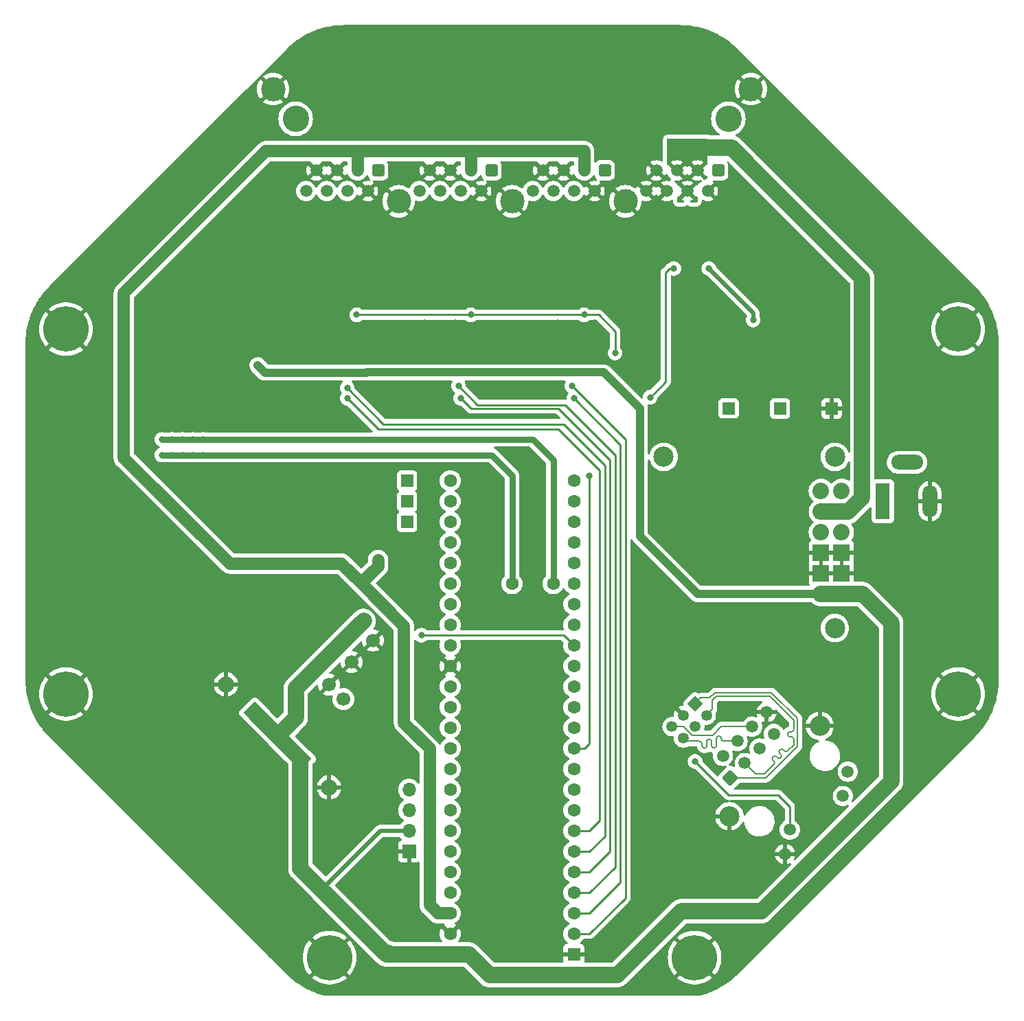
<source format=gbr>
%TF.GenerationSoftware,KiCad,Pcbnew,7.0.5-0*%
%TF.CreationDate,2024-01-08T12:29:38+01:00*%
%TF.ProjectId,mollusc_motion_board,6d6f6c6c-7573-4635-9f6d-6f74696f6e5f,rev?*%
%TF.SameCoordinates,Original*%
%TF.FileFunction,Copper,L4,Bot*%
%TF.FilePolarity,Positive*%
%FSLAX46Y46*%
G04 Gerber Fmt 4.6, Leading zero omitted, Abs format (unit mm)*
G04 Created by KiCad (PCBNEW 7.0.5-0) date 2024-01-08 12:29:38*
%MOMM*%
%LPD*%
G01*
G04 APERTURE LIST*
G04 Aperture macros list*
%AMRoundRect*
0 Rectangle with rounded corners*
0 $1 Rounding radius*
0 $2 $3 $4 $5 $6 $7 $8 $9 X,Y pos of 4 corners*
0 Add a 4 corners polygon primitive as box body*
4,1,4,$2,$3,$4,$5,$6,$7,$8,$9,$2,$3,0*
0 Add four circle primitives for the rounded corners*
1,1,$1+$1,$2,$3*
1,1,$1+$1,$4,$5*
1,1,$1+$1,$6,$7*
1,1,$1+$1,$8,$9*
0 Add four rect primitives between the rounded corners*
20,1,$1+$1,$2,$3,$4,$5,0*
20,1,$1+$1,$4,$5,$6,$7,0*
20,1,$1+$1,$6,$7,$8,$9,0*
20,1,$1+$1,$8,$9,$2,$3,0*%
%AMHorizOval*
0 Thick line with rounded ends*
0 $1 width*
0 $2 $3 position (X,Y) of the first rounded end (center of the circle)*
0 $4 $5 position (X,Y) of the second rounded end (center of the circle)*
0 Add line between two ends*
20,1,$1,$2,$3,$4,$5,0*
0 Add two circle primitives to create the rounded ends*
1,1,$1,$2,$3*
1,1,$1,$4,$5*%
%AMRotRect*
0 Rectangle, with rotation*
0 The origin of the aperture is its center*
0 $1 length*
0 $2 width*
0 $3 Rotation angle, in degrees counterclockwise*
0 Add horizontal line*
21,1,$1,$2,0,0,$3*%
G04 Aperture macros list end*
%TA.AperFunction,ComponentPad*%
%ADD10R,1.500000X1.500000*%
%TD*%
%TA.AperFunction,ComponentPad*%
%ADD11C,5.600000*%
%TD*%
%TA.AperFunction,ComponentPad*%
%ADD12RotRect,2.000000X2.000000X135.000000*%
%TD*%
%TA.AperFunction,ComponentPad*%
%ADD13C,2.000000*%
%TD*%
%TA.AperFunction,ComponentPad*%
%ADD14RotRect,1.700000X1.700000X45.000000*%
%TD*%
%TA.AperFunction,ComponentPad*%
%ADD15HorizOval,1.700000X0.000000X0.000000X0.000000X0.000000X0*%
%TD*%
%TA.AperFunction,ComponentPad*%
%ADD16R,1.700000X1.700000*%
%TD*%
%TA.AperFunction,ComponentPad*%
%ADD17O,1.700000X1.700000*%
%TD*%
%TA.AperFunction,WasherPad*%
%ADD18C,2.500000*%
%TD*%
%TA.AperFunction,ComponentPad*%
%ADD19C,2.040000*%
%TD*%
%TA.AperFunction,ComponentPad*%
%ADD20R,2.040000X2.040000*%
%TD*%
%TA.AperFunction,ComponentPad*%
%ADD21R,1.600000X1.600000*%
%TD*%
%TA.AperFunction,ComponentPad*%
%ADD22C,1.600000*%
%TD*%
%TA.AperFunction,ComponentPad*%
%ADD23RotRect,1.350000X1.350000X315.000000*%
%TD*%
%TA.AperFunction,ComponentPad*%
%ADD24HorizOval,1.350000X0.000000X0.000000X0.000000X0.000000X0*%
%TD*%
%TA.AperFunction,ComponentPad*%
%ADD25R,1.800000X4.400000*%
%TD*%
%TA.AperFunction,ComponentPad*%
%ADD26O,1.800000X4.000000*%
%TD*%
%TA.AperFunction,ComponentPad*%
%ADD27O,4.000000X1.800000*%
%TD*%
%TA.AperFunction,WasherPad*%
%ADD28C,3.250000*%
%TD*%
%TA.AperFunction,ComponentPad*%
%ADD29RoundRect,0.250500X0.499500X0.499500X-0.499500X0.499500X-0.499500X-0.499500X0.499500X-0.499500X0*%
%TD*%
%TA.AperFunction,ComponentPad*%
%ADD30C,1.500000*%
%TD*%
%TA.AperFunction,ComponentPad*%
%ADD31C,3.000000*%
%TD*%
%TA.AperFunction,ComponentPad*%
%ADD32RoundRect,0.250500X0.000000X-0.706400X0.706400X0.000000X0.000000X0.706400X-0.706400X0.000000X0*%
%TD*%
%TA.AperFunction,ComponentPad*%
%ADD33C,2.500000*%
%TD*%
%TA.AperFunction,ComponentPad*%
%ADD34RotRect,2.000000X2.000000X315.000000*%
%TD*%
%TA.AperFunction,ViaPad*%
%ADD35C,0.800000*%
%TD*%
%TA.AperFunction,Conductor*%
%ADD36C,0.250000*%
%TD*%
%TA.AperFunction,Conductor*%
%ADD37C,2.000000*%
%TD*%
%TA.AperFunction,Conductor*%
%ADD38C,1.000000*%
%TD*%
%TA.AperFunction,Conductor*%
%ADD39C,0.500000*%
%TD*%
%TA.AperFunction,Conductor*%
%ADD40C,1.500000*%
%TD*%
%TA.AperFunction,Conductor*%
%ADD41C,0.750000*%
%TD*%
%TA.AperFunction,Conductor*%
%ADD42C,0.200000*%
%TD*%
G04 APERTURE END LIST*
D10*
%TO.P,TP1,1,1*%
%TO.N,/Vin*%
X-21980000Y-9800000D03*
%TD*%
%TO.P,TP2,1,1*%
%TO.N,GND*%
X-15616000Y-9800000D03*
%TD*%
D11*
%TO.P,H3,e*%
%TO.N,GND*%
X-32500000Y-77500000D03*
%TD*%
D12*
%TO.P,C15,1*%
%TO.N,+5V*%
X-86730992Y-47329136D03*
D13*
%TO.P,C15,2*%
%TO.N,GND*%
X-90266526Y-43793602D03*
%TD*%
D11*
%TO.P,H1,1*%
%TO.N,GND*%
X-110000000Y0D03*
%TD*%
D14*
%TO.P,J1,1,Pin_1*%
%TO.N,+5V*%
X-79384000Y-42032600D03*
D15*
%TO.P,J1,2,Pin_2*%
%TO.N,GND*%
X-77587949Y-43828651D03*
%TO.P,J1,3,Pin_3*%
%TO.N,Net-(J1-Pin_3)*%
X-75791898Y-45624702D03*
%TD*%
D11*
%TO.P,H2,1*%
%TO.N,GND*%
X-77500000Y-77500000D03*
%TD*%
D16*
%TO.P,J_I2C1,1,Pin_1*%
%TO.N,GND*%
X-67700000Y-64410000D03*
D17*
%TO.P,J_I2C1,2,Pin_2*%
%TO.N,+5V*%
X-67700000Y-61870000D03*
%TO.P,J_I2C1,3,Pin_3*%
%TO.N,/I2C_SCL*%
X-67700000Y-59330000D03*
%TO.P,J_I2C1,4,Pin_4*%
%TO.N,/I2C_SDA*%
X-67700000Y-56790000D03*
%TD*%
D18*
%TO.P,J6,*%
%TO.N,*%
X-15204000Y-36860000D03*
X-36304000Y-15760000D03*
X-15204000Y-15760000D03*
D19*
%TO.P,J6,1,Vout*%
%TO.N,+5V*%
X-16914000Y-32660000D03*
X-14374000Y-32660000D03*
D20*
%TO.P,J6,2,GND*%
%TO.N,GND*%
X-16914000Y-30120000D03*
X-14374000Y-30120000D03*
X-16914000Y-27580000D03*
X-14374000Y-27580000D03*
D19*
%TO.P,J6,3,Vin*%
%TO.N,/Vin*%
X-16914000Y-25040000D03*
X-14374000Y-25040000D03*
%TO.P,J6,4,Vrp*%
%TO.N,+12V*%
X-16914000Y-22500000D03*
X-14374000Y-22500000D03*
%TO.P,J6,5,PG*%
%TO.N,unconnected-(J6-PG-Pad5)*%
X-16914000Y-19960000D03*
%TO.P,J6,6,EN*%
%TO.N,unconnected-(J6-EN-Pad6)*%
X-14374000Y-19960000D03*
%TD*%
D21*
%TO.P,U9,1,GND*%
%TO.N,GND*%
X-47380000Y-77110000D03*
D22*
%TO.P,U9,2,0_RX1_CRX2_CS1*%
%TO.N,/STEPPER_03_DIR*%
X-47380000Y-74570000D03*
%TO.P,U9,3,1_TX1_CTX2_MISO1*%
%TO.N,/STEPPER_03_PULSE*%
X-47380000Y-72030000D03*
%TO.P,U9,4,2_OUT2*%
%TO.N,/STEPPER_02_DIR*%
X-47380000Y-69490000D03*
%TO.P,U9,5,3_LRCLK2*%
%TO.N,/STEPPER_02_PULSE*%
X-47380000Y-66950000D03*
%TO.P,U9,6,4_BCLK2*%
%TO.N,/STEPPER_01_DIR*%
X-47380000Y-64410000D03*
%TO.P,U9,7,5_IN2*%
%TO.N,/STEPPER_01_PULSE*%
X-47380000Y-61870000D03*
%TO.P,U9,8,6_OUT1D*%
%TO.N,/STEPPER_01_END*%
X-47380000Y-59330000D03*
%TO.P,U9,9,7_RX2_OUT1A*%
%TO.N,/STEPPER_02_END*%
X-47380000Y-56790000D03*
%TO.P,U9,10,8_TX2_IN1*%
%TO.N,/STEPPER_03_END*%
X-47380000Y-54250000D03*
%TO.P,U9,11,9_OUT1C*%
%TO.N,/TEENSY_STEPPER_ENABLE*%
X-47380000Y-51710000D03*
%TO.P,U9,12,10_CS_MQSR*%
%TO.N,unconnected-(U9-10_CS_MQSR-Pad12)*%
X-47380000Y-49170000D03*
%TO.P,U9,13,11_MOSI_CTX1*%
%TO.N,unconnected-(U9-11_MOSI_CTX1-Pad13)*%
X-47380000Y-46630000D03*
%TO.P,U9,14,12_MISO_MQSL*%
%TO.N,unconnected-(U9-12_MISO_MQSL-Pad14)*%
X-47380000Y-44090000D03*
%TO.P,U9,15,3V3*%
%TO.N,unconnected-(U9-3V3-Pad15)*%
X-47380000Y-41550000D03*
%TO.P,U9,16,24_A10_TX6_SCL2*%
%TO.N,/NEOPIXEL_SIG*%
X-47380000Y-39010000D03*
%TO.P,U9,17,25_A11_RX6_SDA2*%
%TO.N,unconnected-(U9-25_A11_RX6_SDA2-Pad17)*%
X-47380000Y-36470000D03*
%TO.P,U9,18,26_A12_MOSI1*%
%TO.N,unconnected-(U9-26_A12_MOSI1-Pad18)*%
X-47380000Y-33930000D03*
%TO.P,U9,19,27_A13_SCK1*%
%TO.N,unconnected-(U9-27_A13_SCK1-Pad19)*%
X-47380000Y-31390000D03*
%TO.P,U9,20,28_RX7*%
%TO.N,unconnected-(U9-28_RX7-Pad20)*%
X-47380000Y-28850000D03*
%TO.P,U9,21,29_TX7*%
%TO.N,unconnected-(U9-29_TX7-Pad21)*%
X-47380000Y-26310000D03*
%TO.P,U9,22,30_CRX3*%
%TO.N,unconnected-(U9-30_CRX3-Pad22)*%
X-47380000Y-23770000D03*
%TO.P,U9,23,31_CTX3*%
%TO.N,unconnected-(U9-31_CTX3-Pad23)*%
X-47380000Y-21230000D03*
%TO.P,U9,24,32_OUT1B*%
%TO.N,unconnected-(U9-32_OUT1B-Pad24)*%
X-47380000Y-18690000D03*
%TO.P,U9,25,33_MCLK2*%
%TO.N,unconnected-(U9-33_MCLK2-Pad25)*%
X-62620000Y-18690000D03*
%TO.P,U9,26,34_RX8*%
%TO.N,unconnected-(U9-34_RX8-Pad26)*%
X-62620000Y-21230000D03*
%TO.P,U9,27,35_TX8*%
%TO.N,unconnected-(U9-35_TX8-Pad27)*%
X-62620000Y-23770000D03*
%TO.P,U9,28,36_CS*%
%TO.N,unconnected-(U9-36_CS-Pad28)*%
X-62620000Y-26310000D03*
%TO.P,U9,29,37_CS*%
%TO.N,unconnected-(U9-37_CS-Pad29)*%
X-62620000Y-28850000D03*
%TO.P,U9,30,38_CS1_IN1*%
%TO.N,unconnected-(U9-38_CS1_IN1-Pad30)*%
X-62620000Y-31390000D03*
%TO.P,U9,31,39_MISO1_OUT1A*%
%TO.N,unconnected-(U9-39_MISO1_OUT1A-Pad31)*%
X-62620000Y-33930000D03*
%TO.P,U9,32,40_A16*%
%TO.N,unconnected-(U9-40_A16-Pad32)*%
X-62620000Y-36470000D03*
%TO.P,U9,33,41_A17*%
%TO.N,unconnected-(U9-41_A17-Pad33)*%
X-62620000Y-39010000D03*
%TO.P,U9,34,GND*%
%TO.N,GND*%
X-62620000Y-41550000D03*
%TO.P,U9,35,13_SCK_LED*%
%TO.N,unconnected-(U9-13_SCK_LED-Pad35)*%
X-62620000Y-44090000D03*
%TO.P,U9,36,14_A0_TX3_SPDIF_OUT*%
%TO.N,unconnected-(U9-14_A0_TX3_SPDIF_OUT-Pad36)*%
X-62620000Y-46630000D03*
%TO.P,U9,37,15_A1_RX3_SPDIF_IN*%
%TO.N,unconnected-(U9-15_A1_RX3_SPDIF_IN-Pad37)*%
X-62620000Y-49170000D03*
%TO.P,U9,38,16_A2_RX4_SCL1*%
%TO.N,Net-(U9-16_A2_RX4_SCL1)*%
X-62620000Y-51710000D03*
%TO.P,U9,39,17_A3_TX4_SDA1*%
%TO.N,Net-(U9-17_A3_TX4_SDA1)*%
X-62620000Y-54250000D03*
%TO.P,U9,40,18_A4_SDA*%
%TO.N,/I2C_SDA*%
X-62620000Y-56790000D03*
%TO.P,U9,41,19_A5_SCL*%
%TO.N,/I2C_SCL*%
X-62620000Y-59330000D03*
%TO.P,U9,42,20_A6_TX5_LRCLK1*%
%TO.N,/DYN_TX*%
X-62620000Y-61870000D03*
%TO.P,U9,43,21_A7_RX5_BCLK1*%
%TO.N,/DYN_RX*%
X-62620000Y-64410000D03*
%TO.P,U9,44,22_A8_CTX1*%
%TO.N,/DYN_DIRECTION*%
X-62620000Y-66950000D03*
%TO.P,U9,45,23_A9_CRX1_MCLK1*%
%TO.N,unconnected-(U9-23_A9_CRX1_MCLK1-Pad45)*%
X-62620000Y-69490000D03*
%TO.P,U9,46,3V3*%
%TO.N,+3.3V*%
X-62620000Y-72030000D03*
%TO.P,U9,47,GND*%
%TO.N,GND*%
X-62620000Y-74570000D03*
%TO.P,U9,48,VIN*%
%TO.N,+5V*%
X-62620000Y-77110000D03*
%TO.P,U9,50,VBAT*%
%TO.N,/BAT+*%
X-49920000Y-31390000D03*
%TO.P,U9,52,GND*%
%TO.N,/BAT-*%
X-55000000Y-31390000D03*
%TD*%
D14*
%TO.P,J8,1,Pin_1*%
%TO.N,+5V*%
X-73935561Y-36584439D03*
D15*
%TO.P,J8,2,Pin_2*%
%TO.N,GND*%
X-72139510Y-38380490D03*
%TD*%
D10*
%TO.P,TP_END_S3,1,1*%
%TO.N,/STEPPER_03_END*%
X-67954000Y-18690000D03*
%TD*%
D14*
%TO.P,J7,1,Pin_1*%
%TO.N,+5V*%
X-76590000Y-39264000D03*
D15*
%TO.P,J7,2,Pin_2*%
%TO.N,GND*%
X-74793949Y-41060051D03*
%TD*%
D23*
%TO.P,J5,1,Pin_1*%
%TO.N,/ETH_TX+*%
X-32464344Y-46191031D03*
D24*
%TO.P,J5,2,Pin_2*%
%TO.N,/ETH_TX-*%
X-31050130Y-47605245D03*
%TO.P,J5,3,Pin_3*%
%TO.N,GND*%
X-33878558Y-47605245D03*
%TO.P,J5,4,Pin_4*%
%TO.N,Net-(J5-Pin_4)*%
X-32464344Y-49019458D03*
%TO.P,J5,5,Pin_5*%
%TO.N,/ETH_RX-*%
X-35292771Y-49019458D03*
%TO.P,J5,6,Pin_6*%
%TO.N,/ETH_RX+*%
X-33878558Y-50433672D03*
%TD*%
D25*
%TO.P,J2,1*%
%TO.N,/Vin*%
X-9294000Y-21230000D03*
D26*
%TO.P,J2,2*%
%TO.N,GND*%
X-3494000Y-21230000D03*
D27*
%TO.P,J2,3*%
%TO.N,unconnected-(J2-Pad3)*%
X-6294000Y-16430000D03*
%TD*%
D10*
%TO.P,TP_END_S2,1,1*%
%TO.N,/STEPPER_02_END*%
X-67954000Y-21224000D03*
%TD*%
D11*
%TO.P,H4,1*%
%TO.N,GND*%
X-110000000Y-45000000D03*
%TD*%
D10*
%TO.P,TP4,1,1*%
%TO.N,+3.3V*%
X-68335000Y-45868000D03*
%TD*%
%TO.P,TP_END_S1,1,1*%
%TO.N,/STEPPER_01_END*%
X-67954000Y-23770000D03*
%TD*%
D28*
%TO.P,J4,*%
%TO.N,*%
X-28340000Y25927000D03*
X-81680000Y25927000D03*
D29*
%TO.P,J4,A1*%
%TO.N,/DynamixelConnection/DYN_DATA*%
X-29610000Y19577000D03*
D30*
%TO.P,J4,A2*%
%TO.N,GND*%
X-30870000Y17037000D03*
%TO.P,J4,A3*%
%TO.N,+12V*%
X-32150000Y19577000D03*
%TO.P,J4,A4*%
X-33410000Y17037000D03*
%TO.P,J4,A5*%
X-34690000Y19577000D03*
%TO.P,J4,A6*%
%TO.N,GND*%
X-35950000Y17037000D03*
%TO.P,J4,A7*%
X-37230000Y19577000D03*
%TO.P,J4,A8*%
X-38490000Y17037000D03*
D29*
%TO.P,J4,B1*%
%TO.N,/Stepper03/SIG*%
X-43580000Y19577000D03*
D30*
%TO.P,J4,B2*%
%TO.N,GND*%
X-44840000Y17037000D03*
%TO.P,J4,B3*%
%TO.N,+3.3V*%
X-46120000Y19577000D03*
%TO.P,J4,B4*%
%TO.N,/Stepper03/ENA+*%
X-47380000Y17037000D03*
%TO.P,J4,B5*%
%TO.N,GND*%
X-48660000Y19577000D03*
%TO.P,J4,B6*%
%TO.N,/Stepper03/DIR+*%
X-49920000Y17037000D03*
%TO.P,J4,B7*%
%TO.N,GND*%
X-51200000Y19577000D03*
%TO.P,J4,B8*%
%TO.N,/Stepper03/PUL+*%
X-52460000Y17037000D03*
D29*
%TO.P,J4,C1*%
%TO.N,/Stepper02/SIG*%
X-57550000Y19577000D03*
D30*
%TO.P,J4,C2*%
%TO.N,GND*%
X-58810000Y17037000D03*
%TO.P,J4,C3*%
%TO.N,+3.3V*%
X-60090000Y19577000D03*
%TO.P,J4,C4*%
%TO.N,/Stepper02/ENA+*%
X-61350000Y17037000D03*
%TO.P,J4,C5*%
%TO.N,GND*%
X-62630000Y19577000D03*
%TO.P,J4,C6*%
%TO.N,/Stepper02/DIR+*%
X-63890000Y17037000D03*
%TO.P,J4,C7*%
%TO.N,GND*%
X-65170000Y19577000D03*
%TO.P,J4,C8*%
%TO.N,/Stepper02/PUL+*%
X-66430000Y17037000D03*
D29*
%TO.P,J4,D1*%
%TO.N,/Stepper01/SIG*%
X-71520000Y19577000D03*
D30*
%TO.P,J4,D2*%
%TO.N,GND*%
X-72780000Y17037000D03*
%TO.P,J4,D3*%
%TO.N,+3.3V*%
X-74060000Y19577000D03*
%TO.P,J4,D4*%
%TO.N,/Stepper01/ENA+*%
X-75320000Y17037000D03*
%TO.P,J4,D5*%
%TO.N,GND*%
X-76600000Y19577000D03*
%TO.P,J4,D6*%
%TO.N,/Stepper01/DIR+*%
X-77860000Y17037000D03*
%TO.P,J4,D7*%
%TO.N,GND*%
X-79140000Y19577000D03*
%TO.P,J4,D8*%
%TO.N,/Stepper01/PUL+*%
X-80400000Y17037000D03*
D31*
%TO.P,J4,GND,GND*%
%TO.N,GND*%
X-25560000Y29607000D03*
X-41040000Y15767000D03*
X-55010000Y15767000D03*
X-68980000Y15767000D03*
X-84460000Y29607000D03*
%TD*%
D10*
%TO.P,TP3,1,1*%
%TO.N,+5V*%
X-28316000Y-9765000D03*
%TD*%
D32*
%TO.P,J3,1*%
%TO.N,/ETH_TX+*%
X-28112102Y-55302102D03*
D30*
%TO.P,J3,2*%
%TO.N,Net-(C19-Pad1)*%
X-29010128Y-52608025D03*
%TO.P,J3,3*%
%TO.N,/ETH_TX-*%
X-26316051Y-53506051D03*
%TO.P,J3,4*%
%TO.N,/ETH_RX+*%
X-27214076Y-50811974D03*
%TO.P,J3,5*%
%TO.N,Net-(C19-Pad1)*%
X-24520000Y-51710000D03*
%TO.P,J3,6*%
%TO.N,/ETH_RX-*%
X-25418025Y-49015923D03*
%TO.P,J3,7*%
%TO.N,unconnected-(J3-Pad7)*%
X-22723948Y-49913948D03*
%TO.P,J3,8*%
%TO.N,GND*%
X-23621974Y-47219871D03*
%TO.P,J3,9*%
X-21359232Y-64713693D03*
%TO.P,J3,10*%
%TO.N,Net-(J5-Pin_4)*%
X-20765263Y-61715561D03*
%TO.P,J3,11*%
%TO.N,unconnected-(J3-Pad11)*%
X-14210383Y-57564844D03*
%TO.P,J3,12*%
%TO.N,unconnected-(J3-Pad12)*%
X-13616413Y-54566711D03*
D33*
%TO.P,J3,13*%
%TO.N,GND*%
X-28204026Y-60060931D03*
X-17067094Y-48923999D03*
%TD*%
D34*
%TO.P,C18,1*%
%TO.N,+5V*%
X-81099136Y-52960992D03*
D13*
%TO.P,C18,2*%
%TO.N,GND*%
X-77563602Y-56496526D03*
%TD*%
D11*
%TO.P,H5,1*%
%TO.N,GND*%
X0Y0D03*
%TD*%
%TO.P,H6,1*%
%TO.N,GND*%
X0Y-45000000D03*
%TD*%
D35*
%TO.N,GND*%
X-67999000Y-70976000D03*
X-72599000Y-69576000D03*
X-58799000Y-58776000D03*
X-58799000Y-56576000D03*
X-58799000Y-54176000D03*
X-57999000Y-39176000D03*
X-57999000Y-41176000D03*
X-52399000Y-41176000D03*
X-52399000Y-39176000D03*
X-52399000Y-36176000D03*
X-52399000Y-33976000D03*
X-57999000Y-33976000D03*
X-57999000Y-36176000D03*
X-57999000Y-18176000D03*
X-57999000Y-20976000D03*
X-57999000Y-23576000D03*
X-52399000Y-23576000D03*
X-52399000Y-20976000D03*
X-52399000Y-18176000D03*
X-28399000Y1824000D03*
X-34199000Y824000D03*
X-31999000Y3224000D03*
X-61999000Y824000D03*
X-20399000Y22024000D03*
X-16199000Y3624000D03*
X-15199000Y3624000D03*
X-12999000Y13424000D03*
X-14999000Y13424000D03*
X-26799000Y10224000D03*
X-25799000Y4224000D03*
X-21199000Y-2376000D03*
X-21199000Y-776000D03*
X-21199000Y624000D03*
X-24399000Y-17376000D03*
X-31599000Y-22976000D03*
X-27999000Y-40176000D03*
X-73999000Y-27976000D03*
X-80599000Y-18376000D03*
X-75199000Y-11376000D03*
X-71599000Y-8376000D03*
X-76599000Y-3176000D03*
X-48599000Y15624000D03*
X-51199000Y15624000D03*
X-62599000Y15624000D03*
X-65199000Y15624000D03*
X-76599000Y15624000D03*
X-76599000Y6624000D03*
X-80399000Y2424000D03*
X-71399000Y624000D03*
X-71399000Y3024000D03*
X-65799000Y824000D03*
X-68999000Y3024000D03*
X-57399000Y624000D03*
X-57399000Y3024000D03*
X-62599000Y2824000D03*
X-66399000Y2824000D03*
X-44799000Y2824000D03*
X-44799000Y824000D03*
X-51799000Y624000D03*
X-49399000Y824000D03*
X-48599000Y2824000D03*
X-52399000Y2824000D03*
X-48199000Y-3376000D03*
X-39199000Y1224000D03*
X-31199000Y-4176000D03*
X-37999000Y-2976000D03*
X-26399000Y-376000D03*
X-37399000Y2824000D03*
X-37399000Y7224000D03*
X-32799000Y7024000D03*
X-26799000Y8624000D03*
X-14199000Y3624000D03*
X-13999000Y13424000D03*
X-27399000Y-4776000D03*
X-81799000Y-75776000D03*
X-99799000Y-58576000D03*
X-83199000Y-21376000D03*
X-78799000Y-21376000D03*
X-95149000Y5874000D03*
X-93399000Y5874000D03*
X-87399000Y5874000D03*
X-89149000Y5874000D03*
X-54399000Y-1876000D03*
X-53149000Y-7626000D03*
X-66399000Y-8376000D03*
X-68399000Y-1126000D03*
%TO.N,+5V*%
X-72399000Y-75126000D03*
X-73399000Y-74126000D03*
%TO.N,GND*%
X-52399000Y6374000D03*
X-48649000Y6374000D03*
X-80649000Y6624000D03*
X-72899000Y6624000D03*
X-79149000Y15624000D03*
X-76399000Y1874000D03*
X-45399000Y7124000D03*
X-72899000Y10624000D03*
X-58899000Y10624000D03*
X-44899000Y10624000D03*
%TO.N,+5V*%
X-83575000Y-5355000D03*
X-44850000Y-5345000D03*
X-86369000Y-4466000D03*
X-25282000Y1122000D03*
X-30743000Y7472000D03*
X-72907000Y-5355000D03*
X-58820000Y-5345000D03*
X-85226000Y-5355000D03*
X-81924000Y-5355000D03*
%TO.N,GND*%
X-62402035Y-3232035D03*
X-62620000Y6456000D03*
X-59064000Y6456000D03*
X-66430000Y6456000D03*
X-40522000Y2646000D03*
%TO.N,+3.3V*%
X-98053000Y9250000D03*
X-85861000Y21442000D03*
X-88909000Y18394000D03*
X-99577000Y7726000D03*
X-96529000Y10774000D03*
X-88147000Y19156000D03*
X-98815000Y8488000D03*
X-86623000Y20680000D03*
X-97291000Y10012000D03*
X-71510000Y-28469000D03*
X-87385000Y19918000D03*
%TO.N,/STEPPER_01_PULSE*%
X-75320000Y-8530000D03*
%TO.N,/STEPPER_01_DIR*%
X-75320000Y-7260000D03*
%TO.N,/TEENSY_STEPPER_ENABLE*%
X-60090000Y1767000D03*
X-45475000Y-18055000D03*
X-46120000Y1767000D03*
X-42300000Y-2942000D03*
X-74158441Y1767000D03*
%TO.N,/STEPPER_02_DIR*%
X-61604000Y-7006000D03*
%TO.N,/STEPPER_02_PULSE*%
X-61350000Y-8530000D03*
%TO.N,/STEPPER_03_PULSE*%
X-47380000Y-8530000D03*
%TO.N,/STEPPER_03_DIR*%
X-47634000Y-7006000D03*
%TO.N,/DYN_DIRECTION*%
X-35061000Y7472000D03*
X-37982000Y-8403000D03*
%TO.N,/BAT+*%
X-98180000Y-13610000D03*
X-96910000Y-13610000D03*
X-95640000Y-13610000D03*
X-93100000Y-13610000D03*
X-94370000Y-13610000D03*
%TO.N,/BAT-*%
X-98180000Y-15515000D03*
X-94370000Y-15515000D03*
X-95640000Y-15515000D03*
X-96910000Y-15515000D03*
X-93100000Y-15515000D03*
%TO.N,/NEOPIXEL_SIG*%
X-66176000Y-37740000D03*
%TO.N,Net-(J5-Pin_4)*%
X-32441716Y-53307354D03*
%TD*%
D36*
%TO.N,/TEENSY_STEPPER_ENABLE*%
X-74158441Y1767000D02*
X-47792000Y1767000D01*
X-47792000Y1767000D02*
X-46120000Y1767000D01*
D37*
%TO.N,+12V*%
X-27899000Y22374000D02*
X-34649000Y22374000D01*
X-25899000Y20374000D02*
X-27899000Y22374000D01*
X-11834500Y-4219000D02*
X-11834500Y6309500D01*
X-11834500Y6309500D02*
X-25899000Y20374000D01*
X-13540500Y-22507000D02*
X-11834500Y-20801000D01*
X-14388500Y-22507000D02*
X-13540500Y-22507000D01*
X-11834500Y-20801000D02*
X-11834500Y-4219000D01*
X-16928500Y-22507000D02*
X-14388500Y-22507000D01*
%TO.N,+5V*%
X-14374000Y-32660000D02*
X-16914000Y-32660000D01*
D38*
X-44850000Y-5345000D02*
X-43707000Y-5345000D01*
D36*
X-85226000Y-5355000D02*
X-85480000Y-5355000D01*
D39*
X-71256000Y-61870000D02*
X-78495000Y-69109000D01*
D38*
X-39252000Y-25548000D02*
X-32140000Y-32660000D01*
D37*
X-8264000Y-36216000D02*
X-8264000Y-55774000D01*
D38*
X-32140000Y-32660000D02*
X-16914000Y-32660000D01*
D39*
X-30743000Y7472000D02*
X-25253445Y1982445D01*
D37*
X-11820000Y-32660000D02*
X-8264000Y-36216000D01*
X-81099136Y-52960992D02*
X-81099136Y-66504864D01*
X-81670000Y-47900000D02*
X-81670000Y-44286684D01*
D39*
X-67700000Y-61870000D02*
X-71256000Y-61870000D01*
D38*
X-72907000Y-5355000D02*
X-85480000Y-5355000D01*
D37*
X-60334000Y-77110000D02*
X-62620000Y-77110000D01*
X-70026393Y-77110000D02*
X-70240000Y-76896393D01*
X-81670000Y-47900000D02*
X-81670000Y-44286684D01*
X-14374000Y-32660000D02*
X-11820000Y-32660000D01*
X-62620000Y-77110000D02*
X-70026393Y-77110000D01*
X-24266000Y-71776000D02*
X-34172000Y-71776000D01*
X-42046000Y-79650000D02*
X-57794000Y-79650000D01*
X-70494000Y-77110000D02*
X-62620000Y-77110000D01*
D39*
X-25253445Y1982445D02*
X-25253445Y1122000D01*
D37*
X-57794000Y-79650000D02*
X-60334000Y-77110000D01*
X-8264000Y-55774000D02*
X-24266000Y-71776000D01*
D38*
X-58820000Y-5345000D02*
X-72897000Y-5345000D01*
X-43707000Y-5345000D02*
X-39252000Y-9800000D01*
D37*
X-83915064Y-50145064D02*
X-81670000Y-47900000D01*
X-81099136Y-52960992D02*
X-83915064Y-50145064D01*
D38*
X-58820000Y-5345000D02*
X-44850000Y-5345000D01*
D37*
X-83915064Y-50145064D02*
X-81670000Y-47900000D01*
D38*
X-39252000Y-9800000D02*
X-39252000Y-25548000D01*
D37*
X-83915064Y-50145064D02*
X-86730992Y-47329136D01*
X-81099136Y-66504864D02*
X-78495000Y-69109000D01*
X-78495000Y-69109000D02*
X-70494000Y-77110000D01*
D38*
X-85480000Y-5355000D02*
X-86369000Y-4466000D01*
D37*
X-34172000Y-71776000D02*
X-42046000Y-79650000D01*
X-81670000Y-44286684D02*
X-73288000Y-35962000D01*
D40*
%TO.N,+3.3V*%
X-46120000Y19577000D02*
X-46120000Y21950000D01*
X-64144000Y-72030000D02*
X-65160000Y-71014000D01*
X-83956000Y21950000D02*
X-85353000Y21950000D01*
X-76018500Y-28913500D02*
X-73605500Y-31326500D01*
X-72780000Y21950000D02*
X-74050000Y21950000D01*
X-60080000Y21950000D02*
X-60090000Y21940000D01*
X-65160000Y-51710000D02*
X-68335000Y-48535000D01*
X-74060000Y21940000D02*
X-74050000Y21950000D01*
X-46120000Y21950000D02*
X-60080000Y21950000D01*
X-102879000Y-15896000D02*
X-89734500Y-28913500D01*
X-74060000Y19577000D02*
X-74060000Y21940000D01*
X-68335000Y-36597000D02*
X-73605500Y-31326500D01*
X-74050000Y21950000D02*
X-83956000Y21950000D01*
X-71510000Y-29231000D02*
X-71510000Y-28469000D01*
X-73605500Y-31326500D02*
X-71510000Y-29231000D01*
X-85353000Y21950000D02*
X-102879000Y4424000D01*
X-60090000Y21940000D02*
X-60090000Y19577000D01*
X-60080000Y21950000D02*
X-72780000Y21950000D01*
X-89734500Y-28913500D02*
X-76018500Y-28913500D01*
X-65160000Y-71014000D02*
X-65160000Y-51710000D01*
X-68335000Y-48535000D02*
X-68335000Y-36597000D01*
X-102879000Y4424000D02*
X-102879000Y-15896000D01*
X-62620000Y-72030000D02*
X-64144000Y-72030000D01*
D36*
%TO.N,/STEPPER_01_PULSE*%
X-49285000Y-12340000D02*
X-44205000Y-17420000D01*
X-44205000Y-17420000D02*
X-44205000Y-60600000D01*
X-75320000Y-8530000D02*
X-71510000Y-12340000D01*
X-45475000Y-61870000D02*
X-47380000Y-61870000D01*
X-44205000Y-60600000D02*
X-45475000Y-61870000D01*
X-71510000Y-12340000D02*
X-49285000Y-12340000D01*
%TO.N,/STEPPER_01_DIR*%
X-70875000Y-11705000D02*
X-48650000Y-11705000D01*
X-48650000Y-11705000D02*
X-43570000Y-16785000D01*
X-75320000Y-7260000D02*
X-70875000Y-11705000D01*
X-43570000Y-16785000D02*
X-43570000Y-62505000D01*
X-43570000Y-62505000D02*
X-45475000Y-64410000D01*
X-45475000Y-64410000D02*
X-47380000Y-64410000D01*
%TO.N,/TEENSY_STEPPER_ENABLE*%
X-46110000Y-51710000D02*
X-45475000Y-51075000D01*
X-42300000Y-275000D02*
X-44342000Y1767000D01*
X-47380000Y-51710000D02*
X-46110000Y-51710000D01*
X-42300000Y-2942000D02*
X-42300000Y-275000D01*
X-44342000Y1767000D02*
X-46120000Y1767000D01*
X-45475000Y-51075000D02*
X-45475000Y-18055000D01*
%TO.N,/STEPPER_02_DIR*%
X-48465000Y-9350000D02*
X-42300000Y-15515000D01*
X-59260000Y-9350000D02*
X-55635000Y-9350000D01*
X-45475000Y-69490000D02*
X-47380000Y-69490000D01*
X-42300000Y-66315000D02*
X-45475000Y-69490000D01*
X-61604000Y-7006000D02*
X-59260000Y-9350000D01*
X-42300000Y-15515000D02*
X-42300000Y-66315000D01*
X-55635000Y-9350000D02*
X-48465000Y-9350000D01*
%TO.N,/STEPPER_02_PULSE*%
X-49285000Y-9800000D02*
X-42935000Y-16150000D01*
X-42935000Y-16150000D02*
X-42935000Y-64410000D01*
X-60080000Y-9800000D02*
X-49285000Y-9800000D01*
X-42935000Y-64410000D02*
X-45475000Y-66950000D01*
X-61350000Y-8530000D02*
X-60080000Y-9800000D01*
X-45475000Y-66950000D02*
X-47380000Y-66950000D01*
%TO.N,/STEPPER_03_PULSE*%
X-47380000Y-8530000D02*
X-41665000Y-14245000D01*
X-41665000Y-68220000D02*
X-45475000Y-72030000D01*
X-41665000Y-14245000D02*
X-41665000Y-68220000D01*
X-45475000Y-72030000D02*
X-47380000Y-72030000D01*
%TO.N,/STEPPER_03_DIR*%
X-47634000Y-7006000D02*
X-41030000Y-13610000D01*
X-41030000Y-70125000D02*
X-41030000Y-15515000D01*
X-45475000Y-74570000D02*
X-41030000Y-70125000D01*
X-41030000Y-13610000D02*
X-41030000Y-15515000D01*
X-47380000Y-74570000D02*
X-45475000Y-74570000D01*
%TO.N,/DYN_DIRECTION*%
X-36077000Y-6498000D02*
X-37982000Y-8403000D01*
X-35569000Y7472000D02*
X-35061000Y7472000D01*
X-36077000Y6964000D02*
X-36077000Y-6498000D01*
X-36077000Y6964000D02*
X-35569000Y7472000D01*
D41*
%TO.N,/BAT+*%
X-98180000Y-13610000D02*
X-93100000Y-13610000D01*
X-49920000Y-16150000D02*
X-49920000Y-31390000D01*
X-98180000Y-13610000D02*
X-52460000Y-13610000D01*
X-52460000Y-13610000D02*
X-49920000Y-16150000D01*
X-93100000Y-13610000D02*
X-94370000Y-13610000D01*
X-94370000Y-13610000D02*
X-97545000Y-13610000D01*
%TO.N,/BAT-*%
X-57540000Y-15515000D02*
X-55000000Y-18055000D01*
X-55000000Y-18055000D02*
X-55000000Y-31390000D01*
X-98180000Y-15515000D02*
X-57540000Y-15515000D01*
D36*
%TO.N,/NEOPIXEL_SIG*%
X-66176000Y-37740000D02*
X-48650000Y-37740000D01*
X-48650000Y-37740000D02*
X-47380000Y-39010000D01*
D42*
%TO.N,/ETH_TX+*%
X-23701169Y-55302102D02*
X-19823961Y-51424894D01*
X-19823961Y-48005608D02*
X-23009053Y-44820517D01*
X-28112102Y-55302102D02*
X-23701169Y-55302102D01*
X-31748397Y-45475085D02*
X-32464344Y-46191031D01*
X-30652382Y-45475085D02*
X-31748397Y-45475085D01*
X-19823961Y-51424894D02*
X-19823961Y-48005608D01*
X-23009053Y-44820517D02*
X-29997814Y-44820517D01*
X-29997814Y-44820517D02*
X-30652382Y-45475085D01*
%TO.N,/ETH_TX-*%
X-20573966Y-49656042D02*
X-20573965Y-49656042D01*
X-20273965Y-50556041D02*
X-20273964Y-51238501D01*
X-30334184Y-45793283D02*
X-29811421Y-45270519D01*
X-23195447Y-45270519D02*
X-20273964Y-48192002D01*
X-22846009Y-53139330D02*
X-22722534Y-53262806D01*
X-22722534Y-53687070D02*
X-23887565Y-54852101D01*
X-22298270Y-52838542D02*
X-22421745Y-52715066D01*
X-21997473Y-52290811D02*
X-21874005Y-52414278D01*
X-20273966Y-50556041D02*
X-20273965Y-50556041D01*
X-20573965Y-49656042D02*
X-20748599Y-49656042D01*
X-20273964Y-48192002D02*
X-20273964Y-49356041D01*
X-23887565Y-54852101D02*
X-24970000Y-54852101D01*
X-21449741Y-51990014D02*
X-21573209Y-51866547D01*
X-30334184Y-46889298D02*
X-30334184Y-45793283D01*
X-31050130Y-47605245D02*
X-30334184Y-46889298D01*
X-29811421Y-45270519D02*
X-23195447Y-45270519D01*
X-24970000Y-54852101D02*
X-26316050Y-53506051D01*
X-20748599Y-50256042D02*
X-20573966Y-50256042D01*
X-20273964Y-51238501D02*
X-21025477Y-51990014D01*
X-22298269Y-52838541D02*
G75*
G03*
X-21874005Y-52838542I212132J212132D01*
G01*
X-22421746Y-52715067D02*
G75*
G03*
X-22846008Y-52715067I-212131J-212131D01*
G01*
X-21573210Y-51866548D02*
G75*
G03*
X-21997472Y-51866548I-212131J-212131D01*
G01*
X-22722572Y-53687032D02*
G75*
G03*
X-22722534Y-53262806I-212128J212132D01*
G01*
X-21048642Y-49956042D02*
G75*
G03*
X-20748599Y-50256042I300042J42D01*
G01*
X-21874016Y-52838531D02*
G75*
G03*
X-21874006Y-52414279I-212084J212131D01*
G01*
X-20274042Y-50556041D02*
G75*
G03*
X-20573966Y-50256042I-299958J41D01*
G01*
X-20573966Y-49656036D02*
G75*
G03*
X-20273964Y-49356041I-34J300036D01*
G01*
X-22846007Y-52715068D02*
G75*
G03*
X-22846009Y-53139330I212107J-212132D01*
G01*
X-21449740Y-51990013D02*
G75*
G03*
X-21025478Y-51990013I212131J212131D01*
G01*
X-20748599Y-49656001D02*
G75*
G03*
X-21048599Y-49956042I-1J-299999D01*
G01*
X-21997452Y-51866568D02*
G75*
G03*
X-21997473Y-52290811I212152J-212132D01*
G01*
%TO.N,/ETH_RX+*%
X-29202905Y-50470764D02*
X-29202907Y-50511974D01*
X-28902907Y-50811974D02*
X-28902906Y-50811974D01*
X-29802905Y-51353184D02*
X-29802908Y-50470764D01*
X-31602901Y-51111975D02*
X-31602901Y-51111974D01*
X-29202905Y-50470766D02*
X-29202905Y-50470764D01*
X-30902901Y-50611974D02*
X-30502902Y-50611974D01*
X-31002902Y-51379928D02*
X-31002905Y-50711974D01*
X-31002902Y-51379927D02*
X-31002902Y-51379928D01*
X-33878557Y-50433672D02*
X-33500255Y-50811974D01*
X-33500255Y-50811974D02*
X-31902901Y-50811974D01*
X-30402902Y-50711974D02*
X-30402905Y-51353184D01*
X-31602901Y-51111974D02*
X-31602902Y-51379928D01*
X-30904876Y-50711973D02*
X-30904874Y-50711974D01*
X-28902906Y-50811974D02*
X-27214076Y-50811974D01*
X-29802905Y-51353183D02*
X-29802905Y-51353184D01*
X-30402902Y-50711973D02*
X-30402902Y-50711974D01*
X-30902901Y-50611995D02*
G75*
G03*
X-31002905Y-50711974I1J-100005D01*
G01*
X-30402874Y-50711973D02*
G75*
G03*
X-30502902Y-50611974I-100026J-27D01*
G01*
X-29202864Y-50470766D02*
G75*
G03*
X-29502905Y-50170764I-300036J-34D01*
G01*
X-29202874Y-50511974D02*
G75*
G03*
X-28902907Y-50811974I299974J-26D01*
G01*
X-30102905Y-51653195D02*
G75*
G03*
X-29802905Y-51353183I5J299995D01*
G01*
X-31602928Y-51379928D02*
G75*
G03*
X-31302902Y-51679928I300028J28D01*
G01*
X-30402884Y-51353184D02*
G75*
G03*
X-30102905Y-51653184I299984J-16D01*
G01*
X-31302902Y-51679898D02*
G75*
G03*
X-31002902Y-51379927I2J299998D01*
G01*
X-29502905Y-50170792D02*
G75*
G03*
X-29802908Y-50470764I5J-300008D01*
G01*
X-31602874Y-51111975D02*
G75*
G03*
X-31902901Y-50811974I-300026J-25D01*
G01*
%TO.N,/ETH_RX-*%
X-33855930Y-49019458D02*
X-35292771Y-49019458D01*
X-32800927Y-50074461D02*
X-33855930Y-49019458D01*
X-29208824Y-48996831D02*
X-30286455Y-50074461D01*
X-28830522Y-49015923D02*
X-28849614Y-48996831D01*
X-28849614Y-48996831D02*
X-29208824Y-48996831D01*
X-25418025Y-49015923D02*
X-28830522Y-49015923D01*
X-30286455Y-50074461D02*
X-32800927Y-50074461D01*
D36*
%TO.N,Net-(J5-Pin_4)*%
X-20765262Y-61715560D02*
X-20765262Y-58877234D01*
X-28310799Y-57438271D02*
X-32441716Y-53307354D01*
X-22204224Y-57438271D02*
X-28310799Y-57438271D01*
X-20765262Y-58877234D02*
X-22204224Y-57438271D01*
%TD*%
%TA.AperFunction,Conductor*%
%TO.N,GND*%
G36*
X-48893413Y-38385185D02*
G01*
X-48872771Y-38401819D01*
X-48679414Y-38595177D01*
X-48645929Y-38656500D01*
X-48647320Y-38714949D01*
X-48665633Y-38783296D01*
X-48665636Y-38783313D01*
X-48685468Y-39009999D01*
X-48685468Y-39010001D01*
X-48665636Y-39236686D01*
X-48665634Y-39236697D01*
X-48606742Y-39456488D01*
X-48606739Y-39456497D01*
X-48510569Y-39662732D01*
X-48510568Y-39662734D01*
X-48380046Y-39849141D01*
X-48219142Y-40010045D01*
X-48219139Y-40010047D01*
X-48032734Y-40140568D01*
X-47974725Y-40167618D01*
X-47922286Y-40213791D01*
X-47903134Y-40280984D01*
X-47923350Y-40347865D01*
X-47974725Y-40392382D01*
X-48032733Y-40419431D01*
X-48032735Y-40419432D01*
X-48219142Y-40549954D01*
X-48380046Y-40710858D01*
X-48510568Y-40897265D01*
X-48510569Y-40897267D01*
X-48606739Y-41103502D01*
X-48606742Y-41103511D01*
X-48665634Y-41323302D01*
X-48665636Y-41323313D01*
X-48685468Y-41549998D01*
X-48685468Y-41550001D01*
X-48665636Y-41776686D01*
X-48665634Y-41776697D01*
X-48606742Y-41996488D01*
X-48606739Y-41996497D01*
X-48510569Y-42202732D01*
X-48510568Y-42202734D01*
X-48380046Y-42389141D01*
X-48219142Y-42550045D01*
X-48211750Y-42555221D01*
X-48032734Y-42680568D01*
X-47975319Y-42707341D01*
X-47974725Y-42707618D01*
X-47922286Y-42753791D01*
X-47903134Y-42820984D01*
X-47923350Y-42887865D01*
X-47974725Y-42932382D01*
X-48032733Y-42959431D01*
X-48032735Y-42959432D01*
X-48219142Y-43089954D01*
X-48380046Y-43250858D01*
X-48510568Y-43437265D01*
X-48510569Y-43437267D01*
X-48606739Y-43643502D01*
X-48606742Y-43643511D01*
X-48665634Y-43863302D01*
X-48665636Y-43863313D01*
X-48685468Y-44089998D01*
X-48685468Y-44090001D01*
X-48665636Y-44316686D01*
X-48665634Y-44316697D01*
X-48606742Y-44536488D01*
X-48606739Y-44536497D01*
X-48510569Y-44742732D01*
X-48510568Y-44742734D01*
X-48380046Y-44929141D01*
X-48219142Y-45090045D01*
X-48219139Y-45090047D01*
X-48032734Y-45220568D01*
X-47974725Y-45247618D01*
X-47922286Y-45293791D01*
X-47903134Y-45360984D01*
X-47923350Y-45427865D01*
X-47974725Y-45472382D01*
X-48032733Y-45499431D01*
X-48032735Y-45499432D01*
X-48219142Y-45629954D01*
X-48380046Y-45790858D01*
X-48510568Y-45977265D01*
X-48510569Y-45977267D01*
X-48606739Y-46183502D01*
X-48606742Y-46183511D01*
X-48665634Y-46403302D01*
X-48665636Y-46403313D01*
X-48685468Y-46629998D01*
X-48685468Y-46630001D01*
X-48665636Y-46856686D01*
X-48665634Y-46856697D01*
X-48606742Y-47076488D01*
X-48606739Y-47076497D01*
X-48510569Y-47282732D01*
X-48510568Y-47282734D01*
X-48380046Y-47469141D01*
X-48219142Y-47630045D01*
X-48219139Y-47630047D01*
X-48032734Y-47760568D01*
X-47996183Y-47777612D01*
X-47974725Y-47787618D01*
X-47922286Y-47833791D01*
X-47903134Y-47900984D01*
X-47923350Y-47967865D01*
X-47974725Y-48012382D01*
X-48032733Y-48039431D01*
X-48032735Y-48039432D01*
X-48219142Y-48169954D01*
X-48380046Y-48330858D01*
X-48510568Y-48517265D01*
X-48510569Y-48517267D01*
X-48606739Y-48723502D01*
X-48606742Y-48723511D01*
X-48665634Y-48943302D01*
X-48665636Y-48943313D01*
X-48685468Y-49169998D01*
X-48685468Y-49170001D01*
X-48665636Y-49396686D01*
X-48665634Y-49396697D01*
X-48606742Y-49616488D01*
X-48606739Y-49616497D01*
X-48569082Y-49697251D01*
X-48511085Y-49821626D01*
X-48510570Y-49822729D01*
X-48510568Y-49822734D01*
X-48380046Y-50009141D01*
X-48219142Y-50170045D01*
X-48219139Y-50170047D01*
X-48032734Y-50300568D01*
X-47974725Y-50327618D01*
X-47922286Y-50373791D01*
X-47903134Y-50440984D01*
X-47923350Y-50507865D01*
X-47974725Y-50552381D01*
X-47991728Y-50560310D01*
X-48032733Y-50579431D01*
X-48032735Y-50579432D01*
X-48219142Y-50709954D01*
X-48380046Y-50870858D01*
X-48510568Y-51057265D01*
X-48510569Y-51057267D01*
X-48606739Y-51263502D01*
X-48606742Y-51263511D01*
X-48665634Y-51483302D01*
X-48665636Y-51483313D01*
X-48685468Y-51709998D01*
X-48685468Y-51710001D01*
X-48665636Y-51936686D01*
X-48665634Y-51936697D01*
X-48606742Y-52156488D01*
X-48606739Y-52156497D01*
X-48510569Y-52362732D01*
X-48510568Y-52362734D01*
X-48380046Y-52549141D01*
X-48219142Y-52710045D01*
X-48219139Y-52710047D01*
X-48032734Y-52840568D01*
X-47974725Y-52867618D01*
X-47922286Y-52913791D01*
X-47903134Y-52980984D01*
X-47923350Y-53047865D01*
X-47974725Y-53092382D01*
X-48032733Y-53119431D01*
X-48032735Y-53119432D01*
X-48219142Y-53249954D01*
X-48380046Y-53410858D01*
X-48510568Y-53597265D01*
X-48510569Y-53597267D01*
X-48606739Y-53803502D01*
X-48606742Y-53803511D01*
X-48665634Y-54023302D01*
X-48665636Y-54023313D01*
X-48685468Y-54249998D01*
X-48685468Y-54250001D01*
X-48665636Y-54476686D01*
X-48665634Y-54476697D01*
X-48606742Y-54696488D01*
X-48606739Y-54696497D01*
X-48510569Y-54902732D01*
X-48510568Y-54902734D01*
X-48380046Y-55089141D01*
X-48219142Y-55250045D01*
X-48219139Y-55250047D01*
X-48032734Y-55380568D01*
X-47974725Y-55407618D01*
X-47922286Y-55453791D01*
X-47903134Y-55520984D01*
X-47923350Y-55587865D01*
X-47974725Y-55632382D01*
X-48032733Y-55659431D01*
X-48032735Y-55659432D01*
X-48219142Y-55789954D01*
X-48380046Y-55950858D01*
X-48510568Y-56137265D01*
X-48510569Y-56137267D01*
X-48606739Y-56343502D01*
X-48606742Y-56343511D01*
X-48665634Y-56563302D01*
X-48665636Y-56563313D01*
X-48685468Y-56789998D01*
X-48685468Y-56790001D01*
X-48665636Y-57016686D01*
X-48665634Y-57016697D01*
X-48606742Y-57236488D01*
X-48606739Y-57236497D01*
X-48510569Y-57442732D01*
X-48510568Y-57442734D01*
X-48380046Y-57629141D01*
X-48219142Y-57790045D01*
X-48219139Y-57790047D01*
X-48032734Y-57920568D01*
X-47974725Y-57947618D01*
X-47922286Y-57993791D01*
X-47903134Y-58060984D01*
X-47923350Y-58127865D01*
X-47974725Y-58172382D01*
X-48032733Y-58199431D01*
X-48032735Y-58199432D01*
X-48219142Y-58329954D01*
X-48380046Y-58490858D01*
X-48510568Y-58677265D01*
X-48510569Y-58677267D01*
X-48606739Y-58883502D01*
X-48606742Y-58883511D01*
X-48665634Y-59103302D01*
X-48665636Y-59103313D01*
X-48685468Y-59329998D01*
X-48685468Y-59330001D01*
X-48665636Y-59556686D01*
X-48665634Y-59556697D01*
X-48606742Y-59776488D01*
X-48606739Y-59776497D01*
X-48510569Y-59982732D01*
X-48510568Y-59982734D01*
X-48380046Y-60169141D01*
X-48219142Y-60330045D01*
X-48219139Y-60330047D01*
X-48032734Y-60460568D01*
X-47981236Y-60484582D01*
X-47974725Y-60487618D01*
X-47922286Y-60533791D01*
X-47903134Y-60600984D01*
X-47923350Y-60667865D01*
X-47974725Y-60712382D01*
X-48032733Y-60739431D01*
X-48032735Y-60739432D01*
X-48219142Y-60869954D01*
X-48380046Y-61030858D01*
X-48510568Y-61217265D01*
X-48510569Y-61217267D01*
X-48606739Y-61423502D01*
X-48606742Y-61423511D01*
X-48665634Y-61643302D01*
X-48665636Y-61643313D01*
X-48685468Y-61869998D01*
X-48685468Y-61870001D01*
X-48665636Y-62096686D01*
X-48665634Y-62096697D01*
X-48606742Y-62316488D01*
X-48606739Y-62316497D01*
X-48510569Y-62522732D01*
X-48510568Y-62522734D01*
X-48380046Y-62709141D01*
X-48219142Y-62870045D01*
X-48219139Y-62870047D01*
X-48032734Y-63000568D01*
X-47974725Y-63027618D01*
X-47922286Y-63073791D01*
X-47903134Y-63140984D01*
X-47923350Y-63207865D01*
X-47974725Y-63252382D01*
X-48032733Y-63279431D01*
X-48032735Y-63279432D01*
X-48219142Y-63409954D01*
X-48380046Y-63570858D01*
X-48510568Y-63757265D01*
X-48510569Y-63757267D01*
X-48606739Y-63963502D01*
X-48606742Y-63963511D01*
X-48665634Y-64183302D01*
X-48665636Y-64183313D01*
X-48685468Y-64409998D01*
X-48685468Y-64410001D01*
X-48665636Y-64636686D01*
X-48665634Y-64636697D01*
X-48606742Y-64856488D01*
X-48606739Y-64856497D01*
X-48510569Y-65062732D01*
X-48510568Y-65062734D01*
X-48380046Y-65249141D01*
X-48219142Y-65410045D01*
X-48219139Y-65410047D01*
X-48032734Y-65540568D01*
X-47974725Y-65567618D01*
X-47922286Y-65613791D01*
X-47903134Y-65680984D01*
X-47923350Y-65747865D01*
X-47974725Y-65792382D01*
X-48032733Y-65819431D01*
X-48032735Y-65819432D01*
X-48219142Y-65949954D01*
X-48380046Y-66110858D01*
X-48510568Y-66297265D01*
X-48510569Y-66297267D01*
X-48606739Y-66503502D01*
X-48606742Y-66503511D01*
X-48665634Y-66723302D01*
X-48665636Y-66723313D01*
X-48685468Y-66949998D01*
X-48685468Y-66950001D01*
X-48665636Y-67176686D01*
X-48665634Y-67176697D01*
X-48606742Y-67396488D01*
X-48606739Y-67396497D01*
X-48510569Y-67602732D01*
X-48510568Y-67602734D01*
X-48380046Y-67789141D01*
X-48219142Y-67950045D01*
X-48219139Y-67950047D01*
X-48032734Y-68080568D01*
X-47974725Y-68107618D01*
X-47922286Y-68153791D01*
X-47903134Y-68220984D01*
X-47923350Y-68287865D01*
X-47974725Y-68332382D01*
X-48032733Y-68359431D01*
X-48032735Y-68359432D01*
X-48219142Y-68489954D01*
X-48380046Y-68650858D01*
X-48510568Y-68837265D01*
X-48510569Y-68837267D01*
X-48606739Y-69043502D01*
X-48606742Y-69043511D01*
X-48665634Y-69263302D01*
X-48665636Y-69263313D01*
X-48685468Y-69489998D01*
X-48685468Y-69490001D01*
X-48665636Y-69716686D01*
X-48665634Y-69716697D01*
X-48606742Y-69936488D01*
X-48606739Y-69936497D01*
X-48510569Y-70142732D01*
X-48510568Y-70142734D01*
X-48380046Y-70329141D01*
X-48219142Y-70490045D01*
X-48219139Y-70490047D01*
X-48032734Y-70620568D01*
X-47974725Y-70647618D01*
X-47922286Y-70693791D01*
X-47903134Y-70760984D01*
X-47923350Y-70827865D01*
X-47974725Y-70872382D01*
X-48032733Y-70899431D01*
X-48032735Y-70899432D01*
X-48219142Y-71029954D01*
X-48380046Y-71190858D01*
X-48510568Y-71377265D01*
X-48510569Y-71377267D01*
X-48606739Y-71583502D01*
X-48606742Y-71583511D01*
X-48665634Y-71803302D01*
X-48665636Y-71803313D01*
X-48685468Y-72029998D01*
X-48685468Y-72030001D01*
X-48665636Y-72256686D01*
X-48665634Y-72256697D01*
X-48606742Y-72476488D01*
X-48606739Y-72476497D01*
X-48510569Y-72682732D01*
X-48510568Y-72682734D01*
X-48380046Y-72869141D01*
X-48219142Y-73030045D01*
X-48219139Y-73030047D01*
X-48032734Y-73160568D01*
X-47974725Y-73187618D01*
X-47922286Y-73233791D01*
X-47903134Y-73300984D01*
X-47923350Y-73367865D01*
X-47974725Y-73412382D01*
X-48032733Y-73439431D01*
X-48032735Y-73439432D01*
X-48219142Y-73569954D01*
X-48380046Y-73730858D01*
X-48510568Y-73917265D01*
X-48510569Y-73917267D01*
X-48606739Y-74123502D01*
X-48606742Y-74123511D01*
X-48665634Y-74343302D01*
X-48665636Y-74343313D01*
X-48685468Y-74569998D01*
X-48685468Y-74570001D01*
X-48665636Y-74796686D01*
X-48665634Y-74796697D01*
X-48606742Y-75016488D01*
X-48606739Y-75016497D01*
X-48510569Y-75222732D01*
X-48510568Y-75222734D01*
X-48380046Y-75409141D01*
X-48219142Y-75570045D01*
X-48193914Y-75587710D01*
X-48150289Y-75642287D01*
X-48143095Y-75711785D01*
X-48174618Y-75774140D01*
X-48234847Y-75809554D01*
X-48251779Y-75812574D01*
X-48287374Y-75816401D01*
X-48287380Y-75816403D01*
X-48422087Y-75866645D01*
X-48422094Y-75866649D01*
X-48537188Y-75952809D01*
X-48537191Y-75952812D01*
X-48623351Y-76067906D01*
X-48623355Y-76067913D01*
X-48673597Y-76202620D01*
X-48673599Y-76202627D01*
X-48680000Y-76262155D01*
X-48680000Y-76860000D01*
X-47874852Y-76860000D01*
X-47923559Y-76997047D01*
X-47933877Y-77147886D01*
X-47903116Y-77295915D01*
X-47869910Y-77360000D01*
X-48680000Y-77360000D01*
X-48680000Y-77957844D01*
X-48674150Y-78012244D01*
X-48686555Y-78081003D01*
X-48734164Y-78132141D01*
X-48797439Y-78149500D01*
X-57121111Y-78149500D01*
X-57188150Y-78129815D01*
X-57208792Y-78113181D01*
X-59204385Y-76117587D01*
X-59209476Y-76111822D01*
X-59226261Y-76090257D01*
X-59226266Y-76090252D01*
X-59293990Y-76027908D01*
X-59295816Y-76026156D01*
X-59306354Y-76015618D01*
X-59316868Y-76005103D01*
X-59339590Y-75985858D01*
X-59341511Y-75984162D01*
X-59409214Y-75921837D01*
X-59409215Y-75921836D01*
X-59432096Y-75906887D01*
X-59438253Y-75902296D01*
X-59459106Y-75884634D01*
X-59538213Y-75837496D01*
X-59540318Y-75836181D01*
X-59576453Y-75812574D01*
X-59617396Y-75785824D01*
X-59642412Y-75774852D01*
X-59649250Y-75771332D01*
X-59672725Y-75757344D01*
X-59758466Y-75723887D01*
X-59760833Y-75722907D01*
X-59818275Y-75697711D01*
X-59845119Y-75685937D01*
X-59845121Y-75685936D01*
X-59845122Y-75685936D01*
X-59871613Y-75679227D01*
X-59878933Y-75676882D01*
X-59904384Y-75666951D01*
X-59904392Y-75666949D01*
X-59994461Y-75648063D01*
X-59996956Y-75647485D01*
X-60086180Y-75624891D01*
X-60113410Y-75622635D01*
X-60121017Y-75621526D01*
X-60141014Y-75617334D01*
X-60147763Y-75615919D01*
X-60147765Y-75615918D01*
X-60239721Y-75612115D01*
X-60242277Y-75611957D01*
X-60245265Y-75611709D01*
X-60271933Y-75609500D01*
X-60271936Y-75609500D01*
X-60301685Y-75609500D01*
X-60304245Y-75609447D01*
X-60360097Y-75607137D01*
X-60396220Y-75605643D01*
X-60396221Y-75605643D01*
X-60423348Y-75609024D01*
X-60431019Y-75609500D01*
X-61522814Y-75609500D01*
X-61589853Y-75589815D01*
X-61635608Y-75537011D01*
X-61645552Y-75467853D01*
X-61621685Y-75414481D01*
X-61623444Y-75413250D01*
X-61489866Y-75222482D01*
X-61393735Y-75016326D01*
X-61393731Y-75016317D01*
X-61334861Y-74796610D01*
X-61334859Y-74796599D01*
X-61315034Y-74570002D01*
X-61315034Y-74569997D01*
X-61334859Y-74343400D01*
X-61334861Y-74343389D01*
X-61393731Y-74123682D01*
X-61393735Y-74123673D01*
X-61489867Y-73917516D01*
X-61489869Y-73917512D01*
X-61540975Y-73844526D01*
X-62094071Y-74397622D01*
X-62096884Y-74384085D01*
X-62166442Y-74249844D01*
X-62269638Y-74139348D01*
X-62398819Y-74060791D01*
X-62450004Y-74046449D01*
X-61894528Y-73490974D01*
X-61894529Y-73490973D01*
X-61967517Y-73439866D01*
X-61967519Y-73439865D01*
X-62025867Y-73412657D01*
X-62078306Y-73366484D01*
X-62097458Y-73299291D01*
X-62077242Y-73232410D01*
X-62025871Y-73187895D01*
X-61967266Y-73160568D01*
X-61780861Y-73030047D01*
X-61619953Y-72869139D01*
X-61489432Y-72682734D01*
X-61393261Y-72476496D01*
X-61334365Y-72256692D01*
X-61314532Y-72030000D01*
X-61334365Y-71803308D01*
X-61393261Y-71583504D01*
X-61489432Y-71377266D01*
X-61596671Y-71224112D01*
X-61619955Y-71190858D01*
X-61780859Y-71029954D01*
X-61967266Y-70899432D01*
X-61967272Y-70899429D01*
X-62025275Y-70872382D01*
X-62077715Y-70826210D01*
X-62096867Y-70759017D01*
X-62076652Y-70692135D01*
X-62025275Y-70647618D01*
X-61967266Y-70620568D01*
X-61780861Y-70490047D01*
X-61619953Y-70329139D01*
X-61489432Y-70142734D01*
X-61393261Y-69936496D01*
X-61334365Y-69716692D01*
X-61314532Y-69490000D01*
X-61334365Y-69263308D01*
X-61393261Y-69043504D01*
X-61489432Y-68837266D01*
X-61619953Y-68650861D01*
X-61619955Y-68650858D01*
X-61780859Y-68489954D01*
X-61967266Y-68359432D01*
X-61967272Y-68359429D01*
X-62025275Y-68332382D01*
X-62077715Y-68286210D01*
X-62096867Y-68219017D01*
X-62076652Y-68152135D01*
X-62025275Y-68107618D01*
X-61967266Y-68080568D01*
X-61780861Y-67950047D01*
X-61619953Y-67789139D01*
X-61489432Y-67602734D01*
X-61393261Y-67396496D01*
X-61334365Y-67176692D01*
X-61314532Y-66950000D01*
X-61315891Y-66934472D01*
X-61331795Y-66752682D01*
X-61334365Y-66723308D01*
X-61393261Y-66503504D01*
X-61489432Y-66297266D01*
X-61619953Y-66110861D01*
X-61619955Y-66110858D01*
X-61780859Y-65949954D01*
X-61967266Y-65819432D01*
X-61967272Y-65819429D01*
X-62025275Y-65792382D01*
X-62077715Y-65746210D01*
X-62096867Y-65679017D01*
X-62076652Y-65612135D01*
X-62025275Y-65567618D01*
X-61967266Y-65540568D01*
X-61780861Y-65410047D01*
X-61619953Y-65249139D01*
X-61489432Y-65062734D01*
X-61393261Y-64856496D01*
X-61334365Y-64636692D01*
X-61314532Y-64410000D01*
X-61334365Y-64183308D01*
X-61393261Y-63963504D01*
X-61489432Y-63757266D01*
X-61619953Y-63570861D01*
X-61619955Y-63570858D01*
X-61780859Y-63409954D01*
X-61967266Y-63279432D01*
X-61967272Y-63279429D01*
X-62025275Y-63252382D01*
X-62077715Y-63206210D01*
X-62096867Y-63139017D01*
X-62076652Y-63072135D01*
X-62025275Y-63027618D01*
X-61967266Y-63000568D01*
X-61780861Y-62870047D01*
X-61619953Y-62709139D01*
X-61489432Y-62522734D01*
X-61393261Y-62316496D01*
X-61334365Y-62096692D01*
X-61314532Y-61870000D01*
X-61334365Y-61643308D01*
X-61392663Y-61425735D01*
X-61393259Y-61423511D01*
X-61393262Y-61423502D01*
X-61454973Y-61291164D01*
X-61489432Y-61217266D01*
X-61619953Y-61030861D01*
X-61619955Y-61030858D01*
X-61780859Y-60869954D01*
X-61967266Y-60739432D01*
X-61967272Y-60739429D01*
X-62025275Y-60712382D01*
X-62077715Y-60666210D01*
X-62096867Y-60599017D01*
X-62076652Y-60532135D01*
X-62025275Y-60487618D01*
X-62018764Y-60484582D01*
X-61967266Y-60460568D01*
X-61780861Y-60330047D01*
X-61619953Y-60169139D01*
X-61489432Y-59982734D01*
X-61393261Y-59776496D01*
X-61334365Y-59556692D01*
X-61314532Y-59330000D01*
X-61334365Y-59103308D01*
X-61393261Y-58883504D01*
X-61489432Y-58677266D01*
X-61619953Y-58490861D01*
X-61619955Y-58490858D01*
X-61780859Y-58329954D01*
X-61967265Y-58199433D01*
X-61967264Y-58199433D01*
X-61967266Y-58199432D01*
X-62025278Y-58172380D01*
X-62077716Y-58126208D01*
X-62096867Y-58059014D01*
X-62076651Y-57992133D01*
X-62025279Y-57947619D01*
X-61967266Y-57920568D01*
X-61780861Y-57790047D01*
X-61619953Y-57629139D01*
X-61489432Y-57442734D01*
X-61393261Y-57236496D01*
X-61334365Y-57016692D01*
X-61316391Y-56811244D01*
X-61314532Y-56790001D01*
X-61314532Y-56789998D01*
X-61326877Y-56648894D01*
X-61334365Y-56563308D01*
X-61393261Y-56343504D01*
X-61489432Y-56137266D01*
X-61619953Y-55950861D01*
X-61619955Y-55950858D01*
X-61780859Y-55789954D01*
X-61967265Y-55659433D01*
X-61967264Y-55659433D01*
X-61967266Y-55659432D01*
X-62025278Y-55632380D01*
X-62077716Y-55586208D01*
X-62096867Y-55519014D01*
X-62076651Y-55452133D01*
X-62025279Y-55407619D01*
X-61967266Y-55380568D01*
X-61780861Y-55250047D01*
X-61619953Y-55089139D01*
X-61489432Y-54902734D01*
X-61393261Y-54696496D01*
X-61334365Y-54476692D01*
X-61314532Y-54250000D01*
X-61334365Y-54023308D01*
X-61393261Y-53803504D01*
X-61489432Y-53597266D01*
X-61619953Y-53410861D01*
X-61619955Y-53410858D01*
X-61780859Y-53249954D01*
X-61967265Y-53119433D01*
X-61967264Y-53119433D01*
X-61967266Y-53119432D01*
X-62025278Y-53092380D01*
X-62077716Y-53046208D01*
X-62096867Y-52979014D01*
X-62076651Y-52912133D01*
X-62025279Y-52867619D01*
X-61967266Y-52840568D01*
X-61780861Y-52710047D01*
X-61619953Y-52549139D01*
X-61489432Y-52362734D01*
X-61393261Y-52156496D01*
X-61334365Y-51936692D01*
X-61314532Y-51710000D01*
X-61334365Y-51483308D01*
X-61388185Y-51282449D01*
X-61393259Y-51263511D01*
X-61393262Y-51263502D01*
X-61409353Y-51228995D01*
X-61489432Y-51057266D01*
X-61597363Y-50903123D01*
X-61619955Y-50870858D01*
X-61780859Y-50709954D01*
X-61967266Y-50579432D01*
X-61967272Y-50579429D01*
X-61994962Y-50566517D01*
X-62025276Y-50552381D01*
X-62077715Y-50506210D01*
X-62096867Y-50439017D01*
X-62076652Y-50372135D01*
X-62025275Y-50327618D01*
X-61967266Y-50300568D01*
X-61780861Y-50170047D01*
X-61619953Y-50009139D01*
X-61489432Y-49822734D01*
X-61393261Y-49616496D01*
X-61334365Y-49396692D01*
X-61314532Y-49170000D01*
X-61315563Y-49158221D01*
X-61323724Y-49064935D01*
X-61334365Y-48943308D01*
X-61393261Y-48723504D01*
X-61489432Y-48517266D01*
X-61619953Y-48330861D01*
X-61619955Y-48330858D01*
X-61780859Y-48169954D01*
X-61967266Y-48039432D01*
X-61967272Y-48039429D01*
X-62025275Y-48012382D01*
X-62077715Y-47966210D01*
X-62096867Y-47899017D01*
X-62076652Y-47832135D01*
X-62025275Y-47787618D01*
X-61967266Y-47760568D01*
X-61780861Y-47630047D01*
X-61619953Y-47469139D01*
X-61489432Y-47282734D01*
X-61393261Y-47076496D01*
X-61334365Y-46856692D01*
X-61314532Y-46630000D01*
X-61318453Y-46585188D01*
X-61324936Y-46511087D01*
X-61334365Y-46403308D01*
X-61393261Y-46183504D01*
X-61489432Y-45977266D01*
X-61619953Y-45790861D01*
X-61619955Y-45790858D01*
X-61780859Y-45629954D01*
X-61967266Y-45499432D01*
X-61967272Y-45499429D01*
X-62025275Y-45472382D01*
X-62077715Y-45426210D01*
X-62096867Y-45359017D01*
X-62076652Y-45292135D01*
X-62025275Y-45247618D01*
X-61967266Y-45220568D01*
X-61780861Y-45090047D01*
X-61619953Y-44929139D01*
X-61489432Y-44742734D01*
X-61393261Y-44536496D01*
X-61334365Y-44316692D01*
X-61314532Y-44090000D01*
X-61316810Y-44063967D01*
X-61331108Y-43900540D01*
X-61334365Y-43863308D01*
X-61393261Y-43643504D01*
X-61489432Y-43437266D01*
X-61619953Y-43250861D01*
X-61619955Y-43250858D01*
X-61780859Y-43089954D01*
X-61967265Y-42959433D01*
X-61967264Y-42959433D01*
X-61967266Y-42959432D01*
X-62025868Y-42932105D01*
X-62078306Y-42885933D01*
X-62097457Y-42818739D01*
X-62077241Y-42751858D01*
X-62025865Y-42707341D01*
X-61967518Y-42680133D01*
X-61894528Y-42629025D01*
X-62448432Y-42075121D01*
X-62331542Y-42024349D01*
X-62214261Y-41928934D01*
X-62127072Y-41805415D01*
X-62096646Y-41719801D01*
X-61540975Y-42275472D01*
X-61489864Y-42202478D01*
X-61393736Y-41996331D01*
X-61393731Y-41996317D01*
X-61334861Y-41776610D01*
X-61334859Y-41776599D01*
X-61315034Y-41550002D01*
X-61315034Y-41549997D01*
X-61334859Y-41323400D01*
X-61334861Y-41323389D01*
X-61393731Y-41103682D01*
X-61393735Y-41103673D01*
X-61489867Y-40897516D01*
X-61489869Y-40897512D01*
X-61540974Y-40824526D01*
X-61540975Y-40824526D01*
X-62094071Y-41377622D01*
X-62096884Y-41364085D01*
X-62166442Y-41229844D01*
X-62269638Y-41119348D01*
X-62398819Y-41040791D01*
X-62450005Y-41026449D01*
X-61894528Y-40470973D01*
X-61967517Y-40419866D01*
X-61967519Y-40419865D01*
X-62025867Y-40392657D01*
X-62078306Y-40346484D01*
X-62097458Y-40279291D01*
X-62077242Y-40212410D01*
X-62025871Y-40167895D01*
X-61967266Y-40140568D01*
X-61780861Y-40010047D01*
X-61619953Y-39849139D01*
X-61489432Y-39662734D01*
X-61393261Y-39456496D01*
X-61334365Y-39236692D01*
X-61314532Y-39010000D01*
X-61334365Y-38783308D01*
X-61393261Y-38563504D01*
X-61403334Y-38541904D01*
X-61413825Y-38472827D01*
X-61385305Y-38409043D01*
X-61326829Y-38370804D01*
X-61290951Y-38365500D01*
X-48960452Y-38365500D01*
X-48893413Y-38385185D01*
G37*
%TD.AperFunction*%
%TA.AperFunction,Conductor*%
G36*
X-22329653Y-46989556D02*
G01*
X-22309011Y-47006190D01*
X-20910783Y-48404417D01*
X-20877298Y-48465740D01*
X-20874464Y-48492098D01*
X-20874464Y-48961132D01*
X-20894149Y-49028171D01*
X-20946953Y-49073926D01*
X-20974268Y-49082748D01*
X-21011279Y-49090111D01*
X-21011284Y-49090112D01*
X-21011286Y-49090113D01*
X-21011291Y-49090114D01*
X-21011288Y-49090114D01*
X-21175179Y-49158005D01*
X-21322679Y-49256572D01*
X-21322679Y-49256573D01*
X-21421163Y-49355069D01*
X-21482484Y-49388558D01*
X-21552176Y-49383577D01*
X-21608112Y-49341709D01*
X-21621227Y-49319806D01*
X-21636846Y-49286310D01*
X-21657668Y-49256573D01*
X-21762349Y-49107072D01*
X-21806526Y-49062895D01*
X-21917071Y-48952350D01*
X-22085329Y-48834534D01*
X-22096310Y-48826845D01*
X-22207714Y-48774897D01*
X-22294618Y-48734373D01*
X-22294622Y-48734372D01*
X-22294626Y-48734370D01*
X-22505971Y-48677741D01*
X-22723946Y-48658671D01*
X-22723950Y-48658671D01*
X-22869266Y-48671384D01*
X-22941925Y-48677741D01*
X-22941928Y-48677741D01*
X-23153271Y-48734370D01*
X-23153280Y-48734374D01*
X-23351587Y-48826846D01*
X-23351591Y-48826848D01*
X-23530827Y-48952350D01*
X-23685546Y-49107069D01*
X-23811048Y-49286305D01*
X-23811050Y-49286309D01*
X-23877659Y-49429153D01*
X-23898553Y-49473961D01*
X-23903522Y-49484616D01*
X-23903526Y-49484625D01*
X-23960155Y-49695968D01*
X-23960155Y-49695972D01*
X-23977715Y-49896692D01*
X-23979225Y-49913948D01*
X-23965028Y-50076230D01*
X-23960155Y-50131923D01*
X-23960155Y-50131927D01*
X-23903526Y-50343270D01*
X-23903524Y-50343274D01*
X-23903523Y-50343278D01*
X-23885167Y-50382642D01*
X-23883986Y-50385175D01*
X-23873494Y-50454253D01*
X-23902014Y-50518037D01*
X-23960491Y-50556276D01*
X-24030358Y-50556830D01*
X-24048773Y-50549962D01*
X-24090670Y-50530425D01*
X-24090674Y-50530424D01*
X-24090678Y-50530422D01*
X-24302023Y-50473793D01*
X-24519998Y-50454723D01*
X-24520002Y-50454723D01*
X-24665319Y-50467436D01*
X-24737977Y-50473793D01*
X-24737980Y-50473793D01*
X-24949323Y-50530422D01*
X-24949332Y-50530426D01*
X-25147639Y-50622898D01*
X-25147643Y-50622900D01*
X-25326879Y-50748402D01*
X-25481598Y-50903121D01*
X-25607100Y-51082357D01*
X-25607102Y-51082361D01*
X-25699574Y-51280668D01*
X-25699578Y-51280677D01*
X-25756207Y-51492020D01*
X-25756207Y-51492023D01*
X-25760248Y-51538212D01*
X-25775277Y-51709997D01*
X-25775277Y-51710002D01*
X-25773725Y-51727736D01*
X-25759310Y-51892514D01*
X-25756207Y-51927975D01*
X-25756207Y-51927979D01*
X-25699578Y-52139322D01*
X-25699573Y-52139336D01*
X-25680039Y-52181226D01*
X-25669547Y-52250303D01*
X-25698067Y-52314087D01*
X-25756544Y-52352326D01*
X-25826411Y-52352880D01*
X-25844825Y-52346012D01*
X-25886715Y-52326478D01*
X-25886729Y-52326473D01*
X-26098074Y-52269844D01*
X-26316049Y-52250774D01*
X-26316053Y-52250774D01*
X-26449946Y-52262488D01*
X-26534028Y-52269844D01*
X-26534031Y-52269844D01*
X-26745374Y-52326473D01*
X-26745381Y-52326475D01*
X-26745381Y-52326476D01*
X-26764731Y-52335499D01*
X-26943690Y-52418949D01*
X-26943694Y-52418951D01*
X-27122930Y-52544453D01*
X-27277649Y-52699172D01*
X-27403151Y-52878408D01*
X-27403153Y-52878412D01*
X-27495625Y-53076719D01*
X-27495629Y-53076728D01*
X-27552258Y-53288071D01*
X-27552258Y-53288075D01*
X-27571328Y-53506048D01*
X-27571328Y-53506053D01*
X-27568212Y-53541667D01*
X-27552259Y-53724022D01*
X-27552258Y-53724026D01*
X-27552258Y-53724030D01*
X-27527043Y-53818133D01*
X-27528706Y-53887983D01*
X-27567869Y-53945845D01*
X-27632097Y-53973349D01*
X-27701000Y-53961762D01*
X-27702469Y-53961037D01*
X-27853495Y-53885189D01*
X-27896203Y-53875067D01*
X-28024322Y-53844702D01*
X-28199882Y-53844702D01*
X-28202827Y-53844702D01*
X-28269866Y-53825017D01*
X-28315621Y-53772213D01*
X-28325565Y-53703055D01*
X-28296540Y-53639499D01*
X-28273951Y-53619128D01*
X-28242731Y-53597267D01*
X-28203251Y-53569623D01*
X-28048530Y-53414902D01*
X-27923026Y-53235664D01*
X-27830553Y-53037355D01*
X-27773921Y-52826002D01*
X-27754851Y-52608025D01*
X-27773921Y-52390048D01*
X-27822655Y-52208170D01*
X-27830551Y-52178702D01*
X-27830554Y-52178693D01*
X-27833755Y-52171828D01*
X-27850091Y-52136797D01*
X-27860582Y-52067722D01*
X-27832063Y-52003938D01*
X-27773586Y-51965698D01*
X-27703719Y-51965143D01*
X-27685305Y-51972011D01*
X-27643406Y-51991549D01*
X-27432053Y-52048181D01*
X-27249150Y-52064182D01*
X-27214078Y-52067251D01*
X-27214076Y-52067251D01*
X-27214074Y-52067251D01*
X-27185822Y-52064779D01*
X-26996099Y-52048181D01*
X-26784746Y-51991549D01*
X-26586437Y-51899076D01*
X-26407199Y-51773572D01*
X-26252478Y-51618851D01*
X-26126974Y-51439613D01*
X-26034501Y-51241304D01*
X-25977869Y-51029951D01*
X-25959671Y-50821942D01*
X-25958799Y-50811976D01*
X-25958799Y-50811971D01*
X-25963865Y-50754066D01*
X-25977869Y-50593997D01*
X-26034501Y-50382644D01*
X-26054039Y-50340746D01*
X-26064530Y-50271671D01*
X-26036011Y-50207887D01*
X-25977534Y-50169647D01*
X-25907667Y-50169092D01*
X-25889258Y-50175958D01*
X-25847355Y-50195498D01*
X-25847350Y-50195499D01*
X-25847348Y-50195500D01*
X-25822261Y-50202222D01*
X-25636002Y-50252130D01*
X-25453099Y-50268131D01*
X-25418027Y-50271200D01*
X-25418025Y-50271200D01*
X-25418023Y-50271200D01*
X-25389771Y-50268728D01*
X-25200048Y-50252130D01*
X-24988695Y-50195498D01*
X-24790386Y-50103025D01*
X-24611148Y-49977521D01*
X-24456427Y-49822800D01*
X-24330923Y-49643562D01*
X-24238450Y-49445253D01*
X-24181818Y-49233900D01*
X-24163946Y-49029612D01*
X-24162748Y-49015925D01*
X-24162748Y-49015920D01*
X-24167418Y-48962547D01*
X-24181818Y-48797946D01*
X-24235708Y-48596825D01*
X-24238448Y-48586600D01*
X-24238449Y-48586599D01*
X-24238450Y-48586593D01*
X-24258318Y-48543986D01*
X-24268809Y-48474914D01*
X-24240290Y-48411129D01*
X-24181814Y-48372889D01*
X-24111947Y-48372334D01*
X-24093530Y-48379203D01*
X-24051131Y-48398974D01*
X-23871974Y-48446977D01*
X-23871974Y-47594060D01*
X-23819427Y-47629887D01*
X-23689801Y-47669871D01*
X-23588250Y-47669871D01*
X-23487836Y-47654736D01*
X-23371974Y-47598939D01*
X-23371974Y-48446976D01*
X-23192818Y-48398974D01*
X-23192817Y-48398974D01*
X-22994587Y-48306537D01*
X-22815420Y-48181083D01*
X-22660762Y-48026425D01*
X-22535308Y-47847258D01*
X-22442873Y-47649030D01*
X-22442869Y-47649021D01*
X-22394866Y-47469871D01*
X-23246696Y-47469871D01*
X-23198349Y-47386131D01*
X-23168164Y-47253879D01*
X-23178301Y-47118606D01*
X-23227861Y-46992330D01*
X-23245771Y-46969871D01*
X-22396692Y-46969871D01*
X-22329653Y-46989556D01*
G37*
%TD.AperFunction*%
%TA.AperFunction,Conductor*%
G36*
X-24179392Y-45890704D02*
G01*
X-24133637Y-45943508D01*
X-24123693Y-46012666D01*
X-24152718Y-46076222D01*
X-24194026Y-46107401D01*
X-24249362Y-46133204D01*
X-24249366Y-46133206D01*
X-24428524Y-46258654D01*
X-24428530Y-46258659D01*
X-24583186Y-46413315D01*
X-24583191Y-46413321D01*
X-24708639Y-46592479D01*
X-24708641Y-46592483D01*
X-24801076Y-46790711D01*
X-24801080Y-46790720D01*
X-24849083Y-46969870D01*
X-24849082Y-46969871D01*
X-23997252Y-46969871D01*
X-24045599Y-47053611D01*
X-24075784Y-47185863D01*
X-24065647Y-47321136D01*
X-24016087Y-47447412D01*
X-23998177Y-47469871D01*
X-24849082Y-47469871D01*
X-24801080Y-47649021D01*
X-24801075Y-47649035D01*
X-24781307Y-47691427D01*
X-24770815Y-47760504D01*
X-24799335Y-47824288D01*
X-24857812Y-47862527D01*
X-24927679Y-47863081D01*
X-24946093Y-47856213D01*
X-24988689Y-47836350D01*
X-24988703Y-47836345D01*
X-25200048Y-47779716D01*
X-25418023Y-47760646D01*
X-25418027Y-47760646D01*
X-25563343Y-47773359D01*
X-25636002Y-47779716D01*
X-25636005Y-47779716D01*
X-25847348Y-47836345D01*
X-25847357Y-47836349D01*
X-26045664Y-47928821D01*
X-26045668Y-47928823D01*
X-26224904Y-48054325D01*
X-26379623Y-48209044D01*
X-26487105Y-48362546D01*
X-26541682Y-48406171D01*
X-26588680Y-48415423D01*
X-28662959Y-48415423D01*
X-28684756Y-48412553D01*
X-28684794Y-48412848D01*
X-28692852Y-48411787D01*
X-28810253Y-48396331D01*
X-28849614Y-48391149D01*
X-28884944Y-48395800D01*
X-28893042Y-48396331D01*
X-29165396Y-48396331D01*
X-29173494Y-48395800D01*
X-29195616Y-48392887D01*
X-29208822Y-48391149D01*
X-29208824Y-48391149D01*
X-29248185Y-48396331D01*
X-29365585Y-48411786D01*
X-29365587Y-48411787D01*
X-29511667Y-48472295D01*
X-29637105Y-48568547D01*
X-29658805Y-48596825D01*
X-29664156Y-48602927D01*
X-30498871Y-49437642D01*
X-30560194Y-49471127D01*
X-30586552Y-49473961D01*
X-31207304Y-49473961D01*
X-31274343Y-49454276D01*
X-31320098Y-49401472D01*
X-31330042Y-49332314D01*
X-31326570Y-49316027D01*
X-31314414Y-49273302D01*
X-31303909Y-49236381D01*
X-31283808Y-49019458D01*
X-31284136Y-49015923D01*
X-31293422Y-48915707D01*
X-31280007Y-48847138D01*
X-31231650Y-48796706D01*
X-31163704Y-48780423D01*
X-31159206Y-48780745D01*
X-31159056Y-48780745D01*
X-30941206Y-48780745D01*
X-30941204Y-48780745D01*
X-30727061Y-48740715D01*
X-30523920Y-48662017D01*
X-30338698Y-48547333D01*
X-30177703Y-48400567D01*
X-30046418Y-48226717D01*
X-29949313Y-48031704D01*
X-29889695Y-47822168D01*
X-29869594Y-47605245D01*
X-29889695Y-47388322D01*
X-29891701Y-47381271D01*
X-29891116Y-47311404D01*
X-29870814Y-47271851D01*
X-29809648Y-47192139D01*
X-29749140Y-47046060D01*
X-29745730Y-47020155D01*
X-29744272Y-47009086D01*
X-29728502Y-46889298D01*
X-29728502Y-46889297D01*
X-29732795Y-46856692D01*
X-29733154Y-46853967D01*
X-29733684Y-46845869D01*
X-29733684Y-46093380D01*
X-29713999Y-46026341D01*
X-29697365Y-46005699D01*
X-29599004Y-45907338D01*
X-29537681Y-45873853D01*
X-29511323Y-45871019D01*
X-24246431Y-45871019D01*
X-24179392Y-45890704D01*
G37*
%TD.AperFunction*%
%TA.AperFunction,Conductor*%
G36*
X-40199297Y-25918399D02*
G01*
X-40172080Y-25951937D01*
X-40159490Y-25974621D01*
X-40156121Y-25981715D01*
X-40153954Y-25987139D01*
X-40143377Y-26013617D01*
X-40143375Y-26013621D01*
X-40143373Y-26013624D01*
X-40121192Y-26047280D01*
X-40112538Y-26060411D01*
X-40109623Y-26064833D01*
X-40107182Y-26068863D01*
X-40077412Y-26122498D01*
X-40077411Y-26122499D01*
X-40077409Y-26122502D01*
X-40055032Y-26148567D01*
X-40050307Y-26154835D01*
X-40037737Y-26173906D01*
X-40031402Y-26183519D01*
X-39988022Y-26226899D01*
X-39984831Y-26230343D01*
X-39944869Y-26276892D01*
X-39944870Y-26276892D01*
X-39917701Y-26297923D01*
X-39911814Y-26303107D01*
X-36385419Y-29829501D01*
X-32857014Y-33357906D01*
X-32855949Y-33358997D01*
X-32798501Y-33419432D01*
X-32795060Y-33423052D01*
X-32795053Y-33423058D01*
X-32760947Y-33446795D01*
X-32744697Y-33458106D01*
X-32740956Y-33460926D01*
X-32693407Y-33499698D01*
X-32662955Y-33515604D01*
X-32656242Y-33519672D01*
X-32628049Y-33539295D01*
X-32571671Y-33563489D01*
X-32567422Y-33565507D01*
X-32513049Y-33593909D01*
X-32485511Y-33601788D01*
X-32480026Y-33603358D01*
X-32472632Y-33605990D01*
X-32441058Y-33619540D01*
X-32441055Y-33619540D01*
X-32441054Y-33619541D01*
X-32380978Y-33631887D01*
X-32376400Y-33633010D01*
X-32362499Y-33636987D01*
X-32317418Y-33649887D01*
X-32283161Y-33652495D01*
X-32275386Y-33653586D01*
X-32241745Y-33660500D01*
X-32241741Y-33660500D01*
X-32180402Y-33660500D01*
X-32175696Y-33660678D01*
X-32140938Y-33663325D01*
X-32114525Y-33665337D01*
X-32114525Y-33665336D01*
X-32114524Y-33665337D01*
X-32080441Y-33660996D01*
X-32072611Y-33660500D01*
X-18116248Y-33660500D01*
X-18049209Y-33680185D01*
X-18021958Y-33703968D01*
X-17992481Y-33738481D01*
X-17875989Y-33837974D01*
X-17810494Y-33893912D01*
X-17810489Y-33893916D01*
X-17606428Y-34018965D01*
X-17385314Y-34110553D01*
X-17193156Y-34156686D01*
X-17152594Y-34166424D01*
X-16914000Y-34185202D01*
X-16675406Y-34166424D01*
X-16665001Y-34163925D01*
X-16636055Y-34160500D01*
X-14651945Y-34160500D01*
X-14623000Y-34163925D01*
X-14612594Y-34166424D01*
X-14374000Y-34185202D01*
X-14135406Y-34166424D01*
X-14125001Y-34163925D01*
X-14096055Y-34160500D01*
X-12492890Y-34160500D01*
X-12425851Y-34180185D01*
X-12405209Y-34196819D01*
X-9800819Y-36801208D01*
X-9767334Y-36862531D01*
X-9764500Y-36888889D01*
X-9764500Y-55101110D01*
X-9784185Y-55168149D01*
X-9800819Y-55188791D01*
X-12904539Y-58292510D01*
X-12965862Y-58325995D01*
X-13035554Y-58321011D01*
X-13091487Y-58279139D01*
X-13115904Y-58213675D01*
X-13104603Y-58152426D01*
X-13030808Y-57994174D01*
X-12974176Y-57782821D01*
X-12955106Y-57564844D01*
X-12974176Y-57346867D01*
X-13030808Y-57135514D01*
X-13123281Y-56937206D01*
X-13123283Y-56937203D01*
X-13123284Y-56937201D01*
X-13248784Y-56757968D01*
X-13307967Y-56698785D01*
X-13403506Y-56603246D01*
X-13582744Y-56477742D01*
X-13582743Y-56477742D01*
X-13582745Y-56477741D01*
X-13696628Y-56424637D01*
X-13781053Y-56385269D01*
X-13781057Y-56385268D01*
X-13781061Y-56385266D01*
X-13992406Y-56328637D01*
X-14210381Y-56309567D01*
X-14210385Y-56309567D01*
X-14355701Y-56322280D01*
X-14428360Y-56328637D01*
X-14428363Y-56328637D01*
X-14639706Y-56385266D01*
X-14639715Y-56385270D01*
X-14838022Y-56477742D01*
X-14838026Y-56477744D01*
X-15017262Y-56603246D01*
X-15171981Y-56757965D01*
X-15297483Y-56937201D01*
X-15297485Y-56937205D01*
X-15389957Y-57135512D01*
X-15389961Y-57135521D01*
X-15446590Y-57346864D01*
X-15446590Y-57346868D01*
X-15465660Y-57564841D01*
X-15465660Y-57564846D01*
X-15446590Y-57782819D01*
X-15446590Y-57782823D01*
X-15389961Y-57994166D01*
X-15389959Y-57994170D01*
X-15389958Y-57994174D01*
X-15355331Y-58068431D01*
X-15297486Y-58192482D01*
X-15292620Y-58199431D01*
X-15171981Y-58371721D01*
X-15017260Y-58526442D01*
X-14838022Y-58651946D01*
X-14639713Y-58744419D01*
X-14639707Y-58744420D01*
X-14639706Y-58744421D01*
X-14609019Y-58752643D01*
X-14428360Y-58801051D01*
X-14246103Y-58816996D01*
X-14210385Y-58820121D01*
X-14210383Y-58820121D01*
X-14210381Y-58820121D01*
X-14182129Y-58817649D01*
X-13992406Y-58801051D01*
X-13781053Y-58744419D01*
X-13622801Y-58670624D01*
X-13553726Y-58660133D01*
X-13489942Y-58688653D01*
X-13451702Y-58747129D01*
X-13451147Y-58816996D01*
X-13482717Y-58870688D01*
X-20054423Y-65442394D01*
X-20115746Y-65475879D01*
X-20185438Y-65470895D01*
X-20241371Y-65429023D01*
X-20265788Y-65363559D01*
X-20254486Y-65302308D01*
X-20180130Y-65142852D01*
X-20180127Y-65142843D01*
X-20132124Y-64963693D01*
X-20913660Y-64963693D01*
X-20890550Y-64927733D01*
X-20849232Y-64787020D01*
X-20849232Y-64640366D01*
X-20890550Y-64499653D01*
X-20913660Y-64463693D01*
X-20132124Y-64463693D01*
X-20132124Y-64463692D01*
X-20180127Y-64284542D01*
X-20180131Y-64284533D01*
X-20272566Y-64086305D01*
X-20272568Y-64086301D01*
X-20398016Y-63907143D01*
X-20398021Y-63907137D01*
X-20552678Y-63752480D01*
X-20731845Y-63627026D01*
X-20930073Y-63534591D01*
X-20930082Y-63534587D01*
X-21109232Y-63486584D01*
X-21109232Y-64267198D01*
X-21214071Y-64219320D01*
X-21322759Y-64203693D01*
X-21395705Y-64203693D01*
X-21504393Y-64219320D01*
X-21609232Y-64267198D01*
X-21609232Y-63486585D01*
X-21609233Y-63486584D01*
X-21788383Y-63534587D01*
X-21788392Y-63534591D01*
X-21986620Y-63627026D01*
X-21986624Y-63627028D01*
X-22165782Y-63752476D01*
X-22165788Y-63752481D01*
X-22320444Y-63907137D01*
X-22320449Y-63907143D01*
X-22445897Y-64086301D01*
X-22445899Y-64086305D01*
X-22538334Y-64284533D01*
X-22538338Y-64284542D01*
X-22586341Y-64463692D01*
X-22586340Y-64463693D01*
X-21804804Y-64463693D01*
X-21827914Y-64499653D01*
X-21869232Y-64640366D01*
X-21869232Y-64787020D01*
X-21827914Y-64927733D01*
X-21804804Y-64963693D01*
X-22586340Y-64963693D01*
X-22538338Y-65142843D01*
X-22538334Y-65142852D01*
X-22445899Y-65341080D01*
X-22320445Y-65520247D01*
X-22165787Y-65674905D01*
X-21986620Y-65800359D01*
X-21788389Y-65892796D01*
X-21609232Y-65940799D01*
X-21609232Y-65160187D01*
X-21504393Y-65208066D01*
X-21395705Y-65223693D01*
X-21322759Y-65223693D01*
X-21214071Y-65208066D01*
X-21109232Y-65160187D01*
X-21109232Y-65940798D01*
X-20930076Y-65892796D01*
X-20770617Y-65818439D01*
X-20701540Y-65807947D01*
X-20637756Y-65836466D01*
X-20599516Y-65894943D01*
X-20598961Y-65964810D01*
X-20630531Y-66018502D01*
X-24851209Y-70239181D01*
X-24912532Y-70272666D01*
X-24938890Y-70275500D01*
X-34074981Y-70275500D01*
X-34082653Y-70275024D01*
X-34109779Y-70271643D01*
X-34109781Y-70271643D01*
X-34161654Y-70273788D01*
X-34201756Y-70275447D01*
X-34204315Y-70275500D01*
X-34234067Y-70275500D01*
X-34242849Y-70276227D01*
X-34263726Y-70277957D01*
X-34266281Y-70278115D01*
X-34358235Y-70281918D01*
X-34358249Y-70281920D01*
X-34384983Y-70287526D01*
X-34392591Y-70288635D01*
X-34419815Y-70290890D01*
X-34419826Y-70290892D01*
X-34509027Y-70313480D01*
X-34511521Y-70314058D01*
X-34601609Y-70332948D01*
X-34601625Y-70332953D01*
X-34627080Y-70342886D01*
X-34634401Y-70345231D01*
X-34660881Y-70351937D01*
X-34660892Y-70351941D01*
X-34745150Y-70388900D01*
X-34747516Y-70389880D01*
X-34833279Y-70423346D01*
X-34856753Y-70437333D01*
X-34863587Y-70440851D01*
X-34888612Y-70451829D01*
X-34888614Y-70451830D01*
X-34965662Y-70502168D01*
X-34967835Y-70503524D01*
X-35046896Y-70550635D01*
X-35067750Y-70568297D01*
X-35073913Y-70572892D01*
X-35096784Y-70587834D01*
X-35164493Y-70650164D01*
X-35166411Y-70651858D01*
X-35189135Y-70671106D01*
X-35210154Y-70692125D01*
X-35212002Y-70693898D01*
X-35279738Y-70756256D01*
X-35279744Y-70756262D01*
X-35296528Y-70777826D01*
X-35301617Y-70783589D01*
X-42631209Y-78113181D01*
X-42692532Y-78146666D01*
X-42718890Y-78149500D01*
X-45962561Y-78149500D01*
X-46029600Y-78129815D01*
X-46075355Y-78077011D01*
X-46085850Y-78012244D01*
X-46080001Y-77957844D01*
X-46080000Y-77957827D01*
X-46080000Y-77360000D01*
X-46885148Y-77360000D01*
X-46836441Y-77222953D01*
X-46826123Y-77072114D01*
X-46856884Y-76924085D01*
X-46890090Y-76860000D01*
X-46080000Y-76860000D01*
X-46080000Y-76262172D01*
X-46080001Y-76262155D01*
X-46086402Y-76202627D01*
X-46086404Y-76202620D01*
X-46136646Y-76067913D01*
X-46136650Y-76067906D01*
X-46222810Y-75952812D01*
X-46222813Y-75952809D01*
X-46337907Y-75866649D01*
X-46337914Y-75866645D01*
X-46472621Y-75816403D01*
X-46472627Y-75816401D01*
X-46508222Y-75812574D01*
X-46572772Y-75785835D01*
X-46612619Y-75728441D01*
X-46615112Y-75658616D01*
X-46579458Y-75598528D01*
X-46566087Y-75587710D01*
X-46540861Y-75570047D01*
X-46379953Y-75409139D01*
X-46267388Y-75248377D01*
X-46212811Y-75204752D01*
X-46165812Y-75195500D01*
X-45557743Y-75195500D01*
X-45542123Y-75197224D01*
X-45542096Y-75196939D01*
X-45534334Y-75197673D01*
X-45534334Y-75197672D01*
X-45534333Y-75197673D01*
X-45531001Y-75197568D01*
X-45466153Y-75195531D01*
X-45464206Y-75195500D01*
X-45435653Y-75195500D01*
X-45435650Y-75195500D01*
X-45428772Y-75194630D01*
X-45422959Y-75194172D01*
X-45376373Y-75192709D01*
X-45357131Y-75187117D01*
X-45338088Y-75183174D01*
X-45318208Y-75180664D01*
X-45274878Y-75163507D01*
X-45269354Y-75161617D01*
X-45265604Y-75160527D01*
X-45224610Y-75148618D01*
X-45207371Y-75138422D01*
X-45189897Y-75129862D01*
X-45171273Y-75122488D01*
X-45171273Y-75122487D01*
X-45171268Y-75122486D01*
X-45133551Y-75095082D01*
X-45128695Y-75091892D01*
X-45088580Y-75068170D01*
X-45074411Y-75053999D01*
X-45059621Y-75041368D01*
X-45043413Y-75029594D01*
X-45013701Y-74993676D01*
X-45009788Y-74989376D01*
X-40646212Y-70625801D01*
X-40633958Y-70615986D01*
X-40634141Y-70615764D01*
X-40628132Y-70610791D01*
X-40628123Y-70610786D01*
X-40581393Y-70561022D01*
X-40580154Y-70559743D01*
X-40559880Y-70539471D01*
X-40555621Y-70533978D01*
X-40551848Y-70529561D01*
X-40519938Y-70495582D01*
X-40510287Y-70478024D01*
X-40499604Y-70461761D01*
X-40487327Y-70445936D01*
X-40468815Y-70403153D01*
X-40466262Y-70397941D01*
X-40443803Y-70357092D01*
X-40438820Y-70337680D01*
X-40432519Y-70319280D01*
X-40424563Y-70300896D01*
X-40417271Y-70254852D01*
X-40416094Y-70249171D01*
X-40404500Y-70204019D01*
X-40404500Y-70183982D01*
X-40402973Y-70164582D01*
X-40399840Y-70144804D01*
X-40403793Y-70102990D01*
X-40404225Y-70098415D01*
X-40404500Y-70092577D01*
X-40404500Y-49019458D01*
X-36473307Y-49019458D01*
X-36453207Y-49236376D01*
X-36453207Y-49236378D01*
X-36453206Y-49236381D01*
X-36393588Y-49445917D01*
X-36393587Y-49445920D01*
X-36296483Y-49640930D01*
X-36165197Y-49814781D01*
X-36156396Y-49822804D01*
X-36004203Y-49961546D01*
X-36004196Y-49961550D01*
X-36004195Y-49961551D01*
X-35818985Y-50076228D01*
X-35818979Y-50076231D01*
X-35796107Y-50085091D01*
X-35615840Y-50154928D01*
X-35401697Y-50194958D01*
X-35401695Y-50194958D01*
X-35178112Y-50194958D01*
X-35178112Y-50196241D01*
X-35115839Y-50208415D01*
X-35065400Y-50256764D01*
X-35049108Y-50324708D01*
X-35049480Y-50329920D01*
X-35059094Y-50433671D01*
X-35059094Y-50433672D01*
X-35038994Y-50650590D01*
X-35038994Y-50650592D01*
X-35038993Y-50650595D01*
X-34981623Y-50852229D01*
X-34979374Y-50860134D01*
X-34914663Y-50990090D01*
X-34882270Y-51055144D01*
X-34753525Y-51225631D01*
X-34750984Y-51228995D01*
X-34732498Y-51245847D01*
X-34589990Y-51375760D01*
X-34589983Y-51375764D01*
X-34589982Y-51375765D01*
X-34404772Y-51490442D01*
X-34404766Y-51490445D01*
X-34400690Y-51492024D01*
X-34201627Y-51569142D01*
X-33987484Y-51609172D01*
X-33987482Y-51609172D01*
X-33769634Y-51609172D01*
X-33769632Y-51609172D01*
X-33555489Y-51569142D01*
X-33352348Y-51490444D01*
X-33256418Y-51431046D01*
X-33191141Y-51412474D01*
X-32316359Y-51412474D01*
X-32249320Y-51432159D01*
X-32203565Y-51484963D01*
X-32194744Y-51512273D01*
X-32168803Y-51642633D01*
X-32168803Y-51642635D01*
X-32140893Y-51710002D01*
X-32114557Y-51773572D01*
X-32100909Y-51806513D01*
X-32100909Y-51806514D01*
X-32002362Y-51953982D01*
X-32002354Y-51953991D01*
X-31876933Y-52079402D01*
X-31876929Y-52079405D01*
X-31876927Y-52079407D01*
X-31729440Y-52177948D01*
X-31565564Y-52245824D01*
X-31565563Y-52245824D01*
X-31565561Y-52245825D01*
X-31391600Y-52280427D01*
X-31391596Y-52280428D01*
X-31391595Y-52280428D01*
X-31226417Y-52280428D01*
X-31225946Y-52280398D01*
X-31214219Y-52280399D01*
X-31040254Y-52245798D01*
X-30876380Y-52177925D01*
X-30751791Y-52094683D01*
X-30685114Y-52073809D01*
X-30617735Y-52092296D01*
X-30614042Y-52094668D01*
X-30529462Y-52151187D01*
X-30365582Y-52219073D01*
X-30338724Y-52224415D01*
X-30276814Y-52256799D01*
X-30242240Y-52317515D01*
X-30243140Y-52378120D01*
X-30246334Y-52390039D01*
X-30246335Y-52390049D01*
X-30265405Y-52608022D01*
X-30265405Y-52608027D01*
X-30258442Y-52687619D01*
X-30246989Y-52818532D01*
X-30246335Y-52826000D01*
X-30246335Y-52826004D01*
X-30189706Y-53037347D01*
X-30189704Y-53037351D01*
X-30189703Y-53037355D01*
X-30184802Y-53047865D01*
X-30097231Y-53235663D01*
X-30097230Y-53235664D01*
X-29971726Y-53414902D01*
X-29817005Y-53569623D01*
X-29637767Y-53695127D01*
X-29439458Y-53787600D01*
X-29439452Y-53787601D01*
X-29439451Y-53787602D01*
X-29408764Y-53795824D01*
X-29228105Y-53844232D01*
X-29045202Y-53860233D01*
X-29010130Y-53863302D01*
X-29010128Y-53863302D01*
X-29010126Y-53863302D01*
X-28981874Y-53860830D01*
X-28792151Y-53844232D01*
X-28734484Y-53828780D01*
X-28664636Y-53830443D01*
X-28606774Y-53869605D01*
X-28579269Y-53933833D01*
X-28590855Y-54002736D01*
X-28614711Y-54036236D01*
X-29384927Y-54806452D01*
X-29417576Y-54846532D01*
X-29450225Y-54886611D01*
X-29458321Y-54902732D01*
X-29529016Y-55043497D01*
X-29533719Y-55063341D01*
X-29568336Y-55124033D01*
X-29630269Y-55156375D01*
X-29699856Y-55150099D01*
X-29742057Y-55122422D01*
X-31502756Y-53361723D01*
X-31536241Y-53300400D01*
X-31538393Y-53287022D01*
X-31556042Y-53119098D01*
X-31614537Y-52939070D01*
X-31709183Y-52775138D01*
X-31835845Y-52634466D01*
X-31872235Y-52608027D01*
X-31988982Y-52523205D01*
X-31988987Y-52523202D01*
X-32161909Y-52446211D01*
X-32161914Y-52446209D01*
X-32307716Y-52415219D01*
X-32347070Y-52406854D01*
X-32536362Y-52406854D01*
X-32568819Y-52413752D01*
X-32721519Y-52446209D01*
X-32721524Y-52446211D01*
X-32894446Y-52523202D01*
X-32894451Y-52523205D01*
X-33047587Y-52634465D01*
X-33174250Y-52775139D01*
X-33268895Y-52939069D01*
X-33268898Y-52939076D01*
X-33322306Y-53103451D01*
X-33327390Y-53119098D01*
X-33347176Y-53307354D01*
X-33327390Y-53495610D01*
X-33327389Y-53495613D01*
X-33268898Y-53675631D01*
X-33268895Y-53675638D01*
X-33174249Y-53839570D01*
X-33047587Y-53980242D01*
X-32894451Y-54091502D01*
X-32894446Y-54091505D01*
X-32721524Y-54168496D01*
X-32721519Y-54168498D01*
X-32536362Y-54207854D01*
X-32477168Y-54207854D01*
X-32410129Y-54227539D01*
X-32389488Y-54244172D01*
X-30591571Y-56042090D01*
X-28811602Y-57822059D01*
X-28801777Y-57834322D01*
X-28801556Y-57834140D01*
X-28796588Y-57840145D01*
X-28746867Y-57886837D01*
X-28745467Y-57888194D01*
X-28725276Y-57908386D01*
X-28725272Y-57908389D01*
X-28725270Y-57908391D01*
X-28719788Y-57912644D01*
X-28715356Y-57916428D01*
X-28681381Y-57948333D01*
X-28663823Y-57957985D01*
X-28647566Y-57968664D01*
X-28631735Y-57980944D01*
X-28612062Y-57989457D01*
X-28588966Y-57999453D01*
X-28583722Y-58002021D01*
X-28542891Y-58024468D01*
X-28530276Y-58027706D01*
X-28523494Y-58029448D01*
X-28505080Y-58035752D01*
X-28486695Y-58043709D01*
X-28440642Y-58051003D01*
X-28434973Y-58052177D01*
X-28389818Y-58063771D01*
X-28369783Y-58063771D01*
X-28350400Y-58065295D01*
X-28340765Y-58066821D01*
X-28277631Y-58096745D01*
X-28240695Y-58156053D01*
X-28241687Y-58225916D01*
X-28280292Y-58284152D01*
X-28341674Y-58311910D01*
X-28594527Y-58350022D01*
X-28594532Y-58350023D01*
X-28845168Y-58427335D01*
X-28845172Y-58427336D01*
X-29081476Y-58541135D01*
X-29081480Y-58541137D01*
X-29298194Y-58688889D01*
X-29298196Y-58688890D01*
X-29490456Y-58867282D01*
X-29490464Y-58867291D01*
X-29653998Y-59072357D01*
X-29785143Y-59299504D01*
X-29880968Y-59543660D01*
X-29939331Y-59799372D01*
X-29939332Y-59799379D01*
X-29940198Y-59810931D01*
X-28964109Y-59810931D01*
X-28988903Y-59881788D01*
X-29009088Y-60060931D01*
X-28988903Y-60240074D01*
X-28964109Y-60310931D01*
X-29940198Y-60310931D01*
X-29939332Y-60322482D01*
X-29939331Y-60322489D01*
X-29880968Y-60578201D01*
X-29785143Y-60822357D01*
X-29785144Y-60822357D01*
X-29653998Y-61049504D01*
X-29490464Y-61254570D01*
X-29490456Y-61254579D01*
X-29298196Y-61432971D01*
X-29298194Y-61432972D01*
X-29081480Y-61580724D01*
X-29081476Y-61580726D01*
X-28845172Y-61694525D01*
X-28845168Y-61694526D01*
X-28594532Y-61771838D01*
X-28594524Y-61771840D01*
X-28454026Y-61793016D01*
X-28454026Y-60821014D01*
X-28383169Y-60845808D01*
X-28248952Y-60860931D01*
X-28159100Y-60860931D01*
X-28024883Y-60845808D01*
X-27954026Y-60821014D01*
X-27954026Y-61793015D01*
X-27813529Y-61771840D01*
X-27813521Y-61771838D01*
X-27562883Y-61694526D01*
X-27326581Y-61580729D01*
X-27326572Y-61580724D01*
X-27109859Y-61432972D01*
X-27109857Y-61432971D01*
X-26917597Y-61254579D01*
X-26917589Y-61254570D01*
X-26754055Y-61049504D01*
X-26622912Y-60822362D01*
X-26622853Y-60822240D01*
X-26622821Y-60822203D01*
X-26620589Y-60818339D01*
X-26619763Y-60818816D01*
X-26576036Y-60770375D01*
X-26508611Y-60752055D01*
X-26441985Y-60773095D01*
X-26397311Y-60826817D01*
X-26387871Y-60862467D01*
X-26369238Y-61031815D01*
X-26369237Y-61031825D01*
X-26299798Y-61297434D01*
X-26214744Y-61497584D01*
X-26192423Y-61550108D01*
X-26049408Y-61784447D01*
X-26049401Y-61784457D01*
X-25873801Y-61995463D01*
X-25873796Y-61995468D01*
X-25873791Y-61995474D01*
X-25873784Y-61995480D01*
X-25669328Y-62178675D01*
X-25669326Y-62178676D01*
X-25669323Y-62178679D01*
X-25440359Y-62330160D01*
X-25191779Y-62446689D01*
X-24928881Y-62525783D01*
X-24657269Y-62565756D01*
X-24657264Y-62565756D01*
X-24451455Y-62565756D01*
X-24451453Y-62565756D01*
X-24451448Y-62565755D01*
X-24451436Y-62565755D01*
X-24413386Y-62562969D01*
X-24246195Y-62550733D01*
X-23978225Y-62491040D01*
X-23721802Y-62392967D01*
X-23482391Y-62258603D01*
X-23265096Y-62090813D01*
X-23074546Y-61893172D01*
X-22914804Y-61669893D01*
X-22789273Y-61425735D01*
X-22700630Y-61165902D01*
X-22650764Y-60895930D01*
X-22640738Y-60621576D01*
X-22670764Y-60348685D01*
X-22740204Y-60083074D01*
X-22847577Y-59830404D01*
X-22990595Y-59596060D01*
X-23023362Y-59556686D01*
X-23166200Y-59385048D01*
X-23166205Y-59385043D01*
X-23166209Y-59385038D01*
X-23304720Y-59260931D01*
X-23370673Y-59201836D01*
X-23370676Y-59201834D01*
X-23370677Y-59201833D01*
X-23599641Y-59050352D01*
X-23848221Y-58933823D01*
X-23995638Y-58889472D01*
X-24111121Y-58854728D01*
X-24244085Y-58835160D01*
X-24382731Y-58814756D01*
X-24588547Y-58814756D01*
X-24588565Y-58814756D01*
X-24793805Y-58829779D01*
X-24793815Y-58829780D01*
X-25061771Y-58889470D01*
X-25061776Y-58889472D01*
X-25318201Y-58987546D01*
X-25557608Y-59121908D01*
X-25557613Y-59121911D01*
X-25774903Y-59289697D01*
X-25774912Y-59289706D01*
X-25965451Y-59487336D01*
X-25965453Y-59487338D01*
X-26125195Y-59710616D01*
X-26229755Y-59913985D01*
X-26277915Y-59964605D01*
X-26345797Y-59981152D01*
X-26411849Y-59958372D01*
X-26455100Y-59903499D01*
X-26463686Y-59866551D01*
X-26468719Y-59799385D01*
X-26468720Y-59799380D01*
X-26527085Y-59543660D01*
X-26622910Y-59299504D01*
X-26622909Y-59299504D01*
X-26754055Y-59072357D01*
X-26917589Y-58867291D01*
X-26917597Y-58867282D01*
X-27109857Y-58688890D01*
X-27109859Y-58688889D01*
X-27326572Y-58541137D01*
X-27326581Y-58541132D01*
X-27562884Y-58427335D01*
X-27562882Y-58427335D01*
X-27813521Y-58350023D01*
X-27813527Y-58350021D01*
X-28076495Y-58310386D01*
X-28139852Y-58280930D01*
X-28177226Y-58221896D01*
X-28176751Y-58152028D01*
X-28138578Y-58093508D01*
X-28074826Y-58064916D01*
X-28058014Y-58063771D01*
X-22514676Y-58063771D01*
X-22447637Y-58083456D01*
X-22426996Y-58100089D01*
X-21427080Y-59100006D01*
X-21393596Y-59161327D01*
X-21390762Y-59187685D01*
X-21390762Y-60562411D01*
X-21410447Y-60629450D01*
X-21443639Y-60663986D01*
X-21572143Y-60753964D01*
X-21726861Y-60908682D01*
X-21852363Y-61087918D01*
X-21852365Y-61087922D01*
X-21944837Y-61286229D01*
X-21944841Y-61286238D01*
X-22001470Y-61497581D01*
X-22001470Y-61497585D01*
X-22020540Y-61715558D01*
X-22020540Y-61715563D01*
X-22001470Y-61933536D01*
X-22001470Y-61933540D01*
X-21944841Y-62144883D01*
X-21944839Y-62144887D01*
X-21944838Y-62144891D01*
X-21929084Y-62178675D01*
X-21852366Y-62343199D01*
X-21852365Y-62343200D01*
X-21726861Y-62522438D01*
X-21572140Y-62677159D01*
X-21392902Y-62802663D01*
X-21194593Y-62895136D01*
X-20983240Y-62951768D01*
X-20800337Y-62967769D01*
X-20765265Y-62970838D01*
X-20765263Y-62970838D01*
X-20765261Y-62970838D01*
X-20737009Y-62968366D01*
X-20547286Y-62951768D01*
X-20335933Y-62895136D01*
X-20137624Y-62802663D01*
X-19958386Y-62677159D01*
X-19803665Y-62522438D01*
X-19678161Y-62343200D01*
X-19585688Y-62144891D01*
X-19529056Y-61933538D01*
X-19509986Y-61715561D01*
X-19529056Y-61497584D01*
X-19582686Y-61297434D01*
X-19585686Y-61286238D01*
X-19585687Y-61286237D01*
X-19585688Y-61286231D01*
X-19678161Y-61087923D01*
X-19678163Y-61087920D01*
X-19678164Y-61087918D01*
X-19803664Y-60908685D01*
X-19880848Y-60831501D01*
X-19958386Y-60753963D01*
X-19979143Y-60739429D01*
X-20086886Y-60663985D01*
X-20130511Y-60609408D01*
X-20139762Y-60562411D01*
X-20139762Y-58959972D01*
X-20138038Y-58944358D01*
X-20138324Y-58944331D01*
X-20137590Y-58936568D01*
X-20139731Y-58868405D01*
X-20139762Y-58866458D01*
X-20139762Y-58837885D01*
X-20139762Y-58837884D01*
X-20140633Y-58830993D01*
X-20141090Y-58825179D01*
X-20142553Y-58778606D01*
X-20148140Y-58759378D01*
X-20152088Y-58740318D01*
X-20154599Y-58720438D01*
X-20171750Y-58677121D01*
X-20173643Y-58671592D01*
X-20186644Y-58626843D01*
X-20186646Y-58626840D01*
X-20196839Y-58609605D01*
X-20205401Y-58592128D01*
X-20212775Y-58573504D01*
X-20212776Y-58573502D01*
X-20240183Y-58535779D01*
X-20243374Y-58530920D01*
X-20267090Y-58490817D01*
X-20267097Y-58490808D01*
X-20281256Y-58476649D01*
X-20293894Y-58461853D01*
X-20296258Y-58458599D01*
X-20305668Y-58445647D01*
X-20327804Y-58427335D01*
X-20341574Y-58415943D01*
X-20345886Y-58412020D01*
X-21703421Y-57054483D01*
X-21713244Y-57042221D01*
X-21713465Y-57042405D01*
X-21718438Y-57036393D01*
X-21768158Y-56989703D01*
X-21769558Y-56988346D01*
X-21789748Y-56968155D01*
X-21795238Y-56963896D01*
X-21799663Y-56960118D01*
X-21833642Y-56928209D01*
X-21833644Y-56928207D01*
X-21833647Y-56928206D01*
X-21851195Y-56918559D01*
X-21867461Y-56907875D01*
X-21879519Y-56898522D01*
X-21883288Y-56895598D01*
X-21915312Y-56881740D01*
X-21926057Y-56877090D01*
X-21931304Y-56874519D01*
X-21972133Y-56852073D01*
X-21972137Y-56852072D01*
X-21991545Y-56847088D01*
X-22009941Y-56840790D01*
X-22019655Y-56836586D01*
X-22028328Y-56832834D01*
X-22028330Y-56832833D01*
X-22028331Y-56832833D01*
X-22074342Y-56825545D01*
X-22080063Y-56824360D01*
X-22125203Y-56812771D01*
X-22125205Y-56812771D01*
X-22145240Y-56812771D01*
X-22164639Y-56811244D01*
X-22174162Y-56809735D01*
X-22184419Y-56808111D01*
X-22184420Y-56808110D01*
X-22230808Y-56812496D01*
X-22236646Y-56812771D01*
X-27559872Y-56812771D01*
X-27626911Y-56793086D01*
X-27672666Y-56740282D01*
X-27682610Y-56671124D01*
X-27653585Y-56607568D01*
X-27638193Y-56592636D01*
X-27616453Y-56574927D01*
X-26980448Y-55938921D01*
X-26919124Y-55905436D01*
X-26892766Y-55902602D01*
X-23744597Y-55902602D01*
X-23736499Y-55903132D01*
X-23701169Y-55907784D01*
X-23701168Y-55907784D01*
X-23648915Y-55900904D01*
X-23544407Y-55887146D01*
X-23398328Y-55826638D01*
X-23370032Y-55804926D01*
X-23272887Y-55730384D01*
X-23251186Y-55702101D01*
X-23245858Y-55696024D01*
X-22116545Y-54566711D01*
X-14871690Y-54566711D01*
X-14860336Y-54696497D01*
X-14852620Y-54784686D01*
X-14852620Y-54784690D01*
X-14795991Y-54996033D01*
X-14795989Y-54996037D01*
X-14795988Y-54996041D01*
X-14776682Y-55037442D01*
X-14703516Y-55194349D01*
X-14678415Y-55230197D01*
X-14578011Y-55373588D01*
X-14423290Y-55528309D01*
X-14244052Y-55653813D01*
X-14045743Y-55746286D01*
X-14045737Y-55746287D01*
X-14045736Y-55746288D01*
X-14026262Y-55751506D01*
X-13834390Y-55802918D01*
X-13651487Y-55818919D01*
X-13616415Y-55821988D01*
X-13616413Y-55821988D01*
X-13616411Y-55821988D01*
X-13588159Y-55819516D01*
X-13398436Y-55802918D01*
X-13187083Y-55746286D01*
X-12988774Y-55653813D01*
X-12809536Y-55528309D01*
X-12654815Y-55373588D01*
X-12529311Y-55194350D01*
X-12436838Y-54996041D01*
X-12380206Y-54784688D01*
X-12361136Y-54566711D01*
X-12380206Y-54348734D01*
X-12436838Y-54137381D01*
X-12529311Y-53939073D01*
X-12529313Y-53939070D01*
X-12529314Y-53939068D01*
X-12654814Y-53759835D01*
X-12719522Y-53695127D01*
X-12809536Y-53605113D01*
X-12988774Y-53479609D01*
X-12988773Y-53479609D01*
X-12988775Y-53479608D01*
X-13136205Y-53410861D01*
X-13187083Y-53387136D01*
X-13187087Y-53387135D01*
X-13187091Y-53387133D01*
X-13398436Y-53330504D01*
X-13616411Y-53311434D01*
X-13616415Y-53311434D01*
X-13761732Y-53324147D01*
X-13834390Y-53330504D01*
X-13834393Y-53330504D01*
X-14045736Y-53387133D01*
X-14045745Y-53387137D01*
X-14244052Y-53479609D01*
X-14244056Y-53479611D01*
X-14423292Y-53605113D01*
X-14578011Y-53759832D01*
X-14703513Y-53939068D01*
X-14703515Y-53939072D01*
X-14795987Y-54137379D01*
X-14795991Y-54137388D01*
X-14852620Y-54348731D01*
X-14852620Y-54348734D01*
X-14853996Y-54364458D01*
X-14863023Y-54467649D01*
X-14871690Y-54566711D01*
X-22116545Y-54566711D01*
X-19430039Y-51880205D01*
X-19423962Y-51874877D01*
X-19395679Y-51853176D01*
X-19299425Y-51727735D01*
X-19238917Y-51581656D01*
X-19224287Y-51470526D01*
X-19218279Y-51424894D01*
X-19222931Y-51389563D01*
X-19223461Y-51381465D01*
X-19223461Y-49173999D01*
X-18803266Y-49173999D01*
X-18802400Y-49185550D01*
X-18802399Y-49185557D01*
X-18744036Y-49441269D01*
X-18648211Y-49685425D01*
X-18648212Y-49685425D01*
X-18517066Y-49912572D01*
X-18353532Y-50117638D01*
X-18353524Y-50117647D01*
X-18161264Y-50296039D01*
X-18161262Y-50296040D01*
X-17944548Y-50443792D01*
X-17944544Y-50443794D01*
X-17708240Y-50557593D01*
X-17708236Y-50557594D01*
X-17457600Y-50634906D01*
X-17457594Y-50634908D01*
X-17257170Y-50665116D01*
X-17193813Y-50694572D01*
X-17156439Y-50753605D01*
X-17156914Y-50823473D01*
X-17195087Y-50881993D01*
X-17231342Y-50903544D01*
X-17235963Y-50905311D01*
X-17235966Y-50905313D01*
X-17475377Y-51039677D01*
X-17475382Y-51039680D01*
X-17692672Y-51207466D01*
X-17692681Y-51207475D01*
X-17883220Y-51405105D01*
X-17883222Y-51405107D01*
X-18042964Y-51628386D01*
X-18042967Y-51628391D01*
X-18168494Y-51872540D01*
X-18168498Y-51872550D01*
X-18257137Y-52132369D01*
X-18257140Y-52132383D01*
X-18307004Y-52402339D01*
X-18307006Y-52402359D01*
X-18317032Y-52676703D01*
X-18287007Y-52949584D01*
X-18287006Y-52949594D01*
X-18217567Y-53215203D01*
X-18125878Y-53430966D01*
X-18110192Y-53467877D01*
X-17983402Y-53675631D01*
X-17967177Y-53702216D01*
X-17967170Y-53702226D01*
X-17791570Y-53913232D01*
X-17791565Y-53913237D01*
X-17791560Y-53913243D01*
X-17724478Y-53973349D01*
X-17587097Y-54096444D01*
X-17587095Y-54096445D01*
X-17587092Y-54096448D01*
X-17358128Y-54247929D01*
X-17109548Y-54364458D01*
X-16846650Y-54443552D01*
X-16575038Y-54483525D01*
X-16575033Y-54483525D01*
X-16369224Y-54483525D01*
X-16369222Y-54483525D01*
X-16369217Y-54483524D01*
X-16369205Y-54483524D01*
X-16331155Y-54480738D01*
X-16163964Y-54468502D01*
X-15895994Y-54408809D01*
X-15639571Y-54310736D01*
X-15400160Y-54176372D01*
X-15182865Y-54008582D01*
X-14992315Y-53810941D01*
X-14832573Y-53587662D01*
X-14707042Y-53343504D01*
X-14618399Y-53083671D01*
X-14568533Y-52813699D01*
X-14558507Y-52539345D01*
X-14588533Y-52266454D01*
X-14647726Y-52040037D01*
X-14657972Y-52000846D01*
X-14661924Y-51991547D01*
X-14765346Y-51748173D01*
X-14908364Y-51513829D01*
X-14923761Y-51495328D01*
X-15083969Y-51302817D01*
X-15083974Y-51302812D01*
X-15083978Y-51302807D01*
X-15166358Y-51228994D01*
X-15288442Y-51119605D01*
X-15288445Y-51119603D01*
X-15288446Y-51119602D01*
X-15517410Y-50968121D01*
X-15765990Y-50851592D01*
X-16028888Y-50772498D01*
X-16274627Y-50736332D01*
X-16338085Y-50707097D01*
X-16375664Y-50648193D01*
X-16375431Y-50578324D01*
X-16337462Y-50519672D01*
X-16310372Y-50501934D01*
X-16189648Y-50443797D01*
X-16189640Y-50443792D01*
X-15972927Y-50296040D01*
X-15972925Y-50296039D01*
X-15780665Y-50117647D01*
X-15780657Y-50117638D01*
X-15617123Y-49912572D01*
X-15485978Y-49685425D01*
X-15390153Y-49441269D01*
X-15331790Y-49185557D01*
X-15331789Y-49185550D01*
X-15330922Y-49173999D01*
X-16307011Y-49173999D01*
X-16282217Y-49103142D01*
X-16262032Y-48923999D01*
X-16282217Y-48744856D01*
X-16307011Y-48673999D01*
X-15330923Y-48673999D01*
X-15331789Y-48662447D01*
X-15331790Y-48662440D01*
X-15390153Y-48406728D01*
X-15485978Y-48162572D01*
X-15485977Y-48162572D01*
X-15617123Y-47935425D01*
X-15780657Y-47730359D01*
X-15780665Y-47730350D01*
X-15972925Y-47551958D01*
X-15972927Y-47551957D01*
X-16189640Y-47404205D01*
X-16189649Y-47404200D01*
X-16425952Y-47290403D01*
X-16425950Y-47290403D01*
X-16676582Y-47213093D01*
X-16676588Y-47213092D01*
X-16817094Y-47191913D01*
X-16817095Y-48163915D01*
X-16887951Y-48139122D01*
X-17022168Y-48123999D01*
X-17112020Y-48123999D01*
X-17246237Y-48139122D01*
X-17317094Y-48163915D01*
X-17317094Y-47191913D01*
X-17457601Y-47213092D01*
X-17457607Y-47213093D01*
X-17708236Y-47290403D01*
X-17708240Y-47290404D01*
X-17944544Y-47404203D01*
X-17944548Y-47404205D01*
X-18161262Y-47551957D01*
X-18161264Y-47551958D01*
X-18353524Y-47730350D01*
X-18353532Y-47730359D01*
X-18517066Y-47935425D01*
X-18648211Y-48162572D01*
X-18744036Y-48406728D01*
X-18802399Y-48662440D01*
X-18802400Y-48662447D01*
X-18803266Y-48673999D01*
X-17827177Y-48673999D01*
X-17851971Y-48744856D01*
X-17872156Y-48923999D01*
X-17851971Y-49103142D01*
X-17827177Y-49173999D01*
X-18803266Y-49173999D01*
X-19223461Y-49173999D01*
X-19223461Y-48049036D01*
X-19222930Y-48040934D01*
X-19221940Y-48033419D01*
X-19218279Y-48005608D01*
X-19220068Y-47992022D01*
X-19232312Y-47899017D01*
X-19238917Y-47848846D01*
X-19299425Y-47702767D01*
X-19299426Y-47702766D01*
X-19299426Y-47702765D01*
X-19326512Y-47667466D01*
X-19395679Y-47577326D01*
X-19423956Y-47555628D01*
X-19430057Y-47550277D01*
X-20210463Y-46769871D01*
X-22553733Y-44426602D01*
X-22559074Y-44420511D01*
X-22580771Y-44392235D01*
X-22706212Y-44295981D01*
X-22715478Y-44292143D01*
X-22852291Y-44235473D01*
X-22852293Y-44235472D01*
X-22969692Y-44220017D01*
X-23009053Y-44214835D01*
X-23044383Y-44219486D01*
X-23052481Y-44220017D01*
X-29954386Y-44220017D01*
X-29962485Y-44219486D01*
X-29997814Y-44214835D01*
X-30037175Y-44220017D01*
X-30154575Y-44235472D01*
X-30154577Y-44235473D01*
X-30300657Y-44295981D01*
X-30426095Y-44392233D01*
X-30447795Y-44420511D01*
X-30453144Y-44426611D01*
X-30672979Y-44646447D01*
X-30864798Y-44838266D01*
X-30926121Y-44871751D01*
X-30952479Y-44874585D01*
X-31704969Y-44874585D01*
X-31713068Y-44874054D01*
X-31748397Y-44869403D01*
X-31787758Y-44874585D01*
X-31905158Y-44890040D01*
X-31905159Y-44890041D01*
X-31968456Y-44916259D01*
X-32037925Y-44923727D01*
X-32100404Y-44892451D01*
X-32103587Y-44889379D01*
X-32144281Y-44848686D01*
X-32144285Y-44848682D01*
X-32167630Y-44829870D01*
X-32190971Y-44811060D01*
X-32190973Y-44811059D01*
X-32190974Y-44811058D01*
X-32321889Y-44751271D01*
X-32321887Y-44751271D01*
X-32464344Y-44730790D01*
X-32606801Y-44751271D01*
X-32737715Y-44811058D01*
X-32784410Y-44848687D01*
X-33806688Y-45870967D01*
X-33806694Y-45870974D01*
X-33844316Y-45917659D01*
X-33844317Y-45917661D01*
X-33904104Y-46048574D01*
X-33924585Y-46191031D01*
X-33909658Y-46294855D01*
X-33919602Y-46364013D01*
X-33965357Y-46416817D01*
X-34009611Y-46434390D01*
X-34201488Y-46470258D01*
X-34201489Y-46470258D01*
X-34404542Y-46548921D01*
X-34404548Y-46548924D01*
X-34513726Y-46616523D01*
X-34513727Y-46616524D01*
X-33922960Y-47207291D01*
X-34003706Y-47220080D01*
X-34116603Y-47277604D01*
X-34206199Y-47367200D01*
X-34263723Y-47480097D01*
X-34276512Y-47560843D01*
X-34869571Y-46967784D01*
X-34881842Y-46984034D01*
X-34978903Y-47178957D01*
X-34978908Y-47178970D01*
X-35038501Y-47388414D01*
X-35058592Y-47605244D01*
X-35058592Y-47605245D01*
X-35048974Y-47709042D01*
X-35062389Y-47777612D01*
X-35110746Y-47828043D01*
X-35178692Y-47844326D01*
X-35183828Y-47843958D01*
X-35183845Y-47843958D01*
X-35401697Y-47843958D01*
X-35615840Y-47883988D01*
X-35654634Y-47899017D01*
X-35818979Y-47962684D01*
X-35818985Y-47962687D01*
X-36004195Y-48077364D01*
X-36004205Y-48077371D01*
X-36165197Y-48224134D01*
X-36296483Y-48397985D01*
X-36393587Y-48592995D01*
X-36400305Y-48616607D01*
X-36453029Y-48801915D01*
X-36453207Y-48802539D01*
X-36473307Y-49019457D01*
X-36473307Y-49019458D01*
X-40404500Y-49019458D01*
X-40404500Y-36860004D01*
X-16959408Y-36860004D01*
X-16939804Y-37121620D01*
X-16939803Y-37121625D01*
X-16881424Y-37377402D01*
X-16881422Y-37377411D01*
X-16881420Y-37377416D01*
X-16785568Y-37621643D01*
X-16654386Y-37848857D01*
X-16525916Y-38009953D01*
X-16490802Y-38053985D01*
X-16309247Y-38222441D01*
X-16298479Y-38232433D01*
X-16081704Y-38380228D01*
X-16081699Y-38380230D01*
X-16081698Y-38380231D01*
X-16081697Y-38380232D01*
X-16013885Y-38412888D01*
X-15845327Y-38494061D01*
X-15845326Y-38494061D01*
X-15845323Y-38494063D01*
X-15594615Y-38571396D01*
X-15335182Y-38610500D01*
X-15072818Y-38610500D01*
X-14813385Y-38571396D01*
X-14562677Y-38494063D01*
X-14326296Y-38380228D01*
X-14109521Y-38232433D01*
X-13917195Y-38053981D01*
X-13753614Y-37848857D01*
X-13622432Y-37621643D01*
X-13526580Y-37377416D01*
X-13468198Y-37121630D01*
X-13467699Y-37114974D01*
X-13448592Y-36860004D01*
X-13448592Y-36859995D01*
X-13468197Y-36598379D01*
X-13468198Y-36598374D01*
X-13468198Y-36598370D01*
X-13526580Y-36342584D01*
X-13622432Y-36098357D01*
X-13753614Y-35871143D01*
X-13917195Y-35666019D01*
X-13917196Y-35666018D01*
X-13917199Y-35666014D01*
X-14109521Y-35487567D01*
X-14109522Y-35487567D01*
X-14326296Y-35339772D01*
X-14326300Y-35339770D01*
X-14326303Y-35339768D01*
X-14326304Y-35339767D01*
X-14562675Y-35225938D01*
X-14562673Y-35225938D01*
X-14813377Y-35148606D01*
X-14813381Y-35148605D01*
X-14813385Y-35148604D01*
X-14938177Y-35129794D01*
X-15072813Y-35109500D01*
X-15072818Y-35109500D01*
X-15335182Y-35109500D01*
X-15335188Y-35109500D01*
X-15496339Y-35133791D01*
X-15594615Y-35148604D01*
X-15594619Y-35148605D01*
X-15594618Y-35148605D01*
X-15594624Y-35148606D01*
X-15845327Y-35225938D01*
X-16081697Y-35339767D01*
X-16081698Y-35339768D01*
X-16081704Y-35339771D01*
X-16081704Y-35339772D01*
X-16107161Y-35357128D01*
X-16298480Y-35487567D01*
X-16490802Y-35666014D01*
X-16654386Y-35871143D01*
X-16785568Y-36098356D01*
X-16881418Y-36342578D01*
X-16881424Y-36342597D01*
X-16939803Y-36598374D01*
X-16939804Y-36598379D01*
X-16959408Y-36859995D01*
X-16959408Y-36860004D01*
X-40404500Y-36860004D01*
X-40404500Y-26012112D01*
X-40384815Y-25945073D01*
X-40332011Y-25899318D01*
X-40262853Y-25889374D01*
X-40199297Y-25918399D01*
G37*
%TD.AperFunction*%
%TA.AperFunction,Conductor*%
G36*
X-68820662Y-62640185D02*
G01*
X-68786127Y-62673376D01*
X-68738495Y-62741401D01*
X-68616182Y-62863714D01*
X-68582697Y-62925037D01*
X-68587681Y-62994729D01*
X-68629553Y-63050662D01*
X-68660529Y-63067577D01*
X-68792088Y-63116646D01*
X-68792094Y-63116649D01*
X-68907188Y-63202809D01*
X-68907191Y-63202812D01*
X-68993351Y-63317906D01*
X-68993355Y-63317913D01*
X-69043597Y-63452620D01*
X-69043599Y-63452627D01*
X-69050000Y-63512155D01*
X-69050000Y-64160000D01*
X-68133686Y-64160000D01*
X-68159493Y-64200156D01*
X-68200000Y-64338111D01*
X-68200000Y-64481889D01*
X-68159493Y-64619844D01*
X-68133686Y-64660000D01*
X-69050000Y-64660000D01*
X-69050000Y-65307844D01*
X-69043599Y-65367372D01*
X-69043597Y-65367379D01*
X-68993355Y-65502086D01*
X-68993351Y-65502093D01*
X-68907191Y-65617187D01*
X-68907188Y-65617190D01*
X-68792094Y-65703350D01*
X-68792087Y-65703354D01*
X-68657380Y-65753596D01*
X-68657373Y-65753598D01*
X-68597845Y-65759999D01*
X-68597828Y-65760000D01*
X-67950000Y-65760000D01*
X-67950000Y-64845501D01*
X-67842315Y-64894680D01*
X-67735763Y-64910000D01*
X-67664237Y-64910000D01*
X-67557685Y-64894680D01*
X-67450000Y-64845501D01*
X-67450000Y-65760000D01*
X-66802172Y-65760000D01*
X-66802156Y-65759999D01*
X-66742628Y-65753598D01*
X-66742621Y-65753596D01*
X-66607914Y-65703354D01*
X-66600128Y-65699103D01*
X-66599363Y-65700504D01*
X-66543355Y-65679610D01*
X-66475081Y-65694456D01*
X-66425672Y-65743858D01*
X-66410500Y-65803293D01*
X-66410500Y-70940293D01*
X-66410890Y-70947231D01*
X-66413208Y-70967804D01*
X-66415238Y-70985823D01*
X-66415239Y-70985831D01*
X-66410641Y-71054013D01*
X-66410500Y-71058186D01*
X-66410500Y-71070156D01*
X-66406785Y-71111441D01*
X-66406676Y-71112827D01*
X-66400097Y-71210407D01*
X-66400097Y-71210412D01*
X-66399028Y-71214652D01*
X-66395770Y-71233824D01*
X-66395377Y-71238190D01*
X-66369350Y-71332495D01*
X-66369013Y-71333768D01*
X-66358052Y-71377266D01*
X-66345097Y-71428681D01*
X-66343285Y-71432670D01*
X-66336660Y-71450944D01*
X-66335496Y-71455162D01*
X-66335493Y-71455169D01*
X-66293041Y-71543324D01*
X-66292460Y-71544568D01*
X-66252007Y-71633625D01*
X-66252007Y-71633626D01*
X-66252006Y-71633629D01*
X-66249517Y-71637221D01*
X-66239731Y-71654026D01*
X-66237834Y-71657965D01*
X-66237829Y-71657973D01*
X-66180282Y-71737180D01*
X-66179562Y-71738196D01*
X-66142035Y-71792363D01*
X-66123819Y-71818656D01*
X-66120727Y-71821748D01*
X-66108093Y-71836539D01*
X-66105522Y-71840078D01*
X-66105518Y-71840082D01*
X-66034798Y-71907697D01*
X-66033804Y-71908670D01*
X-65080358Y-72862116D01*
X-65075721Y-72867304D01*
X-65051508Y-72897666D01*
X-65000033Y-72942639D01*
X-64997000Y-72945474D01*
X-64988529Y-72953945D01*
X-64956720Y-72980501D01*
X-64955660Y-72981406D01*
X-64881999Y-73045763D01*
X-64878250Y-73048003D01*
X-64862376Y-73059265D01*
X-64859019Y-73062068D01*
X-64791864Y-73100173D01*
X-64773945Y-73110340D01*
X-64772799Y-73111007D01*
X-64688764Y-73161215D01*
X-64684673Y-73162750D01*
X-64667045Y-73170996D01*
X-64663245Y-73173153D01*
X-64570856Y-73205481D01*
X-64569600Y-73205937D01*
X-64478024Y-73240307D01*
X-64475435Y-73240776D01*
X-64473726Y-73241087D01*
X-64454911Y-73246053D01*
X-64450783Y-73247498D01*
X-64354081Y-73262813D01*
X-64352806Y-73263031D01*
X-64256549Y-73280500D01*
X-64256547Y-73280500D01*
X-64252172Y-73280500D01*
X-64232769Y-73282028D01*
X-64231062Y-73282297D01*
X-64228460Y-73282710D01*
X-64166553Y-73281320D01*
X-64130664Y-73280516D01*
X-64129273Y-73280500D01*
X-63438164Y-73280500D01*
X-63371125Y-73300185D01*
X-63325370Y-73352989D01*
X-63315426Y-73422147D01*
X-63344451Y-73485703D01*
X-63345060Y-73486252D01*
X-63345474Y-73490973D01*
X-62791568Y-74044878D01*
X-62908458Y-74095651D01*
X-63025739Y-74191066D01*
X-63112928Y-74314585D01*
X-63143356Y-74400198D01*
X-63699027Y-73844527D01*
X-63750132Y-73917513D01*
X-63846266Y-74123673D01*
X-63846270Y-74123682D01*
X-63905140Y-74343389D01*
X-63905142Y-74343400D01*
X-63924966Y-74569997D01*
X-63924966Y-74570002D01*
X-63905142Y-74796599D01*
X-63905140Y-74796610D01*
X-63846270Y-75016317D01*
X-63846266Y-75016326D01*
X-63750135Y-75222482D01*
X-63616556Y-75413250D01*
X-63618379Y-75414525D01*
X-63594185Y-75469791D01*
X-63605218Y-75538784D01*
X-63651800Y-75590860D01*
X-63717186Y-75609500D01*
X-69434218Y-75609500D01*
X-69497692Y-75592023D01*
X-69504932Y-75587709D01*
X-69578726Y-75543737D01*
X-69578728Y-75543736D01*
X-69578730Y-75543735D01*
X-69810377Y-75453346D01*
X-69810385Y-75453344D01*
X-70050401Y-75403017D01*
X-70111974Y-75369993D01*
X-70112635Y-75369337D01*
X-76815621Y-68666351D01*
X-76849106Y-68605028D01*
X-76844122Y-68535336D01*
X-76815621Y-68490989D01*
X-70981451Y-62656819D01*
X-70920128Y-62623334D01*
X-70893770Y-62620500D01*
X-68887701Y-62620500D01*
X-68820662Y-62640185D01*
G37*
%TD.AperFunction*%
%TA.AperFunction,Conductor*%
G36*
X-66879297Y-38306102D02*
G01*
X-66868355Y-38316838D01*
X-66811044Y-38380488D01*
X-66781871Y-38412888D01*
X-66628735Y-38524148D01*
X-66628730Y-38524151D01*
X-66455808Y-38601142D01*
X-66455803Y-38601144D01*
X-66270646Y-38640500D01*
X-66270645Y-38640500D01*
X-66081356Y-38640500D01*
X-66081354Y-38640500D01*
X-65896197Y-38601144D01*
X-65723270Y-38524151D01*
X-65570129Y-38412888D01*
X-65566667Y-38409043D01*
X-65564400Y-38406526D01*
X-65504913Y-38369879D01*
X-65472252Y-38365500D01*
X-63949049Y-38365500D01*
X-63882010Y-38385185D01*
X-63836255Y-38437989D01*
X-63826311Y-38507147D01*
X-63836667Y-38541903D01*
X-63846738Y-38563502D01*
X-63846742Y-38563511D01*
X-63905634Y-38783302D01*
X-63905636Y-38783313D01*
X-63925468Y-39009998D01*
X-63925468Y-39010001D01*
X-63905636Y-39236686D01*
X-63905634Y-39236697D01*
X-63846742Y-39456488D01*
X-63846739Y-39456497D01*
X-63750569Y-39662732D01*
X-63750568Y-39662734D01*
X-63620046Y-39849141D01*
X-63459142Y-40010045D01*
X-63459139Y-40010047D01*
X-63272734Y-40140568D01*
X-63214135Y-40167893D01*
X-63161695Y-40214065D01*
X-63142543Y-40281258D01*
X-63162758Y-40348139D01*
X-63214133Y-40392657D01*
X-63272489Y-40419869D01*
X-63345474Y-40470973D01*
X-62791569Y-41024878D01*
X-62908458Y-41075651D01*
X-63025739Y-41171066D01*
X-63112928Y-41294585D01*
X-63143355Y-41380198D01*
X-63699027Y-40824526D01*
X-63699028Y-40824527D01*
X-63750132Y-40897513D01*
X-63846266Y-41103673D01*
X-63846270Y-41103682D01*
X-63905140Y-41323389D01*
X-63905142Y-41323400D01*
X-63924966Y-41549997D01*
X-63924966Y-41550002D01*
X-63905142Y-41776599D01*
X-63905140Y-41776610D01*
X-63846270Y-41996317D01*
X-63846266Y-41996326D01*
X-63750135Y-42202481D01*
X-63750134Y-42202483D01*
X-63699027Y-42275471D01*
X-63699026Y-42275472D01*
X-63145930Y-41722375D01*
X-63143116Y-41735915D01*
X-63073558Y-41870156D01*
X-62970362Y-41980652D01*
X-62841181Y-42059209D01*
X-62789998Y-42073549D01*
X-63345474Y-42629025D01*
X-63345474Y-42629026D01*
X-63272488Y-42680131D01*
X-63272480Y-42680135D01*
X-63214135Y-42707342D01*
X-63161695Y-42753514D01*
X-63142543Y-42820707D01*
X-63162758Y-42887589D01*
X-63214133Y-42932105D01*
X-63272732Y-42959431D01*
X-63272736Y-42959433D01*
X-63459142Y-43089954D01*
X-63620046Y-43250858D01*
X-63750568Y-43437265D01*
X-63750569Y-43437267D01*
X-63846739Y-43643502D01*
X-63846742Y-43643511D01*
X-63905634Y-43863302D01*
X-63905636Y-43863313D01*
X-63925468Y-44089998D01*
X-63925468Y-44090001D01*
X-63905636Y-44316686D01*
X-63905634Y-44316697D01*
X-63846742Y-44536488D01*
X-63846739Y-44536497D01*
X-63750569Y-44742732D01*
X-63750568Y-44742734D01*
X-63620046Y-44929141D01*
X-63459142Y-45090045D01*
X-63459139Y-45090047D01*
X-63272734Y-45220568D01*
X-63214725Y-45247618D01*
X-63162286Y-45293791D01*
X-63143134Y-45360984D01*
X-63163350Y-45427865D01*
X-63214725Y-45472382D01*
X-63272733Y-45499431D01*
X-63272735Y-45499432D01*
X-63459142Y-45629954D01*
X-63620046Y-45790858D01*
X-63750568Y-45977265D01*
X-63750569Y-45977267D01*
X-63846739Y-46183502D01*
X-63846742Y-46183511D01*
X-63905634Y-46403302D01*
X-63905636Y-46403313D01*
X-63925468Y-46629998D01*
X-63925468Y-46630001D01*
X-63905636Y-46856686D01*
X-63905634Y-46856697D01*
X-63846742Y-47076488D01*
X-63846739Y-47076497D01*
X-63750569Y-47282732D01*
X-63750568Y-47282734D01*
X-63620046Y-47469141D01*
X-63459142Y-47630045D01*
X-63459139Y-47630047D01*
X-63272734Y-47760568D01*
X-63236183Y-47777612D01*
X-63214725Y-47787618D01*
X-63162286Y-47833791D01*
X-63143134Y-47900984D01*
X-63163350Y-47967865D01*
X-63214725Y-48012382D01*
X-63272733Y-48039431D01*
X-63272735Y-48039432D01*
X-63459142Y-48169954D01*
X-63620046Y-48330858D01*
X-63750568Y-48517265D01*
X-63750569Y-48517267D01*
X-63846739Y-48723502D01*
X-63846742Y-48723511D01*
X-63905634Y-48943302D01*
X-63905636Y-48943313D01*
X-63925468Y-49169998D01*
X-63925468Y-49170001D01*
X-63905636Y-49396686D01*
X-63905634Y-49396697D01*
X-63846742Y-49616488D01*
X-63846739Y-49616497D01*
X-63809082Y-49697251D01*
X-63751085Y-49821626D01*
X-63750570Y-49822729D01*
X-63750568Y-49822734D01*
X-63620046Y-50009141D01*
X-63459142Y-50170045D01*
X-63459139Y-50170047D01*
X-63272734Y-50300568D01*
X-63214725Y-50327618D01*
X-63162286Y-50373791D01*
X-63143134Y-50440984D01*
X-63163350Y-50507865D01*
X-63214725Y-50552381D01*
X-63231728Y-50560310D01*
X-63272733Y-50579431D01*
X-63272735Y-50579432D01*
X-63459142Y-50709954D01*
X-63620046Y-50870858D01*
X-63750568Y-51057265D01*
X-63750569Y-51057267D01*
X-63805122Y-51174256D01*
X-63851295Y-51226695D01*
X-63918489Y-51245847D01*
X-63985370Y-51225631D01*
X-64030403Y-51173132D01*
X-64067993Y-51090374D01*
X-64070483Y-51086780D01*
X-64080275Y-51069964D01*
X-64082170Y-51066029D01*
X-64082173Y-51066024D01*
X-64139669Y-50986887D01*
X-64140474Y-50985753D01*
X-64196180Y-50905346D01*
X-64199271Y-50902255D01*
X-64211907Y-50887461D01*
X-64214479Y-50883921D01*
X-64214482Y-50883918D01*
X-64285204Y-50816301D01*
X-64286198Y-50815328D01*
X-67048181Y-48053345D01*
X-67081666Y-47992022D01*
X-67084500Y-47965664D01*
X-67084500Y-38399815D01*
X-67064815Y-38332776D01*
X-67012011Y-38287021D01*
X-66942853Y-38277077D01*
X-66879297Y-38306102D01*
G37*
%TD.AperFunction*%
%TA.AperFunction,Conductor*%
G36*
X-14842682Y-29905960D02*
G01*
X-14884000Y-30046673D01*
X-14884000Y-30193327D01*
X-14842682Y-30334040D01*
X-14819572Y-30370000D01*
X-16468428Y-30370000D01*
X-16445318Y-30334040D01*
X-16404000Y-30193327D01*
X-16404000Y-30046673D01*
X-16445318Y-29905960D01*
X-16468428Y-29870000D01*
X-14819572Y-29870000D01*
X-14842682Y-29905960D01*
G37*
%TD.AperFunction*%
%TA.AperFunction,Conductor*%
G36*
X-16664000Y-29673505D02*
G01*
X-16768839Y-29625627D01*
X-16877527Y-29610000D01*
X-16950473Y-29610000D01*
X-17059161Y-29625627D01*
X-17164000Y-29673505D01*
X-17164000Y-28026494D01*
X-17059161Y-28074373D01*
X-16950473Y-28090000D01*
X-16877527Y-28090000D01*
X-16768839Y-28074373D01*
X-16664000Y-28026494D01*
X-16664000Y-29673505D01*
G37*
%TD.AperFunction*%
%TA.AperFunction,Conductor*%
G36*
X-14124000Y-29673505D02*
G01*
X-14228839Y-29625627D01*
X-14337527Y-29610000D01*
X-14410473Y-29610000D01*
X-14519161Y-29625627D01*
X-14624000Y-29673505D01*
X-14624000Y-28026494D01*
X-14519161Y-28074373D01*
X-14410473Y-28090000D01*
X-14337527Y-28090000D01*
X-14228839Y-28074373D01*
X-14124000Y-28026494D01*
X-14124000Y-29673505D01*
G37*
%TD.AperFunction*%
%TA.AperFunction,Conductor*%
G36*
X-14842682Y-27365960D02*
G01*
X-14884000Y-27506673D01*
X-14884000Y-27653327D01*
X-14842682Y-27794040D01*
X-14819572Y-27830000D01*
X-16468428Y-27830000D01*
X-16445318Y-27794040D01*
X-16404000Y-27653327D01*
X-16404000Y-27506673D01*
X-16445318Y-27365960D01*
X-16468428Y-27330000D01*
X-14819572Y-27330000D01*
X-14842682Y-27365960D01*
G37*
%TD.AperFunction*%
%TA.AperFunction,Conductor*%
G36*
X-62410203Y-6365185D02*
G01*
X-62364448Y-6417989D01*
X-62354504Y-6487147D01*
X-62369855Y-6531498D01*
X-62378935Y-6547226D01*
X-62431179Y-6637715D01*
X-62431182Y-6637722D01*
X-62476167Y-6776174D01*
X-62489674Y-6817744D01*
X-62497449Y-6891722D01*
X-62507648Y-6988764D01*
X-62509460Y-7006000D01*
X-62489674Y-7194256D01*
X-62489673Y-7194259D01*
X-62431182Y-7374277D01*
X-62431179Y-7374284D01*
X-62336533Y-7538216D01*
X-62255441Y-7628277D01*
X-62209871Y-7678888D01*
X-62070725Y-7779983D01*
X-62028059Y-7835313D01*
X-62022080Y-7904926D01*
X-62051459Y-7963272D01*
X-62082534Y-7997785D01*
X-62177179Y-8161715D01*
X-62177182Y-8161722D01*
X-62235673Y-8341740D01*
X-62235674Y-8341744D01*
X-62255460Y-8530000D01*
X-62235674Y-8718256D01*
X-62235673Y-8718259D01*
X-62177182Y-8898277D01*
X-62177179Y-8898284D01*
X-62082533Y-9062216D01*
X-61955872Y-9202888D01*
X-61955871Y-9202888D01*
X-61802735Y-9314148D01*
X-61802730Y-9314151D01*
X-61629808Y-9391142D01*
X-61629803Y-9391144D01*
X-61444646Y-9430500D01*
X-61385452Y-9430500D01*
X-61318413Y-9450185D01*
X-61297772Y-9466818D01*
X-60935289Y-9829302D01*
X-60580803Y-10183788D01*
X-60570978Y-10196051D01*
X-60570757Y-10195869D01*
X-60565789Y-10201874D01*
X-60516068Y-10248566D01*
X-60514668Y-10249923D01*
X-60494477Y-10270115D01*
X-60494473Y-10270118D01*
X-60494471Y-10270120D01*
X-60488989Y-10274373D01*
X-60484557Y-10278157D01*
X-60450582Y-10310062D01*
X-60433024Y-10319714D01*
X-60416765Y-10330395D01*
X-60400936Y-10342673D01*
X-60358162Y-10361182D01*
X-60352944Y-10363738D01*
X-60312092Y-10386197D01*
X-60292684Y-10391180D01*
X-60274283Y-10397480D01*
X-60255896Y-10405437D01*
X-60212512Y-10412308D01*
X-60209881Y-10412725D01*
X-60204161Y-10413909D01*
X-60159019Y-10425500D01*
X-60138984Y-10425500D01*
X-60119586Y-10427026D01*
X-60099806Y-10430159D01*
X-60099805Y-10430160D01*
X-60099805Y-10430159D01*
X-60099804Y-10430160D01*
X-60053417Y-10425775D01*
X-60047578Y-10425500D01*
X-49595452Y-10425500D01*
X-49528413Y-10445185D01*
X-49507771Y-10461819D01*
X-49101771Y-10867819D01*
X-49068286Y-10929142D01*
X-49073270Y-10998834D01*
X-49115142Y-11054767D01*
X-49180606Y-11079184D01*
X-49189452Y-11079500D01*
X-70564547Y-11079500D01*
X-70631586Y-11059815D01*
X-70652228Y-11043181D01*
X-74381040Y-7314369D01*
X-74414525Y-7253046D01*
X-74416677Y-7239668D01*
X-74434326Y-7071744D01*
X-74492821Y-6891716D01*
X-74587467Y-6727784D01*
X-74714129Y-6587112D01*
X-74724170Y-6579816D01*
X-74766834Y-6524488D01*
X-74772813Y-6454874D01*
X-74740207Y-6393079D01*
X-74679368Y-6358722D01*
X-74651283Y-6355500D01*
X-72856257Y-6355500D01*
X-72777529Y-6347494D01*
X-72761047Y-6345817D01*
X-72754771Y-6345500D01*
X-62477242Y-6345500D01*
X-62410203Y-6365185D01*
G37*
%TD.AperFunction*%
%TA.AperFunction,Conductor*%
G36*
X-48440203Y-6365185D02*
G01*
X-48394448Y-6417989D01*
X-48384504Y-6487147D01*
X-48399855Y-6531498D01*
X-48408935Y-6547226D01*
X-48461179Y-6637715D01*
X-48461182Y-6637722D01*
X-48506167Y-6776174D01*
X-48519674Y-6817744D01*
X-48527449Y-6891722D01*
X-48537648Y-6988764D01*
X-48539460Y-7006000D01*
X-48519674Y-7194256D01*
X-48519673Y-7194259D01*
X-48461182Y-7374277D01*
X-48461179Y-7374284D01*
X-48366533Y-7538216D01*
X-48285441Y-7628277D01*
X-48239871Y-7678888D01*
X-48100725Y-7779983D01*
X-48058059Y-7835313D01*
X-48052080Y-7904926D01*
X-48081459Y-7963272D01*
X-48112534Y-7997785D01*
X-48207179Y-8161715D01*
X-48207182Y-8161722D01*
X-48265673Y-8341740D01*
X-48265674Y-8341744D01*
X-48285460Y-8530000D01*
X-48279413Y-8587540D01*
X-48291981Y-8656268D01*
X-48339713Y-8707292D01*
X-48402733Y-8724500D01*
X-48406016Y-8724500D01*
X-48425414Y-8722973D01*
X-48432838Y-8721797D01*
X-48445195Y-8719840D01*
X-48445196Y-8719840D01*
X-48491584Y-8724225D01*
X-48497422Y-8724500D01*
X-58949548Y-8724500D01*
X-59016587Y-8704815D01*
X-59037229Y-8688181D01*
X-60665040Y-7060369D01*
X-60698525Y-6999046D01*
X-60700677Y-6985668D01*
X-60718326Y-6817744D01*
X-60776821Y-6637716D01*
X-60838146Y-6531499D01*
X-60854618Y-6463600D01*
X-60831765Y-6397573D01*
X-60776844Y-6354382D01*
X-60730758Y-6345500D01*
X-58921741Y-6345500D01*
X-48507242Y-6345500D01*
X-48440203Y-6365185D01*
G37*
%TD.AperFunction*%
%TA.AperFunction,Conductor*%
G36*
X-77350911Y20679815D02*
G01*
X-77332687Y20658784D01*
X-77330459Y20661011D01*
X-76688232Y20018785D01*
X-76734138Y20011865D01*
X-76856357Y19953007D01*
X-76955798Y19860740D01*
X-77023625Y19743260D01*
X-77041500Y19664948D01*
X-77643125Y20266573D01*
X-77643125Y20266572D01*
X-77686667Y20204388D01*
X-77686668Y20204386D01*
X-77757618Y20052233D01*
X-77803791Y19999794D01*
X-77870984Y19980642D01*
X-77937865Y20000858D01*
X-77982382Y20052233D01*
X-78053332Y20204385D01*
X-78096877Y20266572D01*
X-78695551Y19667899D01*
X-78696327Y19678265D01*
X-78745887Y19804541D01*
X-78830465Y19910599D01*
X-78942547Y19987016D01*
X-79050300Y20020253D01*
X-78409541Y20661012D01*
X-78407165Y20658636D01*
X-78383208Y20683369D01*
X-78322050Y20699500D01*
X-77417950Y20699500D01*
X-77350911Y20679815D01*
G37*
%TD.AperFunction*%
%TA.AperFunction,Conductor*%
G36*
X-63380911Y20679815D02*
G01*
X-63362687Y20658784D01*
X-63360459Y20661011D01*
X-62718232Y20018785D01*
X-62764138Y20011865D01*
X-62886357Y19953007D01*
X-62985798Y19860740D01*
X-63053625Y19743260D01*
X-63071500Y19664948D01*
X-63673124Y20266573D01*
X-63673125Y20266572D01*
X-63716667Y20204388D01*
X-63716668Y20204386D01*
X-63787618Y20052233D01*
X-63833791Y19999794D01*
X-63900984Y19980642D01*
X-63967865Y20000858D01*
X-64012382Y20052233D01*
X-64083332Y20204385D01*
X-64126877Y20266573D01*
X-64725551Y19667899D01*
X-64726327Y19678265D01*
X-64775887Y19804541D01*
X-64860465Y19910599D01*
X-64972547Y19987016D01*
X-65080300Y20020254D01*
X-64439541Y20661012D01*
X-64437165Y20658636D01*
X-64413208Y20683369D01*
X-64352050Y20699500D01*
X-63447950Y20699500D01*
X-63380911Y20679815D01*
G37*
%TD.AperFunction*%
%TA.AperFunction,Conductor*%
G36*
X-49410911Y20679815D02*
G01*
X-49392687Y20658784D01*
X-49390459Y20661011D01*
X-48748232Y20018785D01*
X-48794138Y20011865D01*
X-48916357Y19953007D01*
X-49015798Y19860740D01*
X-49083625Y19743260D01*
X-49101500Y19664948D01*
X-49703125Y20266573D01*
X-49703125Y20266572D01*
X-49746667Y20204388D01*
X-49746668Y20204386D01*
X-49817618Y20052233D01*
X-49863791Y19999794D01*
X-49930984Y19980642D01*
X-49997865Y20000858D01*
X-50042382Y20052233D01*
X-50113332Y20204385D01*
X-50156877Y20266572D01*
X-50755551Y19667899D01*
X-50756327Y19678265D01*
X-50805887Y19804541D01*
X-50890465Y19910599D01*
X-51002547Y19987016D01*
X-51110300Y20020253D01*
X-50469541Y20661012D01*
X-50467165Y20658636D01*
X-50443208Y20683369D01*
X-50382050Y20699500D01*
X-49477950Y20699500D01*
X-49410911Y20679815D01*
G37*
%TD.AperFunction*%
%TA.AperFunction,Conductor*%
G36*
X-75367461Y20679815D02*
G01*
X-75321706Y20627011D01*
X-75310500Y20575500D01*
X-75310501Y20307989D01*
X-75330186Y20240949D01*
X-75382990Y20195194D01*
X-75452148Y20185251D01*
X-75515704Y20214276D01*
X-75536076Y20236866D01*
X-75556877Y20266573D01*
X-76155551Y19667899D01*
X-76156327Y19678265D01*
X-76205887Y19804541D01*
X-76290465Y19910599D01*
X-76402547Y19987016D01*
X-76510300Y20020253D01*
X-75869541Y20661012D01*
X-75867165Y20658636D01*
X-75843208Y20683369D01*
X-75782050Y20699500D01*
X-75434500Y20699500D01*
X-75367461Y20679815D01*
G37*
%TD.AperFunction*%
%TA.AperFunction,Conductor*%
G36*
X-61397461Y20679815D02*
G01*
X-61351706Y20627011D01*
X-61340500Y20575500D01*
X-61340500Y20307989D01*
X-61360185Y20240950D01*
X-61412989Y20195195D01*
X-61482147Y20185251D01*
X-61545703Y20214276D01*
X-61566074Y20236865D01*
X-61586876Y20266573D01*
X-62185551Y19667899D01*
X-62186327Y19678265D01*
X-62235887Y19804541D01*
X-62320465Y19910599D01*
X-62432547Y19987016D01*
X-62540300Y20020253D01*
X-61899541Y20661012D01*
X-61897165Y20658636D01*
X-61873208Y20683369D01*
X-61812050Y20699500D01*
X-61464500Y20699500D01*
X-61397461Y20679815D01*
G37*
%TD.AperFunction*%
%TA.AperFunction,Conductor*%
G36*
X-47427461Y20679815D02*
G01*
X-47381706Y20627011D01*
X-47370500Y20575500D01*
X-47370500Y20307989D01*
X-47390185Y20240950D01*
X-47442989Y20195195D01*
X-47512147Y20185251D01*
X-47575703Y20214276D01*
X-47596074Y20236865D01*
X-47616876Y20266573D01*
X-48215551Y19667899D01*
X-48216327Y19678265D01*
X-48265887Y19804541D01*
X-48350465Y19910599D01*
X-48462547Y19987016D01*
X-48570300Y20020253D01*
X-47929541Y20661012D01*
X-47927165Y20658636D01*
X-47903208Y20683369D01*
X-47842050Y20699500D01*
X-47494500Y20699500D01*
X-47427461Y20679815D01*
G37*
%TD.AperFunction*%
%TA.AperFunction,Conductor*%
G36*
X-34288420Y37499473D02*
G01*
X-34093103Y37493572D01*
X-34092797Y37493471D01*
X-34092795Y37493563D01*
X-34092423Y37493551D01*
X-33669498Y37479696D01*
X-33665994Y37479480D01*
X-33387792Y37454200D01*
X-33042514Y37420193D01*
X-33039338Y37419796D01*
X-32747421Y37375368D01*
X-32420476Y37321390D01*
X-32417590Y37320842D01*
X-32122505Y37257499D01*
X-31805760Y37183645D01*
X-31803211Y37182992D01*
X-31509912Y37101230D01*
X-31508834Y37100916D01*
X-31200712Y37007449D01*
X-31198576Y37006756D01*
X-30952001Y36921669D01*
X-30909445Y36906984D01*
X-30907850Y36906410D01*
X-30607737Y36793455D01*
X-30605913Y36792735D01*
X-30322885Y36675501D01*
X-30321125Y36674737D01*
X-30029048Y36542400D01*
X-30027578Y36541710D01*
X-29752498Y36407773D01*
X-29750473Y36406739D01*
X-29581298Y36316314D01*
X-29466694Y36255056D01*
X-29465463Y36254380D01*
X-29394895Y36214580D01*
X-29200335Y36104848D01*
X-29198124Y36103539D01*
X-28921892Y35931768D01*
X-28875704Y35901905D01*
X-28668447Y35767904D01*
X-28666013Y35766247D01*
X-28491937Y35641506D01*
X-28396706Y35573264D01*
X-28376759Y35558587D01*
X-28158834Y35398235D01*
X-28156291Y35396258D01*
X-27912348Y35196060D01*
X-27888169Y35176217D01*
X-27673547Y34997353D01*
X-27670857Y34994975D01*
X-27358944Y34702838D01*
X-27358963Y34702818D01*
X-27358718Y34702626D01*
X-27219628Y34571696D01*
X-27218318Y34570424D01*
X2070051Y5282055D01*
X2071324Y5280744D01*
X2208273Y5135260D01*
X2494627Y4829537D01*
X2496995Y4826857D01*
X2678883Y4608606D01*
X2895876Y4344200D01*
X2897888Y4341612D01*
X3074724Y4101284D01*
X3265866Y3834544D01*
X3267535Y3832093D01*
X3432731Y3576587D01*
X3603134Y3302555D01*
X3604486Y3300273D01*
X3755034Y3033344D01*
X3755710Y3032113D01*
X3906358Y2750271D01*
X3907422Y2748186D01*
X3984164Y2590573D01*
X4019096Y2518829D01*
X4042164Y2471453D01*
X4042884Y2469920D01*
X4075851Y2397160D01*
X4174327Y2179818D01*
X4175134Y2177957D01*
X4293088Y1893190D01*
X4293834Y1891303D01*
X4406009Y1593257D01*
X4406591Y1591642D01*
X4506993Y1300686D01*
X4507715Y1298459D01*
X4600488Y992625D01*
X4600880Y991276D01*
X4683165Y696105D01*
X4683823Y693534D01*
X4757122Y379170D01*
X4820958Y81783D01*
X4821511Y78870D01*
X4874979Y-244987D01*
X4919860Y-539875D01*
X4920267Y-543127D01*
X4953807Y-883661D01*
X4979507Y-1166479D01*
X4979728Y-1170062D01*
X4993299Y-1584648D01*
X4999472Y-1788943D01*
X4999500Y-1790779D01*
X4999500Y-43209756D01*
X4999472Y-43211581D01*
X4994943Y-43361468D01*
X4993461Y-43410543D01*
X4979739Y-43829998D01*
X4979518Y-43833576D01*
X4977361Y-43857323D01*
X4953848Y-44116059D01*
X4920279Y-44456893D01*
X4919872Y-44460145D01*
X4875016Y-44754870D01*
X4821515Y-45078920D01*
X4820962Y-45081833D01*
X4757161Y-45379055D01*
X4683825Y-45693571D01*
X4683168Y-45696141D01*
X4600915Y-45991197D01*
X4600522Y-45992545D01*
X4507709Y-46298510D01*
X4506987Y-46300737D01*
X4406626Y-46591571D01*
X4406044Y-46593186D01*
X4293820Y-46891357D01*
X4293074Y-46893244D01*
X4175167Y-47177896D01*
X4174360Y-47179758D01*
X4042868Y-47469962D01*
X4042138Y-47471516D01*
X3907452Y-47748133D01*
X3906388Y-47750218D01*
X3755671Y-48032188D01*
X3754995Y-48033419D01*
X3604520Y-48300215D01*
X3603167Y-48302498D01*
X3432638Y-48576730D01*
X3267560Y-48832051D01*
X3265890Y-48834503D01*
X3074597Y-49101448D01*
X2897921Y-49341556D01*
X2895910Y-49344144D01*
X2678595Y-49608941D01*
X2497025Y-49826807D01*
X2494648Y-49829497D01*
X2210293Y-50133097D01*
X2071056Y-50281009D01*
X2069752Y-50282353D01*
X-27217946Y-79570050D01*
X-27219290Y-79571355D01*
X-27364853Y-79708379D01*
X-27670454Y-79994617D01*
X-27673145Y-79996995D01*
X-27891396Y-80178883D01*
X-28155802Y-80395876D01*
X-28158390Y-80397888D01*
X-28398718Y-80574724D01*
X-28665458Y-80765866D01*
X-28667909Y-80767535D01*
X-28923415Y-80932731D01*
X-29197447Y-81103134D01*
X-29199729Y-81104486D01*
X-29466658Y-81255034D01*
X-29467889Y-81255710D01*
X-29749731Y-81406358D01*
X-29751816Y-81407422D01*
X-30028549Y-81542164D01*
X-30030103Y-81542894D01*
X-30320184Y-81674327D01*
X-30322045Y-81675134D01*
X-30606812Y-81793088D01*
X-30608699Y-81793834D01*
X-30906745Y-81906009D01*
X-30908360Y-81906591D01*
X-31199316Y-82006993D01*
X-31201543Y-82007715D01*
X-31507377Y-82100488D01*
X-31508726Y-82100880D01*
X-31803897Y-82183165D01*
X-31806462Y-82183822D01*
X-31819053Y-82186758D01*
X-31847220Y-82190000D01*
X-78152716Y-82190000D01*
X-78180872Y-82186761D01*
X-78191386Y-82184310D01*
X-78194216Y-82183649D01*
X-78196783Y-82182993D01*
X-78489978Y-82101259D01*
X-78491327Y-82100866D01*
X-78799251Y-82007459D01*
X-78801479Y-82006737D01*
X-79090557Y-81906982D01*
X-79092172Y-81906400D01*
X-79392215Y-81793473D01*
X-79394102Y-81792727D01*
X-79677072Y-81675518D01*
X-79678933Y-81674711D01*
X-79970905Y-81542421D01*
X-79972459Y-81541691D01*
X-80247467Y-81407790D01*
X-80249552Y-81406725D01*
X-80533308Y-81255054D01*
X-80534539Y-81254378D01*
X-80799644Y-81104860D01*
X-80801905Y-81103521D01*
X-81078089Y-80931779D01*
X-81331555Y-80767902D01*
X-81334006Y-80766233D01*
X-81603296Y-80573262D01*
X-81762337Y-80456239D01*
X-81841157Y-80398242D01*
X-81843721Y-80396249D01*
X-81921229Y-80332639D01*
X-82111832Y-80176215D01*
X-82277552Y-80038107D01*
X-82326464Y-79997344D01*
X-82329145Y-79994974D01*
X-82640898Y-79702986D01*
X-82641063Y-79702706D01*
X-82641125Y-79702773D01*
X-82780392Y-79571676D01*
X-82781736Y-79570371D01*
X-84852105Y-77500002D01*
X-80804847Y-77500002D01*
X-80785474Y-77857314D01*
X-80785473Y-77857331D01*
X-80727585Y-78210431D01*
X-80727579Y-78210457D01*
X-80631853Y-78555232D01*
X-80631851Y-78555239D01*
X-80499403Y-78887659D01*
X-80499394Y-78887677D01*
X-80331782Y-79203827D01*
X-80130967Y-79500007D01*
X-80003559Y-79650003D01*
X-80003558Y-79650004D01*
X-78797734Y-78444180D01*
X-78634870Y-78634870D01*
X-78444182Y-78797732D01*
X-79652745Y-80006295D01*
X-79652744Y-80006296D01*
X-79639515Y-80018828D01*
X-79639514Y-80018829D01*
X-79354633Y-80235388D01*
X-79354630Y-80235390D01*
X-79048010Y-80419876D01*
X-78723261Y-80570122D01*
X-78723256Y-80570123D01*
X-78384145Y-80684383D01*
X-78034661Y-80761311D01*
X-77678925Y-80799999D01*
X-77678915Y-80800000D01*
X-77321085Y-80800000D01*
X-77321076Y-80799999D01*
X-76965340Y-80761311D01*
X-76615856Y-80684383D01*
X-76276745Y-80570123D01*
X-76276740Y-80570122D01*
X-75951991Y-80419876D01*
X-75645371Y-80235390D01*
X-75645368Y-80235388D01*
X-75360496Y-80018836D01*
X-75347258Y-80006294D01*
X-76555820Y-78797733D01*
X-76365130Y-78634870D01*
X-76202267Y-78444180D01*
X-74996444Y-79650003D01*
X-74869036Y-79500008D01*
X-74869025Y-79499994D01*
X-74668219Y-79203827D01*
X-74500607Y-78887677D01*
X-74500598Y-78887659D01*
X-74368150Y-78555239D01*
X-74368148Y-78555232D01*
X-74272422Y-78210457D01*
X-74272416Y-78210431D01*
X-74214528Y-77857331D01*
X-74214527Y-77857314D01*
X-74195153Y-77500002D01*
X-74195153Y-77499997D01*
X-74214527Y-77142685D01*
X-74214528Y-77142668D01*
X-74272416Y-76789568D01*
X-74272422Y-76789542D01*
X-74368148Y-76444767D01*
X-74368150Y-76444760D01*
X-74500598Y-76112340D01*
X-74500607Y-76112322D01*
X-74668219Y-75796172D01*
X-74869034Y-75499992D01*
X-74996443Y-75349995D01*
X-74996444Y-75349994D01*
X-76202268Y-76555818D01*
X-76365130Y-76365130D01*
X-76555821Y-76202265D01*
X-75347257Y-74993703D01*
X-75347258Y-74993702D01*
X-75360486Y-74981171D01*
X-75360487Y-74981170D01*
X-75645368Y-74764611D01*
X-75645371Y-74764609D01*
X-75951991Y-74580123D01*
X-76276740Y-74429877D01*
X-76276745Y-74429876D01*
X-76615856Y-74315616D01*
X-76965340Y-74238688D01*
X-77321076Y-74200000D01*
X-77678925Y-74200000D01*
X-78034661Y-74238688D01*
X-78384145Y-74315616D01*
X-78723256Y-74429876D01*
X-78723261Y-74429877D01*
X-79048010Y-74580123D01*
X-79354630Y-74764609D01*
X-79354633Y-74764611D01*
X-79639509Y-74981166D01*
X-79652744Y-74993703D01*
X-79652745Y-74993703D01*
X-78444181Y-76202266D01*
X-78634870Y-76365130D01*
X-78797734Y-76555818D01*
X-80003558Y-75349994D01*
X-80003559Y-75349995D01*
X-80130960Y-75499983D01*
X-80130967Y-75499993D01*
X-80331782Y-75796172D01*
X-80499394Y-76112322D01*
X-80499403Y-76112340D01*
X-80631851Y-76444760D01*
X-80631853Y-76444767D01*
X-80727579Y-76789542D01*
X-80727585Y-76789568D01*
X-80785473Y-77142668D01*
X-80785474Y-77142685D01*
X-80804847Y-77499997D01*
X-80804847Y-77500002D01*
X-84852105Y-77500002D01*
X-112070052Y-50282054D01*
X-112071324Y-50280744D01*
X-112208335Y-50135194D01*
X-112494632Y-49829531D01*
X-112496997Y-49826855D01*
X-112678897Y-49608590D01*
X-112852802Y-49396686D01*
X-112895889Y-49344184D01*
X-112897876Y-49341628D01*
X-113074729Y-49101277D01*
X-113265874Y-48834534D01*
X-113267537Y-48832091D01*
X-113432733Y-48576585D01*
X-113433711Y-48575013D01*
X-113603136Y-48302553D01*
X-113604488Y-48300271D01*
X-113755036Y-48033342D01*
X-113755712Y-48032111D01*
X-113792820Y-47962687D01*
X-113906386Y-47750218D01*
X-113907424Y-47748184D01*
X-114042198Y-47471383D01*
X-114042865Y-47469962D01*
X-114174345Y-47179779D01*
X-114175125Y-47177981D01*
X-114293108Y-46893144D01*
X-114293804Y-46891382D01*
X-114406036Y-46593186D01*
X-114406593Y-46591640D01*
X-114439560Y-46496104D01*
X-114506999Y-46300672D01*
X-114507717Y-46298457D01*
X-114519791Y-46258654D01*
X-114600513Y-45992545D01*
X-114600882Y-45991274D01*
X-114674099Y-45728631D01*
X-114683170Y-45696095D01*
X-114683820Y-45693554D01*
X-114757109Y-45379234D01*
X-114820961Y-45081777D01*
X-114821513Y-45078868D01*
X-114834534Y-45000002D01*
X-113304847Y-45000002D01*
X-113285474Y-45357314D01*
X-113285473Y-45357331D01*
X-113227585Y-45710431D01*
X-113227579Y-45710457D01*
X-113131853Y-46055232D01*
X-113131851Y-46055239D01*
X-112999403Y-46387659D01*
X-112999394Y-46387677D01*
X-112831782Y-46703827D01*
X-112630967Y-47000007D01*
X-112503559Y-47150003D01*
X-112503558Y-47150004D01*
X-111297734Y-45944180D01*
X-111134870Y-46134870D01*
X-110944182Y-46297732D01*
X-112152745Y-47506295D01*
X-112152744Y-47506296D01*
X-112139515Y-47518828D01*
X-112139514Y-47518829D01*
X-111854633Y-47735388D01*
X-111854630Y-47735390D01*
X-111548010Y-47919876D01*
X-111223261Y-48070122D01*
X-111223256Y-48070123D01*
X-110884145Y-48184383D01*
X-110534661Y-48261311D01*
X-110178925Y-48299999D01*
X-110178915Y-48300000D01*
X-109821085Y-48300000D01*
X-109821076Y-48299999D01*
X-109465340Y-48261311D01*
X-109115856Y-48184383D01*
X-108776745Y-48070123D01*
X-108776740Y-48070122D01*
X-108451991Y-47919876D01*
X-108145371Y-47735390D01*
X-108145368Y-47735388D01*
X-107860496Y-47518836D01*
X-107847258Y-47506294D01*
X-109055820Y-46297733D01*
X-108865130Y-46134870D01*
X-108702267Y-45944180D01*
X-107496444Y-47150003D01*
X-107369036Y-47000008D01*
X-107369025Y-46999994D01*
X-107168219Y-46703827D01*
X-107000607Y-46387677D01*
X-107000598Y-46387659D01*
X-106868150Y-46055239D01*
X-106868148Y-46055232D01*
X-106772422Y-45710457D01*
X-106772416Y-45710431D01*
X-106714528Y-45357331D01*
X-106714527Y-45357314D01*
X-106695153Y-45000002D01*
X-106695153Y-44999997D01*
X-106714527Y-44642685D01*
X-106714528Y-44642668D01*
X-106772416Y-44289568D01*
X-106772422Y-44289542D01*
X-106840707Y-44043602D01*
X-91750566Y-44043602D01*
X-91690115Y-44282318D01*
X-91590259Y-44509969D01*
X-91454294Y-44718080D01*
X-91285934Y-44900966D01*
X-91285924Y-44900975D01*
X-91089764Y-45053653D01*
X-91089755Y-45053659D01*
X-90871141Y-45171966D01*
X-90871130Y-45171971D01*
X-90636019Y-45252685D01*
X-90516527Y-45272625D01*
X-90516526Y-45272624D01*
X-90516526Y-44229103D01*
X-90408841Y-44278282D01*
X-90302289Y-44293602D01*
X-90230763Y-44293602D01*
X-90124211Y-44278282D01*
X-90016526Y-44229103D01*
X-90016526Y-45272625D01*
X-89897034Y-45252685D01*
X-89661923Y-45171971D01*
X-89661912Y-45171966D01*
X-89443298Y-45053659D01*
X-89443289Y-45053653D01*
X-89247129Y-44900975D01*
X-89247119Y-44900966D01*
X-89078759Y-44718080D01*
X-88942794Y-44509969D01*
X-88842938Y-44282318D01*
X-88782486Y-44043602D01*
X-89832840Y-44043602D01*
X-89807033Y-44003446D01*
X-89766526Y-43865491D01*
X-89766526Y-43721713D01*
X-89807033Y-43583758D01*
X-89832840Y-43543602D01*
X-88782486Y-43543602D01*
X-88842938Y-43304885D01*
X-88942794Y-43077234D01*
X-89078759Y-42869123D01*
X-89247119Y-42686237D01*
X-89247129Y-42686228D01*
X-89443289Y-42533550D01*
X-89443298Y-42533544D01*
X-89661912Y-42415237D01*
X-89661923Y-42415232D01*
X-89897034Y-42334518D01*
X-90016526Y-42314578D01*
X-90016526Y-43358100D01*
X-90124211Y-43308922D01*
X-90230763Y-43293602D01*
X-90302289Y-43293602D01*
X-90408841Y-43308922D01*
X-90516526Y-43358100D01*
X-90516526Y-42314578D01*
X-90516527Y-42314578D01*
X-90636019Y-42334518D01*
X-90871130Y-42415232D01*
X-90871141Y-42415237D01*
X-91089755Y-42533544D01*
X-91089764Y-42533550D01*
X-91285924Y-42686228D01*
X-91285934Y-42686237D01*
X-91454294Y-42869123D01*
X-91590259Y-43077234D01*
X-91690115Y-43304885D01*
X-91750566Y-43543602D01*
X-90700212Y-43543602D01*
X-90726019Y-43583758D01*
X-90766526Y-43721713D01*
X-90766526Y-43865491D01*
X-90726019Y-44003446D01*
X-90700212Y-44043602D01*
X-91750566Y-44043602D01*
X-106840707Y-44043602D01*
X-106868148Y-43944767D01*
X-106868150Y-43944760D01*
X-107000598Y-43612340D01*
X-107000607Y-43612322D01*
X-107168219Y-43296172D01*
X-107369034Y-42999992D01*
X-107496443Y-42849995D01*
X-107496444Y-42849994D01*
X-108702268Y-44055818D01*
X-108865130Y-43865130D01*
X-109055820Y-43702266D01*
X-107847257Y-42493703D01*
X-107847258Y-42493702D01*
X-107860486Y-42481171D01*
X-107860487Y-42481170D01*
X-108145368Y-42264611D01*
X-108145371Y-42264609D01*
X-108451991Y-42080123D01*
X-108776740Y-41929877D01*
X-108776745Y-41929876D01*
X-109115856Y-41815616D01*
X-109465340Y-41738688D01*
X-109821076Y-41700000D01*
X-110178925Y-41700000D01*
X-110534661Y-41738688D01*
X-110884145Y-41815616D01*
X-111223256Y-41929876D01*
X-111223261Y-41929877D01*
X-111548010Y-42080123D01*
X-111854630Y-42264609D01*
X-111854633Y-42264611D01*
X-112139509Y-42481166D01*
X-112152744Y-42493703D01*
X-112152745Y-42493703D01*
X-110944181Y-43702266D01*
X-111134870Y-43865130D01*
X-111297734Y-44055818D01*
X-112503558Y-42849994D01*
X-112503559Y-42849995D01*
X-112630960Y-42999983D01*
X-112630967Y-42999993D01*
X-112831782Y-43296172D01*
X-112999394Y-43612322D01*
X-112999403Y-43612340D01*
X-113131851Y-43944760D01*
X-113131853Y-43944767D01*
X-113227579Y-44289542D01*
X-113227585Y-44289568D01*
X-113285473Y-44642668D01*
X-113285474Y-44642685D01*
X-113304847Y-44999997D01*
X-113304847Y-45000002D01*
X-114834534Y-45000002D01*
X-114874981Y-44755011D01*
X-114875241Y-44753301D01*
X-114919866Y-44460094D01*
X-114920269Y-44456871D01*
X-114923850Y-44420511D01*
X-114953795Y-44116489D01*
X-114979513Y-43833469D01*
X-114979729Y-43829960D01*
X-114993296Y-43415507D01*
X-114999473Y-43211049D01*
X-114999500Y-43209228D01*
X-114999500Y-15873925D01*
X-104134361Y-15873925D01*
X-104129662Y-15938903D01*
X-104129500Y-15943376D01*
X-104129500Y-15952158D01*
X-104125450Y-15997162D01*
X-104118130Y-16098421D01*
X-104118127Y-16098440D01*
X-104117873Y-16099425D01*
X-104114470Y-16119162D01*
X-104114378Y-16120182D01*
X-104114377Y-16120188D01*
X-104101442Y-16167057D01*
X-104087372Y-16218041D01*
X-104062072Y-16316423D01*
X-104062069Y-16316432D01*
X-104061643Y-16317357D01*
X-104054764Y-16336189D01*
X-104054496Y-16337163D01*
X-104054492Y-16337173D01*
X-104010435Y-16428658D01*
X-103967987Y-16520917D01*
X-103967407Y-16521746D01*
X-103957275Y-16539047D01*
X-103956831Y-16539969D01*
X-103956824Y-16539981D01*
X-103939369Y-16564005D01*
X-103897117Y-16622160D01*
X-103838902Y-16705323D01*
X-103838198Y-16706020D01*
X-103838174Y-16706044D01*
X-103825129Y-16721244D01*
X-103824526Y-16722074D01*
X-103824519Y-16722082D01*
X-103751133Y-16792245D01*
X-90669069Y-29747912D01*
X-90664228Y-29753303D01*
X-90642008Y-29781166D01*
X-90588142Y-29828227D01*
X-90585316Y-29830856D01*
X-90574534Y-29841534D01*
X-90545029Y-29865924D01*
X-90543772Y-29866994D01*
X-90499171Y-29905960D01*
X-90472496Y-29929265D01*
X-90465867Y-29933225D01*
X-90450450Y-29944108D01*
X-90444499Y-29949028D01*
X-90361988Y-29995317D01*
X-90360524Y-29996165D01*
X-90341354Y-30007618D01*
X-90279264Y-30044715D01*
X-90272030Y-30047430D01*
X-90254933Y-30055377D01*
X-90248189Y-30059161D01*
X-90158658Y-30090001D01*
X-90157132Y-30090551D01*
X-90068524Y-30123807D01*
X-90068518Y-30123808D01*
X-90060931Y-30125185D01*
X-90042679Y-30129955D01*
X-90035368Y-30132473D01*
X-89941786Y-30146829D01*
X-89940159Y-30147101D01*
X-89909886Y-30152595D01*
X-89847049Y-30164000D01*
X-89847047Y-30164000D01*
X-89839321Y-30164000D01*
X-89820520Y-30165433D01*
X-89812877Y-30166606D01*
X-89726421Y-30164245D01*
X-89718262Y-30164023D01*
X-89716570Y-30164000D01*
X-76587836Y-30164000D01*
X-76520797Y-30183685D01*
X-76500155Y-30200319D01*
X-74510572Y-32189902D01*
X-74508649Y-32191913D01*
X-74452594Y-32253240D01*
X-74452590Y-32253244D01*
X-74452586Y-32253248D01*
X-74452583Y-32253250D01*
X-74452581Y-32253252D01*
X-74433448Y-32267820D01*
X-74427160Y-32273314D01*
X-69621819Y-37078655D01*
X-69588334Y-37139978D01*
X-69585500Y-37166336D01*
X-69585500Y-48461293D01*
X-69585890Y-48468231D01*
X-69586347Y-48472295D01*
X-69590238Y-48506823D01*
X-69590239Y-48506831D01*
X-69585641Y-48575013D01*
X-69585500Y-48579186D01*
X-69585500Y-48591156D01*
X-69581785Y-48632441D01*
X-69581676Y-48633827D01*
X-69575097Y-48731407D01*
X-69575097Y-48731412D01*
X-69574028Y-48735652D01*
X-69570770Y-48754824D01*
X-69570377Y-48759190D01*
X-69544350Y-48853495D01*
X-69544013Y-48854768D01*
X-69528657Y-48915707D01*
X-69520097Y-48949681D01*
X-69518285Y-48953670D01*
X-69511660Y-48971944D01*
X-69510496Y-48976162D01*
X-69510494Y-48976167D01*
X-69510493Y-48976170D01*
X-69489647Y-49019458D01*
X-69468041Y-49064324D01*
X-69467452Y-49065584D01*
X-69427007Y-49154626D01*
X-69427006Y-49154629D01*
X-69424517Y-49158221D01*
X-69414731Y-49175026D01*
X-69412834Y-49178965D01*
X-69412829Y-49178973D01*
X-69355282Y-49258180D01*
X-69354562Y-49259196D01*
X-69335777Y-49286310D01*
X-69298819Y-49339656D01*
X-69295727Y-49342748D01*
X-69283093Y-49357539D01*
X-69280522Y-49361078D01*
X-69280518Y-49361082D01*
X-69209798Y-49428697D01*
X-69208804Y-49429670D01*
X-66446818Y-52191656D01*
X-66413334Y-52252977D01*
X-66410500Y-52279335D01*
X-66410500Y-55883793D01*
X-66430185Y-55950832D01*
X-66482989Y-55996587D01*
X-66552147Y-56006531D01*
X-66615703Y-55977506D01*
X-66636075Y-55954917D01*
X-66638935Y-55950832D01*
X-66661505Y-55918599D01*
X-66661507Y-55918597D01*
X-66661509Y-55918594D01*
X-66828598Y-55751506D01*
X-66828605Y-55751501D01*
X-66836053Y-55746286D01*
X-66867479Y-55724281D01*
X-67022166Y-55615967D01*
X-67022170Y-55615965D01*
X-67022172Y-55615964D01*
X-67236337Y-55516097D01*
X-67236341Y-55516096D01*
X-67236345Y-55516094D01*
X-67464587Y-55454938D01*
X-67464597Y-55454936D01*
X-67699999Y-55434341D01*
X-67700001Y-55434341D01*
X-67935404Y-55454936D01*
X-67935414Y-55454938D01*
X-68163656Y-55516094D01*
X-68163665Y-55516098D01*
X-68377829Y-55615964D01*
X-68377831Y-55615965D01*
X-68571403Y-55751505D01*
X-68738495Y-55918597D01*
X-68874035Y-56112169D01*
X-68874036Y-56112171D01*
X-68973902Y-56326335D01*
X-68973906Y-56326344D01*
X-69035062Y-56554586D01*
X-69035064Y-56554596D01*
X-69055659Y-56789999D01*
X-69055659Y-56790000D01*
X-69035064Y-57025403D01*
X-69035062Y-57025413D01*
X-68973906Y-57253655D01*
X-68973904Y-57253659D01*
X-68973903Y-57253663D01*
X-68895870Y-57421004D01*
X-68874035Y-57467830D01*
X-68874033Y-57467834D01*
X-68738499Y-57661395D01*
X-68738494Y-57661402D01*
X-68571403Y-57828493D01*
X-68571397Y-57828498D01*
X-68385842Y-57958425D01*
X-68342217Y-58013002D01*
X-68335023Y-58082500D01*
X-68366546Y-58144855D01*
X-68385842Y-58161575D01*
X-68571403Y-58291505D01*
X-68738495Y-58458597D01*
X-68874035Y-58652169D01*
X-68874036Y-58652171D01*
X-68973902Y-58866335D01*
X-68973906Y-58866344D01*
X-69035062Y-59094586D01*
X-69035064Y-59094596D01*
X-69055659Y-59329999D01*
X-69055659Y-59330000D01*
X-69035064Y-59565403D01*
X-69035062Y-59565413D01*
X-68973906Y-59793655D01*
X-68973904Y-59793659D01*
X-68973903Y-59793663D01*
X-68922685Y-59903499D01*
X-68874035Y-60007830D01*
X-68874033Y-60007834D01*
X-68738499Y-60201395D01*
X-68738494Y-60201402D01*
X-68571403Y-60368493D01*
X-68571397Y-60368498D01*
X-68385842Y-60498425D01*
X-68342217Y-60553002D01*
X-68335023Y-60622500D01*
X-68366546Y-60684855D01*
X-68385842Y-60701575D01*
X-68571403Y-60831505D01*
X-68738494Y-60998596D01*
X-68786126Y-61066623D01*
X-68840703Y-61110248D01*
X-68887701Y-61119500D01*
X-71192295Y-61119500D01*
X-71210265Y-61118191D01*
X-71234028Y-61114710D01*
X-71279467Y-61118686D01*
X-71286069Y-61119264D01*
X-71291470Y-61119500D01*
X-71299717Y-61119500D01*
X-71331394Y-61123202D01*
X-71333168Y-61123384D01*
X-71363610Y-61126047D01*
X-71408802Y-61130001D01*
X-71415868Y-61131460D01*
X-71415880Y-61131404D01*
X-71423237Y-61133035D01*
X-71423223Y-61133092D01*
X-71430260Y-61134760D01*
X-71501615Y-61160729D01*
X-71503315Y-61161320D01*
X-71575332Y-61185184D01*
X-71581874Y-61188235D01*
X-71581899Y-61188183D01*
X-71588692Y-61191471D01*
X-71588666Y-61191522D01*
X-71595114Y-61194760D01*
X-71658524Y-61236465D01*
X-71660043Y-61237432D01*
X-71724656Y-61277288D01*
X-71730323Y-61281769D01*
X-71730359Y-61281723D01*
X-71736202Y-61286484D01*
X-71736165Y-61286528D01*
X-71741691Y-61291164D01*
X-71793771Y-61346364D01*
X-71795026Y-61347657D01*
X-77876990Y-67429620D01*
X-77938313Y-67463105D01*
X-78008005Y-67458121D01*
X-78052352Y-67429620D01*
X-79562317Y-65919655D01*
X-79595802Y-65858332D01*
X-79598636Y-65831974D01*
X-79598636Y-56746526D01*
X-79047642Y-56746526D01*
X-78987191Y-56985242D01*
X-78887335Y-57212893D01*
X-78751370Y-57421004D01*
X-78583010Y-57603890D01*
X-78583000Y-57603899D01*
X-78386840Y-57756577D01*
X-78386831Y-57756583D01*
X-78168217Y-57874890D01*
X-78168206Y-57874895D01*
X-77933095Y-57955609D01*
X-77813603Y-57975549D01*
X-77813602Y-57975548D01*
X-77813602Y-56932027D01*
X-77705917Y-56981206D01*
X-77599365Y-56996526D01*
X-77527839Y-56996526D01*
X-77421287Y-56981206D01*
X-77313602Y-56932027D01*
X-77313602Y-57975549D01*
X-77194110Y-57955609D01*
X-76958999Y-57874895D01*
X-76958988Y-57874890D01*
X-76740374Y-57756583D01*
X-76740365Y-57756577D01*
X-76544205Y-57603899D01*
X-76544195Y-57603890D01*
X-76375835Y-57421004D01*
X-76239870Y-57212893D01*
X-76140014Y-56985242D01*
X-76079562Y-56746526D01*
X-77129916Y-56746526D01*
X-77104109Y-56706370D01*
X-77063602Y-56568415D01*
X-77063602Y-56424637D01*
X-77104109Y-56286682D01*
X-77129916Y-56246526D01*
X-76079562Y-56246526D01*
X-76140014Y-56007809D01*
X-76239870Y-55780158D01*
X-76375835Y-55572047D01*
X-76544195Y-55389161D01*
X-76544205Y-55389152D01*
X-76740365Y-55236474D01*
X-76740374Y-55236468D01*
X-76958988Y-55118161D01*
X-76958999Y-55118156D01*
X-77194110Y-55037442D01*
X-77313602Y-55017502D01*
X-77313602Y-56061024D01*
X-77421287Y-56011846D01*
X-77527839Y-55996526D01*
X-77599365Y-55996526D01*
X-77705917Y-56011846D01*
X-77813603Y-56061024D01*
X-77813602Y-55017502D01*
X-77813603Y-55017502D01*
X-77933095Y-55037442D01*
X-78168206Y-55118156D01*
X-78168217Y-55118161D01*
X-78386831Y-55236468D01*
X-78386840Y-55236474D01*
X-78583000Y-55389152D01*
X-78583010Y-55389161D01*
X-78751370Y-55572047D01*
X-78887335Y-55780158D01*
X-78987191Y-56007809D01*
X-79047642Y-56246526D01*
X-77997288Y-56246526D01*
X-78023095Y-56286682D01*
X-78063602Y-56424637D01*
X-78063602Y-56568415D01*
X-78023095Y-56706370D01*
X-77997288Y-56746526D01*
X-79047642Y-56746526D01*
X-79598636Y-56746526D01*
X-79598636Y-53633880D01*
X-79578951Y-53566841D01*
X-79562317Y-53546199D01*
X-79297166Y-53281048D01*
X-79297163Y-53281044D01*
X-79259545Y-53234365D01*
X-79199757Y-53103449D01*
X-79179276Y-52960992D01*
X-79199757Y-52818535D01*
X-79201961Y-52813710D01*
X-79259544Y-52687621D01*
X-79259545Y-52687620D01*
X-79259545Y-52687619D01*
X-79297164Y-52640936D01*
X-79297169Y-52640931D01*
X-79297173Y-52640926D01*
X-80015260Y-51922840D01*
X-80017034Y-51920992D01*
X-80079394Y-51853252D01*
X-80100965Y-51836463D01*
X-80106729Y-51831372D01*
X-81705356Y-50232745D01*
X-81738841Y-50171422D01*
X-81733857Y-50101730D01*
X-81705356Y-50057383D01*
X-81201395Y-49553422D01*
X-80677578Y-49029604D01*
X-80671833Y-49024530D01*
X-80650256Y-49007738D01*
X-80587873Y-48939970D01*
X-80586170Y-48938196D01*
X-80565098Y-48917126D01*
X-80545829Y-48894373D01*
X-80544202Y-48892530D01*
X-80481836Y-48824785D01*
X-80466883Y-48801894D01*
X-80462303Y-48795754D01*
X-80444634Y-48774894D01*
X-80397500Y-48695791D01*
X-80396168Y-48693659D01*
X-80385768Y-48677741D01*
X-80345827Y-48616607D01*
X-80334851Y-48591581D01*
X-80331341Y-48584761D01*
X-80317344Y-48561274D01*
X-80283888Y-48475532D01*
X-80282907Y-48473164D01*
X-80260487Y-48422051D01*
X-80245937Y-48388881D01*
X-80239226Y-48362374D01*
X-80236888Y-48355077D01*
X-80226951Y-48329614D01*
X-80208055Y-48239492D01*
X-80207502Y-48237101D01*
X-80184892Y-48147821D01*
X-80182636Y-48120582D01*
X-80181528Y-48112982D01*
X-80175919Y-48086237D01*
X-80172116Y-47994257D01*
X-80171957Y-47991706D01*
X-80169500Y-47962067D01*
X-80169500Y-47932315D01*
X-80169447Y-47929752D01*
X-80169038Y-47919876D01*
X-80165643Y-47837779D01*
X-80169025Y-47810651D01*
X-80169500Y-47802981D01*
X-80169500Y-44962841D01*
X-80149815Y-44895802D01*
X-80132880Y-44874860D01*
X-79705767Y-44450667D01*
X-79141841Y-43890596D01*
X-79080405Y-43857323D01*
X-79010731Y-43862547D01*
X-78954942Y-43904609D01*
X-78930935Y-43967771D01*
X-78922519Y-44063967D01*
X-78922517Y-44063977D01*
X-78861383Y-44292134D01*
X-78861379Y-44292143D01*
X-78761549Y-44506230D01*
X-78761547Y-44506234D01*
X-78702877Y-44590024D01*
X-78702876Y-44590024D01*
X-78071027Y-43958174D01*
X-78047442Y-44038495D01*
X-77969710Y-44159449D01*
X-77861049Y-44253603D01*
X-77730264Y-44313331D01*
X-77720483Y-44314737D01*
X-78349324Y-44943576D01*
X-78265528Y-45002250D01*
X-78051442Y-45102080D01*
X-78051433Y-45102084D01*
X-77823276Y-45163218D01*
X-77823265Y-45163220D01*
X-77587951Y-45183808D01*
X-77587947Y-45183808D01*
X-77352634Y-45163220D01*
X-77352627Y-45163219D01*
X-77251701Y-45136176D01*
X-77181851Y-45137839D01*
X-77123988Y-45177001D01*
X-77096484Y-45241229D01*
X-77099832Y-45288044D01*
X-77126960Y-45389288D01*
X-77126962Y-45389298D01*
X-77147557Y-45624701D01*
X-77147557Y-45624702D01*
X-77126962Y-45860105D01*
X-77126960Y-45860115D01*
X-77065804Y-46088357D01*
X-77065802Y-46088361D01*
X-77065801Y-46088365D01*
X-77017927Y-46191031D01*
X-76965933Y-46302532D01*
X-76965931Y-46302536D01*
X-76876666Y-46430019D01*
X-76830393Y-46496103D01*
X-76663299Y-46663197D01*
X-76605273Y-46703827D01*
X-76469733Y-46798734D01*
X-76469731Y-46798735D01*
X-76469728Y-46798737D01*
X-76255561Y-46898605D01*
X-76027306Y-46959765D01*
X-75838980Y-46976241D01*
X-75791899Y-46980361D01*
X-75791898Y-46980361D01*
X-75791897Y-46980361D01*
X-75752664Y-46976928D01*
X-75556490Y-46959765D01*
X-75328235Y-46898605D01*
X-75114068Y-46798737D01*
X-74920497Y-46663197D01*
X-74753403Y-46496103D01*
X-74617863Y-46302532D01*
X-74517995Y-46088365D01*
X-74456835Y-45860110D01*
X-74436239Y-45624702D01*
X-74456835Y-45389294D01*
X-74515067Y-45171966D01*
X-74517993Y-45161046D01*
X-74517994Y-45161045D01*
X-74517995Y-45161039D01*
X-74617863Y-44946873D01*
X-74620171Y-44943576D01*
X-74753404Y-44753299D01*
X-74920496Y-44586208D01*
X-74920503Y-44586203D01*
X-75114064Y-44450669D01*
X-75114068Y-44450667D01*
X-75188446Y-44415984D01*
X-75328235Y-44350799D01*
X-75328239Y-44350798D01*
X-75328243Y-44350796D01*
X-75556485Y-44289640D01*
X-75556495Y-44289638D01*
X-75791897Y-44269043D01*
X-75791899Y-44269043D01*
X-76027302Y-44289638D01*
X-76027312Y-44289640D01*
X-76128556Y-44316768D01*
X-76198406Y-44315105D01*
X-76256269Y-44275942D01*
X-76283772Y-44211713D01*
X-76280424Y-44164899D01*
X-76253381Y-44063973D01*
X-76253380Y-44063966D01*
X-76232792Y-43828652D01*
X-76232792Y-43828649D01*
X-76253380Y-43593335D01*
X-76253382Y-43593324D01*
X-76314516Y-43365167D01*
X-76314520Y-43365158D01*
X-76414349Y-43151074D01*
X-76414350Y-43151072D01*
X-76473024Y-43067277D01*
X-76473024Y-43067276D01*
X-77104873Y-43699126D01*
X-77128456Y-43618807D01*
X-77206188Y-43497853D01*
X-77314849Y-43403699D01*
X-77445634Y-43343971D01*
X-77455417Y-43342564D01*
X-76826576Y-42713724D01*
X-76826576Y-42713723D01*
X-76910366Y-42655053D01*
X-76910370Y-42655051D01*
X-77124457Y-42555221D01*
X-77124466Y-42555217D01*
X-77352623Y-42494083D01*
X-77352633Y-42494081D01*
X-77438601Y-42486560D01*
X-77503670Y-42461107D01*
X-77544648Y-42404516D01*
X-77548526Y-42334754D01*
X-77515176Y-42275055D01*
X-76348344Y-41116201D01*
X-76286912Y-41082931D01*
X-76217238Y-41088155D01*
X-76161449Y-41130218D01*
X-76137442Y-41193379D01*
X-76128519Y-41295367D01*
X-76128517Y-41295377D01*
X-76067383Y-41523534D01*
X-76067379Y-41523543D01*
X-75967549Y-41737630D01*
X-75967547Y-41737634D01*
X-75908877Y-41821424D01*
X-75908876Y-41821424D01*
X-75277027Y-41189574D01*
X-75253442Y-41269895D01*
X-75175710Y-41390849D01*
X-75067049Y-41485003D01*
X-74936264Y-41544731D01*
X-74926483Y-41546137D01*
X-75555324Y-42174976D01*
X-75471528Y-42233650D01*
X-75257442Y-42333480D01*
X-75257433Y-42333484D01*
X-75029276Y-42394618D01*
X-75029265Y-42394620D01*
X-74793951Y-42415208D01*
X-74793947Y-42415208D01*
X-74558634Y-42394620D01*
X-74558623Y-42394618D01*
X-74330466Y-42333484D01*
X-74330457Y-42333480D01*
X-74116371Y-42233651D01*
X-74116367Y-42233649D01*
X-74032576Y-42174977D01*
X-74032576Y-42174976D01*
X-74661416Y-41546137D01*
X-74651634Y-41544731D01*
X-74520849Y-41485003D01*
X-74412188Y-41390849D01*
X-74334456Y-41269895D01*
X-74310872Y-41189574D01*
X-73679023Y-41821424D01*
X-73620351Y-41737633D01*
X-73620349Y-41737629D01*
X-73520520Y-41523543D01*
X-73520516Y-41523534D01*
X-73459382Y-41295377D01*
X-73459380Y-41295366D01*
X-73438792Y-41060052D01*
X-73438792Y-41060049D01*
X-73459380Y-40824735D01*
X-73459382Y-40824724D01*
X-73520516Y-40596567D01*
X-73520520Y-40596558D01*
X-73620349Y-40382474D01*
X-73620350Y-40382472D01*
X-73679024Y-40298677D01*
X-73679024Y-40298676D01*
X-74310873Y-40930525D01*
X-74334456Y-40850207D01*
X-74412188Y-40729253D01*
X-74520849Y-40635099D01*
X-74651634Y-40575371D01*
X-74661417Y-40573964D01*
X-74032576Y-39945124D01*
X-74032576Y-39945123D01*
X-74116366Y-39886453D01*
X-74116370Y-39886451D01*
X-74330457Y-39786621D01*
X-74330466Y-39786617D01*
X-74558623Y-39725483D01*
X-74558632Y-39725481D01*
X-74650426Y-39717450D01*
X-74715494Y-39691997D01*
X-74756472Y-39635406D01*
X-74760349Y-39565644D01*
X-74727000Y-39505943D01*
X-73690423Y-38476455D01*
X-73628989Y-38443184D01*
X-73559315Y-38448408D01*
X-73503526Y-38490471D01*
X-73479519Y-38553632D01*
X-73474080Y-38615806D01*
X-73474078Y-38615816D01*
X-73412944Y-38843973D01*
X-73412940Y-38843982D01*
X-73313110Y-39058069D01*
X-73313108Y-39058073D01*
X-73254438Y-39141863D01*
X-73254437Y-39141863D01*
X-72622588Y-38510013D01*
X-72599003Y-38590334D01*
X-72521271Y-38711288D01*
X-72412610Y-38805442D01*
X-72281825Y-38865170D01*
X-72272044Y-38866576D01*
X-72900885Y-39495415D01*
X-72817089Y-39554089D01*
X-72603003Y-39653919D01*
X-72602994Y-39653923D01*
X-72374837Y-39715057D01*
X-72374826Y-39715059D01*
X-72139512Y-39735647D01*
X-72139508Y-39735647D01*
X-71904195Y-39715059D01*
X-71904184Y-39715057D01*
X-71676027Y-39653923D01*
X-71676018Y-39653919D01*
X-71461932Y-39554090D01*
X-71461928Y-39554088D01*
X-71378137Y-39495416D01*
X-71378137Y-39495415D01*
X-72006977Y-38866576D01*
X-71997195Y-38865170D01*
X-71866410Y-38805442D01*
X-71757749Y-38711288D01*
X-71680017Y-38590334D01*
X-71656434Y-38510014D01*
X-71024585Y-39141863D01*
X-71024584Y-39141863D01*
X-70965912Y-39058072D01*
X-70965910Y-39058068D01*
X-70866081Y-38843982D01*
X-70866077Y-38843973D01*
X-70804943Y-38615816D01*
X-70804941Y-38615805D01*
X-70784353Y-38380491D01*
X-70784353Y-38380488D01*
X-70804941Y-38145174D01*
X-70804943Y-38145163D01*
X-70866077Y-37917006D01*
X-70866081Y-37916997D01*
X-70965910Y-37702913D01*
X-70965911Y-37702911D01*
X-71024585Y-37619116D01*
X-71024585Y-37619115D01*
X-71656434Y-38250963D01*
X-71680017Y-38170646D01*
X-71757749Y-38049692D01*
X-71866410Y-37955538D01*
X-71997195Y-37895810D01*
X-72006978Y-37894403D01*
X-71378137Y-37265563D01*
X-71378137Y-37265562D01*
X-71461927Y-37206892D01*
X-71461931Y-37206890D01*
X-71676018Y-37107060D01*
X-71676027Y-37107056D01*
X-71904184Y-37045922D01*
X-71904194Y-37045920D01*
X-71977566Y-37039501D01*
X-72042635Y-37014048D01*
X-72083613Y-36957457D01*
X-72087491Y-36887695D01*
X-72067427Y-36843573D01*
X-72065651Y-36841101D01*
X-72065643Y-36841093D01*
X-71937621Y-36627910D01*
X-71846433Y-36396562D01*
X-71794567Y-36153362D01*
X-71783438Y-35904940D01*
X-71813350Y-35658076D01*
X-71883487Y-35419502D01*
X-71991934Y-35195726D01*
X-72037009Y-35132135D01*
X-72135730Y-34992861D01*
X-72135735Y-34992856D01*
X-72135737Y-34992852D01*
X-72310969Y-34816413D01*
X-72310970Y-34816412D01*
X-72512850Y-34671223D01*
X-72512854Y-34671221D01*
X-72735876Y-34561243D01*
X-72735885Y-34561239D01*
X-72973964Y-34489470D01*
X-72973978Y-34489467D01*
X-73220615Y-34457865D01*
X-73220618Y-34457865D01*
X-73244381Y-34458766D01*
X-73469112Y-34467288D01*
X-73712658Y-34517483D01*
X-73712660Y-34517484D01*
X-73944629Y-34607083D01*
X-74158684Y-34733638D01*
X-74301325Y-34853610D01*
X-82660444Y-43155569D01*
X-82666056Y-43160507D01*
X-82689738Y-43178940D01*
X-82689750Y-43178951D01*
X-82750281Y-43244705D01*
X-82752204Y-43246702D01*
X-82771397Y-43265764D01*
X-82771422Y-43265791D01*
X-82792471Y-43290471D01*
X-82794029Y-43292229D01*
X-82858159Y-43361892D01*
X-82858170Y-43361905D01*
X-82871638Y-43382521D01*
X-82876370Y-43388844D01*
X-82892355Y-43407588D01*
X-82892356Y-43407589D01*
X-82941120Y-43488790D01*
X-82942367Y-43490780D01*
X-82994170Y-43570071D01*
X-82994174Y-43570078D01*
X-83004072Y-43592639D01*
X-83007698Y-43599654D01*
X-83020374Y-43620763D01*
X-83020378Y-43620771D01*
X-83055111Y-43708890D01*
X-83056014Y-43711059D01*
X-83094064Y-43797803D01*
X-83100113Y-43821685D01*
X-83102534Y-43829201D01*
X-83111565Y-43852115D01*
X-83111569Y-43852129D01*
X-83131326Y-43944760D01*
X-83131859Y-43947047D01*
X-83155108Y-44038858D01*
X-83155110Y-44038869D01*
X-83157143Y-44063409D01*
X-83158295Y-44071224D01*
X-83163433Y-44095316D01*
X-83163433Y-44095317D01*
X-83167674Y-44189971D01*
X-83167822Y-44192292D01*
X-83170500Y-44224617D01*
X-83170500Y-44224624D01*
X-83170500Y-44251678D01*
X-83170562Y-44254452D01*
X-83173353Y-44316768D01*
X-83174562Y-44343750D01*
X-83170951Y-44373554D01*
X-83170501Y-44381017D01*
X-83170500Y-47227109D01*
X-83190185Y-47294148D01*
X-83206819Y-47314790D01*
X-83827384Y-47935355D01*
X-83888707Y-47968840D01*
X-83958399Y-47963856D01*
X-84002746Y-47935355D01*
X-84819495Y-47118606D01*
X-85713866Y-46224234D01*
X-85713867Y-46224233D01*
X-85714698Y-46223402D01*
X-85714726Y-46223375D01*
X-86410936Y-45527166D01*
X-86410943Y-45527160D01*
X-86457619Y-45489544D01*
X-86588533Y-45429757D01*
X-86588537Y-45429756D01*
X-86730992Y-45409276D01*
X-86873448Y-45429756D01*
X-86873452Y-45429757D01*
X-87004363Y-45489543D01*
X-87051058Y-45527172D01*
X-87704085Y-46180201D01*
X-87879927Y-46356043D01*
X-88532959Y-47009076D01*
X-88532968Y-47009086D01*
X-88570584Y-47055762D01*
X-88630371Y-47186676D01*
X-88630372Y-47186680D01*
X-88650852Y-47329136D01*
X-88630372Y-47471591D01*
X-88630371Y-47471595D01*
X-88570585Y-47602506D01*
X-88570584Y-47602507D01*
X-88570583Y-47602509D01*
X-88532964Y-47649192D01*
X-88532961Y-47649195D01*
X-88532956Y-47649201D01*
X-88404544Y-47777612D01*
X-87836752Y-48345403D01*
X-87836726Y-48345430D01*
X-87835895Y-48346261D01*
X-87835894Y-48346262D01*
X-85065648Y-51116507D01*
X-85065620Y-51116537D01*
X-85042794Y-51139362D01*
X-85019966Y-51162190D01*
X-82901112Y-53281044D01*
X-82901108Y-53281048D01*
X-82751190Y-53430966D01*
X-82635955Y-53546200D01*
X-82602470Y-53607523D01*
X-82599636Y-53633881D01*
X-82599636Y-66407845D01*
X-82600112Y-66415520D01*
X-82603493Y-66442643D01*
X-82599689Y-66534616D01*
X-82599636Y-66537179D01*
X-82599636Y-66566928D01*
X-82597179Y-66596587D01*
X-82597021Y-66599143D01*
X-82593218Y-66691097D01*
X-82587610Y-66717847D01*
X-82586501Y-66725454D01*
X-82584245Y-66752682D01*
X-82584245Y-66752686D01*
X-82561651Y-66841908D01*
X-82561073Y-66844403D01*
X-82542187Y-66934472D01*
X-82542185Y-66934480D01*
X-82532254Y-66959931D01*
X-82529909Y-66967251D01*
X-82523200Y-66993742D01*
X-82486229Y-67078031D01*
X-82485249Y-67080398D01*
X-82451792Y-67166139D01*
X-82437804Y-67189614D01*
X-82434284Y-67196452D01*
X-82423312Y-67221468D01*
X-82394683Y-67265287D01*
X-82372955Y-67298546D01*
X-82371640Y-67300651D01*
X-82324502Y-67379758D01*
X-82306840Y-67400611D01*
X-82302249Y-67406768D01*
X-82287300Y-67429649D01*
X-82287299Y-67429650D01*
X-82224974Y-67497353D01*
X-82223278Y-67499274D01*
X-82204033Y-67521996D01*
X-82197411Y-67528617D01*
X-82182980Y-67543048D01*
X-82181228Y-67544874D01*
X-82118884Y-67612598D01*
X-82118879Y-67612603D01*
X-82097314Y-67629388D01*
X-82091549Y-67634479D01*
X-79600760Y-70125267D01*
X-79600734Y-70125294D01*
X-71623616Y-78102412D01*
X-71618527Y-78108174D01*
X-71601738Y-78129744D01*
X-71601736Y-78129746D01*
X-71601735Y-78129747D01*
X-71534012Y-78192090D01*
X-71532187Y-78193841D01*
X-71521652Y-78204376D01*
X-71511140Y-78214889D01*
X-71511134Y-78214894D01*
X-71511126Y-78214902D01*
X-71488424Y-78234129D01*
X-71486503Y-78235825D01*
X-71418785Y-78298164D01*
X-71418783Y-78298165D01*
X-71418782Y-78298166D01*
X-71395914Y-78313106D01*
X-71389750Y-78317702D01*
X-71368894Y-78335366D01*
X-71289819Y-78382484D01*
X-71287667Y-78383828D01*
X-71217827Y-78429456D01*
X-71210607Y-78434173D01*
X-71185582Y-78445150D01*
X-71178752Y-78448665D01*
X-71155273Y-78462656D01*
X-71069508Y-78496121D01*
X-71067173Y-78497088D01*
X-70982881Y-78534063D01*
X-70956377Y-78540774D01*
X-70949080Y-78543112D01*
X-70923614Y-78553050D01*
X-70833523Y-78571940D01*
X-70831036Y-78572516D01*
X-70741825Y-78595107D01*
X-70741821Y-78595108D01*
X-70741818Y-78595108D01*
X-70741813Y-78595109D01*
X-70714594Y-78597364D01*
X-70706984Y-78598473D01*
X-70694273Y-78601138D01*
X-70680237Y-78604081D01*
X-70588262Y-78607884D01*
X-70585722Y-78608042D01*
X-70556067Y-78610500D01*
X-70526315Y-78610500D01*
X-70523756Y-78610552D01*
X-70431779Y-78614357D01*
X-70404653Y-78610975D01*
X-70396981Y-78610500D01*
X-70088460Y-78610500D01*
X-70058708Y-78610500D01*
X-70056149Y-78610552D01*
X-69964172Y-78614357D01*
X-69937046Y-78610975D01*
X-69929374Y-78610500D01*
X-62682067Y-78610500D01*
X-61006890Y-78610500D01*
X-60939851Y-78630185D01*
X-60919209Y-78646819D01*
X-58923608Y-80642419D01*
X-58918524Y-80648177D01*
X-58901742Y-80669739D01*
X-58901735Y-80669747D01*
X-58834000Y-80732101D01*
X-58832175Y-80733852D01*
X-58811130Y-80754897D01*
X-58811129Y-80754898D01*
X-58811126Y-80754901D01*
X-58788424Y-80774129D01*
X-58786503Y-80775825D01*
X-58718785Y-80838164D01*
X-58718783Y-80838165D01*
X-58718782Y-80838166D01*
X-58695914Y-80853106D01*
X-58689750Y-80857702D01*
X-58668894Y-80875366D01*
X-58589822Y-80922482D01*
X-58587687Y-80923814D01*
X-58510607Y-80974173D01*
X-58485586Y-80985148D01*
X-58478755Y-80988664D01*
X-58455274Y-81002655D01*
X-58369530Y-81036112D01*
X-58367206Y-81037074D01*
X-58282881Y-81074063D01*
X-58282877Y-81074064D01*
X-58256391Y-81080771D01*
X-58249068Y-81083116D01*
X-58223614Y-81093049D01*
X-58133557Y-81111932D01*
X-58131060Y-81112510D01*
X-58071015Y-81127715D01*
X-58041821Y-81135108D01*
X-58014585Y-81137364D01*
X-58006982Y-81138471D01*
X-57980237Y-81144080D01*
X-57888269Y-81147883D01*
X-57885745Y-81148040D01*
X-57856067Y-81150500D01*
X-57826306Y-81150500D01*
X-57823746Y-81150552D01*
X-57731779Y-81154357D01*
X-57715086Y-81152276D01*
X-57704658Y-81150977D01*
X-57696982Y-81150500D01*
X-42143019Y-81150500D01*
X-42135348Y-81150975D01*
X-42108221Y-81154357D01*
X-42016245Y-81150552D01*
X-42013685Y-81150500D01*
X-41983934Y-81150500D01*
X-41983933Y-81150500D01*
X-41954274Y-81148041D01*
X-41951743Y-81147884D01*
X-41859763Y-81144081D01*
X-41833018Y-81138472D01*
X-41825418Y-81137364D01*
X-41798179Y-81135108D01*
X-41708899Y-81112498D01*
X-41706508Y-81111945D01*
X-41616386Y-81093049D01*
X-41590923Y-81083112D01*
X-41583626Y-81080774D01*
X-41557119Y-81074063D01*
X-41496690Y-81047556D01*
X-41472836Y-81037093D01*
X-41470468Y-81036112D01*
X-41466855Y-81034701D01*
X-41384726Y-81002656D01*
X-41361239Y-80988659D01*
X-41354419Y-80985149D01*
X-41329393Y-80974173D01*
X-41252335Y-80923827D01*
X-41250209Y-80922500D01*
X-41171106Y-80875366D01*
X-41150246Y-80857697D01*
X-41144106Y-80853117D01*
X-41121215Y-80838164D01*
X-41053470Y-80775798D01*
X-41051627Y-80774171D01*
X-41028874Y-80754902D01*
X-41007804Y-80733830D01*
X-41006030Y-80732127D01*
X-40938262Y-80669744D01*
X-40921470Y-80648167D01*
X-40916396Y-80642422D01*
X-37773976Y-77500002D01*
X-35804847Y-77500002D01*
X-35785474Y-77857314D01*
X-35785473Y-77857331D01*
X-35727585Y-78210431D01*
X-35727579Y-78210457D01*
X-35631853Y-78555232D01*
X-35631851Y-78555239D01*
X-35499403Y-78887659D01*
X-35499394Y-78887677D01*
X-35331782Y-79203827D01*
X-35130967Y-79500007D01*
X-35003559Y-79650003D01*
X-35003558Y-79650004D01*
X-33797734Y-78444180D01*
X-33634870Y-78634870D01*
X-33444182Y-78797732D01*
X-34652745Y-80006295D01*
X-34652744Y-80006296D01*
X-34639515Y-80018828D01*
X-34639514Y-80018829D01*
X-34354633Y-80235388D01*
X-34354630Y-80235390D01*
X-34048010Y-80419876D01*
X-33723261Y-80570122D01*
X-33723256Y-80570123D01*
X-33384145Y-80684383D01*
X-33034661Y-80761311D01*
X-32678925Y-80799999D01*
X-32678915Y-80800000D01*
X-32321085Y-80800000D01*
X-32321076Y-80799999D01*
X-31965340Y-80761311D01*
X-31615856Y-80684383D01*
X-31276745Y-80570123D01*
X-31276740Y-80570122D01*
X-30951991Y-80419876D01*
X-30645371Y-80235390D01*
X-30645368Y-80235388D01*
X-30360496Y-80018836D01*
X-30347258Y-80006294D01*
X-31555820Y-78797733D01*
X-31365130Y-78634870D01*
X-31202267Y-78444180D01*
X-29996444Y-79650003D01*
X-29869036Y-79500008D01*
X-29869025Y-79499994D01*
X-29668219Y-79203827D01*
X-29500607Y-78887677D01*
X-29500598Y-78887659D01*
X-29368150Y-78555239D01*
X-29368148Y-78555232D01*
X-29272422Y-78210457D01*
X-29272416Y-78210431D01*
X-29214528Y-77857331D01*
X-29214527Y-77857314D01*
X-29195154Y-77500002D01*
X-29195154Y-77499997D01*
X-29214527Y-77142685D01*
X-29214528Y-77142668D01*
X-29272416Y-76789568D01*
X-29272422Y-76789542D01*
X-29368148Y-76444767D01*
X-29368150Y-76444760D01*
X-29500598Y-76112340D01*
X-29500607Y-76112322D01*
X-29668219Y-75796172D01*
X-29869034Y-75499992D01*
X-29996443Y-75349995D01*
X-29996444Y-75349994D01*
X-31202268Y-76555818D01*
X-31365130Y-76365130D01*
X-31555820Y-76202266D01*
X-30347257Y-74993703D01*
X-30347258Y-74993702D01*
X-30360486Y-74981171D01*
X-30360487Y-74981170D01*
X-30645368Y-74764611D01*
X-30645371Y-74764609D01*
X-30951991Y-74580123D01*
X-31276740Y-74429877D01*
X-31276745Y-74429876D01*
X-31615856Y-74315616D01*
X-31965340Y-74238688D01*
X-32321076Y-74200000D01*
X-32678925Y-74200000D01*
X-33034661Y-74238688D01*
X-33384145Y-74315616D01*
X-33723256Y-74429876D01*
X-33723261Y-74429877D01*
X-34048010Y-74580123D01*
X-34354630Y-74764609D01*
X-34354633Y-74764611D01*
X-34639509Y-74981166D01*
X-34652744Y-74993703D01*
X-34652745Y-74993703D01*
X-33444181Y-76202266D01*
X-33634870Y-76365130D01*
X-33797734Y-76555818D01*
X-35003558Y-75349994D01*
X-35003559Y-75349995D01*
X-35130960Y-75499983D01*
X-35130967Y-75499993D01*
X-35331782Y-75796172D01*
X-35499394Y-76112322D01*
X-35499403Y-76112340D01*
X-35631851Y-76444760D01*
X-35631853Y-76444767D01*
X-35727579Y-76789542D01*
X-35727585Y-76789568D01*
X-35785473Y-77142668D01*
X-35785474Y-77142685D01*
X-35804847Y-77499997D01*
X-35804847Y-77500002D01*
X-37773976Y-77500002D01*
X-33586793Y-73312819D01*
X-33525469Y-73279334D01*
X-33499111Y-73276500D01*
X-24363019Y-73276500D01*
X-24355348Y-73276975D01*
X-24328221Y-73280357D01*
X-24236245Y-73276552D01*
X-24233685Y-73276500D01*
X-24203934Y-73276500D01*
X-24203933Y-73276500D01*
X-24174274Y-73274041D01*
X-24171743Y-73273884D01*
X-24079763Y-73270081D01*
X-24053018Y-73264472D01*
X-24045418Y-73263364D01*
X-24018179Y-73261108D01*
X-23928899Y-73238498D01*
X-23926508Y-73237945D01*
X-23836386Y-73219049D01*
X-23810923Y-73209112D01*
X-23803626Y-73206774D01*
X-23777119Y-73200063D01*
X-23699874Y-73166180D01*
X-23692836Y-73163093D01*
X-23690468Y-73162112D01*
X-23686506Y-73160566D01*
X-23604726Y-73128656D01*
X-23581239Y-73114659D01*
X-23574419Y-73111149D01*
X-23549393Y-73100173D01*
X-23472335Y-73049827D01*
X-23470209Y-73048500D01*
X-23391106Y-73001366D01*
X-23370246Y-72983697D01*
X-23364106Y-72979117D01*
X-23341215Y-72964164D01*
X-23273470Y-72901798D01*
X-23271627Y-72900171D01*
X-23248874Y-72880902D01*
X-23227804Y-72859830D01*
X-23226030Y-72858127D01*
X-23158262Y-72795744D01*
X-23141470Y-72774167D01*
X-23136396Y-72768422D01*
X-7271574Y-56903599D01*
X-7265837Y-56898534D01*
X-7244256Y-56881738D01*
X-7181862Y-56813958D01*
X-7180159Y-56812184D01*
X-7159099Y-56791126D01*
X-7139868Y-56768419D01*
X-7138170Y-56766496D01*
X-7075836Y-56698785D01*
X-7060883Y-56675894D01*
X-7056303Y-56669754D01*
X-7038634Y-56648894D01*
X-6991484Y-56569763D01*
X-6990205Y-56567715D01*
X-6939827Y-56490607D01*
X-6928852Y-56465584D01*
X-6925332Y-56458747D01*
X-6911345Y-56435274D01*
X-6877879Y-56349506D01*
X-6876923Y-56347197D01*
X-6839937Y-56262881D01*
X-6833226Y-56236374D01*
X-6830888Y-56229077D01*
X-6820951Y-56203614D01*
X-6802062Y-56113523D01*
X-6801493Y-56111067D01*
X-6795072Y-56085714D01*
X-6778892Y-56021821D01*
X-6776636Y-55994583D01*
X-6775529Y-55986980D01*
X-6769920Y-55960237D01*
X-6766117Y-55868264D01*
X-6765960Y-55865749D01*
X-6763500Y-55836067D01*
X-6763500Y-55806306D01*
X-6763447Y-55803744D01*
X-6759643Y-55711779D01*
X-6763024Y-55684656D01*
X-6763500Y-55676981D01*
X-6763500Y-45000002D01*
X-3304847Y-45000002D01*
X-3285474Y-45357314D01*
X-3285473Y-45357331D01*
X-3227585Y-45710431D01*
X-3227579Y-45710457D01*
X-3131853Y-46055232D01*
X-3131851Y-46055239D01*
X-2999403Y-46387659D01*
X-2999394Y-46387677D01*
X-2831782Y-46703827D01*
X-2630967Y-47000007D01*
X-2503559Y-47150003D01*
X-2503558Y-47150004D01*
X-1297734Y-45944180D01*
X-1134870Y-46134870D01*
X-944182Y-46297732D01*
X-2152745Y-47506295D01*
X-2152744Y-47506296D01*
X-2139515Y-47518828D01*
X-2139514Y-47518829D01*
X-1854633Y-47735388D01*
X-1854630Y-47735390D01*
X-1548010Y-47919876D01*
X-1223261Y-48070122D01*
X-1223256Y-48070123D01*
X-884145Y-48184383D01*
X-534661Y-48261311D01*
X-178925Y-48299999D01*
X-178915Y-48300000D01*
X178915Y-48300000D01*
X178924Y-48299999D01*
X534660Y-48261311D01*
X884144Y-48184383D01*
X1223255Y-48070123D01*
X1223260Y-48070122D01*
X1548009Y-47919876D01*
X1854629Y-47735390D01*
X1854632Y-47735388D01*
X2139504Y-47518836D01*
X2152742Y-47506294D01*
X944180Y-46297733D01*
X1134870Y-46134870D01*
X1297733Y-45944180D01*
X2503556Y-47150003D01*
X2630964Y-47000008D01*
X2630975Y-46999994D01*
X2831781Y-46703827D01*
X2999393Y-46387677D01*
X2999402Y-46387659D01*
X3131850Y-46055239D01*
X3131852Y-46055232D01*
X3227578Y-45710457D01*
X3227584Y-45710431D01*
X3285472Y-45357331D01*
X3285473Y-45357314D01*
X3304846Y-45000002D01*
X3304846Y-44999997D01*
X3285473Y-44642685D01*
X3285472Y-44642668D01*
X3227584Y-44289568D01*
X3227578Y-44289542D01*
X3131852Y-43944767D01*
X3131850Y-43944760D01*
X2999402Y-43612340D01*
X2999393Y-43612322D01*
X2831781Y-43296172D01*
X2630966Y-42999992D01*
X2503557Y-42849995D01*
X2503556Y-42849994D01*
X1297732Y-44055818D01*
X1134870Y-43865130D01*
X944180Y-43702266D01*
X2152743Y-42493703D01*
X2152742Y-42493702D01*
X2139514Y-42481171D01*
X2139513Y-42481170D01*
X1854632Y-42264611D01*
X1854629Y-42264609D01*
X1548009Y-42080123D01*
X1223260Y-41929877D01*
X1223255Y-41929876D01*
X884144Y-41815616D01*
X534660Y-41738688D01*
X178924Y-41700000D01*
X-178925Y-41700000D01*
X-534661Y-41738688D01*
X-884145Y-41815616D01*
X-1223256Y-41929876D01*
X-1223261Y-41929877D01*
X-1548010Y-42080123D01*
X-1854630Y-42264609D01*
X-1854633Y-42264611D01*
X-2139509Y-42481166D01*
X-2152744Y-42493703D01*
X-2152745Y-42493703D01*
X-944181Y-43702266D01*
X-1134870Y-43865130D01*
X-1297734Y-44055818D01*
X-2503558Y-42849994D01*
X-2503559Y-42849995D01*
X-2630960Y-42999983D01*
X-2630967Y-42999993D01*
X-2831782Y-43296172D01*
X-2999394Y-43612322D01*
X-2999403Y-43612340D01*
X-3131851Y-43944760D01*
X-3131853Y-43944767D01*
X-3227579Y-44289542D01*
X-3227585Y-44289568D01*
X-3285473Y-44642668D01*
X-3285474Y-44642685D01*
X-3304847Y-44999997D01*
X-3304847Y-45000002D01*
X-6763500Y-45000002D01*
X-6763500Y-36313018D01*
X-6763023Y-36305342D01*
X-6761724Y-36294914D01*
X-6759643Y-36278221D01*
X-6763447Y-36186254D01*
X-6763500Y-36183692D01*
X-6763500Y-36153936D01*
X-6763500Y-36153933D01*
X-6765960Y-36124255D01*
X-6766117Y-36121719D01*
X-6768405Y-36066406D01*
X-6769920Y-36029763D01*
X-6775529Y-36003018D01*
X-6776636Y-35995415D01*
X-6778892Y-35968179D01*
X-6801490Y-35878940D01*
X-6802068Y-35876443D01*
X-6814476Y-35817267D01*
X-6820951Y-35786386D01*
X-6830884Y-35760932D01*
X-6833229Y-35753609D01*
X-6839936Y-35727123D01*
X-6839937Y-35727119D01*
X-6876926Y-35642794D01*
X-6877886Y-35640476D01*
X-6911345Y-35554726D01*
X-6925336Y-35531245D01*
X-6928853Y-35524411D01*
X-6939825Y-35499398D01*
X-6939827Y-35499393D01*
X-6947553Y-35487567D01*
X-6990186Y-35422313D01*
X-6991518Y-35420178D01*
X-7038634Y-35341106D01*
X-7056298Y-35320250D01*
X-7060894Y-35314086D01*
X-7075834Y-35291218D01*
X-7075835Y-35291217D01*
X-7075836Y-35291215D01*
X-7138175Y-35223497D01*
X-7139871Y-35221576D01*
X-7159099Y-35198874D01*
X-7159102Y-35198871D01*
X-7162257Y-35195716D01*
X-7180148Y-35177825D01*
X-7181899Y-35176000D01*
X-7244253Y-35108265D01*
X-7244261Y-35108258D01*
X-7265823Y-35091476D01*
X-7271581Y-35086392D01*
X-10690385Y-31667587D01*
X-10695476Y-31661822D01*
X-10712261Y-31640257D01*
X-10712266Y-31640252D01*
X-10779990Y-31577908D01*
X-10781816Y-31576156D01*
X-10792354Y-31565618D01*
X-10802868Y-31555103D01*
X-10825590Y-31535858D01*
X-10827511Y-31534162D01*
X-10895214Y-31471837D01*
X-10895215Y-31471836D01*
X-10918096Y-31456887D01*
X-10924253Y-31452296D01*
X-10945106Y-31434634D01*
X-11024213Y-31387496D01*
X-11026318Y-31386181D01*
X-11077326Y-31352857D01*
X-11103396Y-31335824D01*
X-11128412Y-31324852D01*
X-11135250Y-31321332D01*
X-11158725Y-31307344D01*
X-11244466Y-31273887D01*
X-11246833Y-31272907D01*
X-11324551Y-31238818D01*
X-11331119Y-31235937D01*
X-11331121Y-31235936D01*
X-11331122Y-31235936D01*
X-11357613Y-31229227D01*
X-11364933Y-31226882D01*
X-11390384Y-31216951D01*
X-11390392Y-31216949D01*
X-11480461Y-31198063D01*
X-11482956Y-31197485D01*
X-11572180Y-31174891D01*
X-11599410Y-31172635D01*
X-11607017Y-31171526D01*
X-11627014Y-31167334D01*
X-11633763Y-31165919D01*
X-11633765Y-31165918D01*
X-11725721Y-31162115D01*
X-11728277Y-31161957D01*
X-11731265Y-31161709D01*
X-11757933Y-31159500D01*
X-11757936Y-31159500D01*
X-11787685Y-31159500D01*
X-11790245Y-31159447D01*
X-11846097Y-31157137D01*
X-11882220Y-31155643D01*
X-11882221Y-31155643D01*
X-11909348Y-31159024D01*
X-11917019Y-31159500D01*
X-12730000Y-31159500D01*
X-12797039Y-31139815D01*
X-12842794Y-31087011D01*
X-12854000Y-31035500D01*
X-12854000Y-30370000D01*
X-13928428Y-30370000D01*
X-13905318Y-30334040D01*
X-13864000Y-30193327D01*
X-13864000Y-30046673D01*
X-13905318Y-29905960D01*
X-13928428Y-29870000D01*
X-12854000Y-29870000D01*
X-12854000Y-29052172D01*
X-12854001Y-29052155D01*
X-12860402Y-28992627D01*
X-12860403Y-28992623D01*
X-12897436Y-28893334D01*
X-12902420Y-28823642D01*
X-12897436Y-28806666D01*
X-12860403Y-28707376D01*
X-12860402Y-28707372D01*
X-12854001Y-28647844D01*
X-12854000Y-28647827D01*
X-12854000Y-27830000D01*
X-13928428Y-27830000D01*
X-13905318Y-27794040D01*
X-13864000Y-27653327D01*
X-13864000Y-27506673D01*
X-13905318Y-27365960D01*
X-13928428Y-27330000D01*
X-12854000Y-27330000D01*
X-12854000Y-26512172D01*
X-12854001Y-26512155D01*
X-12860402Y-26452627D01*
X-12860404Y-26452620D01*
X-12910646Y-26317913D01*
X-12910650Y-26317906D01*
X-12996810Y-26202812D01*
X-12996813Y-26202809D01*
X-13117097Y-26112764D01*
X-13158968Y-26056831D01*
X-13163952Y-25987139D01*
X-13141335Y-25941597D01*
X-13142946Y-25940427D01*
X-13140096Y-25936501D01*
X-13140086Y-25936491D01*
X-13015035Y-25732427D01*
X-12923447Y-25511313D01*
X-12867576Y-25278594D01*
X-12848798Y-25040000D01*
X-12867576Y-24801406D01*
X-12909331Y-24627483D01*
X-12923447Y-24568686D01*
X-13015035Y-24347572D01*
X-13140084Y-24143511D01*
X-13140088Y-24143506D01*
X-13143430Y-24139593D01*
X-13172001Y-24075832D01*
X-13161564Y-24006746D01*
X-13115433Y-23954270D01*
X-13094226Y-23943548D01*
X-13093380Y-23943217D01*
X-13085429Y-23940114D01*
X-13078121Y-23937773D01*
X-13051619Y-23931063D01*
X-12991190Y-23904556D01*
X-12967336Y-23894093D01*
X-12964968Y-23893112D01*
X-12961355Y-23891701D01*
X-12879226Y-23859656D01*
X-12855739Y-23845659D01*
X-12848919Y-23842149D01*
X-12823893Y-23831173D01*
X-12746835Y-23780827D01*
X-12744709Y-23779500D01*
X-12665606Y-23732366D01*
X-12644746Y-23714697D01*
X-12638606Y-23710117D01*
X-12615715Y-23695164D01*
X-12547970Y-23632798D01*
X-12546127Y-23631171D01*
X-12523374Y-23611902D01*
X-12502304Y-23590830D01*
X-12500530Y-23589127D01*
X-12432762Y-23526744D01*
X-12415970Y-23505167D01*
X-12410896Y-23499422D01*
X-10906179Y-21994704D01*
X-10844858Y-21961221D01*
X-10775166Y-21966205D01*
X-10719233Y-22008077D01*
X-10694816Y-22073541D01*
X-10694500Y-22082387D01*
X-10694500Y-23477870D01*
X-10694499Y-23477876D01*
X-10688092Y-23537483D01*
X-10637798Y-23672328D01*
X-10637794Y-23672335D01*
X-10551548Y-23787544D01*
X-10551545Y-23787547D01*
X-10436336Y-23873793D01*
X-10436329Y-23873797D01*
X-10301483Y-23924091D01*
X-10301484Y-23924091D01*
X-10294556Y-23924835D01*
X-10241873Y-23930500D01*
X-8346128Y-23930499D01*
X-8286517Y-23924091D01*
X-8151669Y-23873796D01*
X-8036454Y-23787546D01*
X-7950204Y-23672331D01*
X-7899909Y-23537483D01*
X-7893500Y-23477873D01*
X-7893501Y-20010843D01*
X-4894001Y-20010843D01*
X-4894000Y-20980000D01*
X-3894000Y-20980000D01*
X-3894000Y-21480000D01*
X-4894000Y-21480000D01*
X-4894000Y-22389491D01*
X-4878853Y-22567450D01*
X-4878852Y-22567453D01*
X-4818803Y-22798078D01*
X-4720640Y-23015241D01*
X-4720638Y-23015244D01*
X-4587188Y-23212688D01*
X-4587186Y-23212690D01*
X-4422294Y-23384736D01*
X-4230684Y-23526450D01*
X-4017885Y-23633741D01*
X-3790013Y-23703526D01*
X-3790015Y-23703526D01*
X-3744000Y-23709418D01*
X-3744000Y-22645685D01*
X-3732045Y-22657641D01*
X-3619148Y-22715165D01*
X-3494000Y-22734986D01*
X-3368852Y-22715165D01*
X-3255955Y-22657641D01*
X-3244000Y-22645685D01*
X-3244000Y-23708264D01*
X-3082566Y-23673473D01*
X-2861438Y-23584616D01*
X-2658506Y-23459666D01*
X-2479611Y-23302219D01*
X-2479604Y-23302213D01*
X-2329898Y-23116805D01*
X-2329891Y-23116795D01*
X-2213669Y-22908751D01*
X-2134278Y-22684052D01*
X-2134274Y-22684038D01*
X-2094001Y-22449167D01*
X-2094001Y-22449156D01*
X-2094000Y-21480000D01*
X-3094000Y-21480000D01*
X-3094000Y-20980000D01*
X-2094000Y-20980000D01*
X-2094000Y-20070527D01*
X-2094001Y-20070508D01*
X-2109148Y-19892549D01*
X-2109149Y-19892546D01*
X-2169198Y-19661921D01*
X-2267361Y-19444758D01*
X-2267363Y-19444755D01*
X-2400813Y-19247311D01*
X-2400815Y-19247309D01*
X-2565707Y-19075263D01*
X-2757317Y-18933549D01*
X-2970116Y-18826257D01*
X-3197980Y-18756475D01*
X-3244000Y-18750581D01*
X-3244000Y-19814313D01*
X-3255955Y-19802359D01*
X-3368852Y-19744835D01*
X-3494000Y-19725014D01*
X-3619148Y-19744835D01*
X-3732045Y-19802359D01*
X-3744000Y-19814314D01*
X-3744000Y-18751734D01*
X-3744001Y-18751734D01*
X-3905434Y-18786525D01*
X-4126563Y-18875383D01*
X-4329495Y-19000333D01*
X-4508390Y-19157780D01*
X-4508397Y-19157786D01*
X-4658103Y-19343194D01*
X-4658110Y-19343204D01*
X-4774332Y-19551248D01*
X-4853723Y-19775947D01*
X-4853727Y-19775961D01*
X-4894000Y-20010832D01*
X-4894001Y-20010843D01*
X-7893501Y-20010843D01*
X-7893501Y-18982128D01*
X-7899909Y-18922517D01*
X-7902080Y-18916697D01*
X-7950203Y-18787671D01*
X-7950207Y-18787664D01*
X-8036453Y-18672455D01*
X-8036456Y-18672452D01*
X-8151665Y-18586206D01*
X-8151672Y-18586202D01*
X-8286518Y-18535908D01*
X-8286517Y-18535908D01*
X-8346117Y-18529501D01*
X-8346119Y-18529500D01*
X-8346127Y-18529500D01*
X-8346135Y-18529500D01*
X-10210000Y-18529500D01*
X-10277039Y-18509815D01*
X-10322794Y-18457011D01*
X-10334000Y-18405500D01*
X-10334000Y-16370346D01*
X-8798298Y-16370346D01*
X-8788181Y-16608528D01*
X-8788181Y-16608532D01*
X-8737955Y-16841580D01*
X-8649065Y-17062788D01*
X-8649064Y-17062790D01*
X-8568364Y-17193856D01*
X-8524068Y-17265796D01*
X-8420313Y-17383685D01*
X-8366564Y-17444755D01*
X-8181080Y-17594523D01*
X-7972954Y-17710790D01*
X-7879569Y-17743785D01*
X-7748171Y-17790211D01*
X-7513210Y-17830499D01*
X-7513202Y-17830499D01*
X-7513200Y-17830500D01*
X-7513199Y-17830500D01*
X-5134504Y-17830500D01*
X-5134503Y-17830500D01*
X-5134502Y-17830499D01*
X-5134485Y-17830499D01*
X-4956464Y-17815347D01*
X-4956461Y-17815346D01*
X-4956459Y-17815346D01*
X-4725751Y-17755275D01*
X-4586533Y-17692344D01*
X-4508520Y-17657080D01*
X-4508519Y-17657078D01*
X-4508514Y-17657077D01*
X-4310997Y-17523579D01*
X-4138882Y-17358621D01*
X-3997121Y-17166947D01*
X-3889793Y-16954074D01*
X-3819984Y-16726123D01*
X-3789702Y-16489654D01*
X-3791615Y-16444632D01*
X-3797061Y-16316423D01*
X-3799820Y-16251468D01*
X-3807014Y-16218090D01*
X-3850046Y-16018419D01*
X-3881100Y-15941140D01*
X-3938936Y-15797210D01*
X-4063931Y-15594205D01*
X-4221436Y-15415245D01*
X-4406920Y-15265477D01*
X-4520870Y-15201820D01*
X-4615045Y-15149210D01*
X-4839830Y-15069788D01*
X-5074791Y-15029500D01*
X-5074800Y-15029500D01*
X-7453497Y-15029500D01*
X-7453516Y-15029500D01*
X-7631537Y-15044652D01*
X-7862249Y-15104724D01*
X-8079481Y-15202919D01*
X-8079489Y-15202924D01*
X-8276994Y-15336413D01*
X-8277003Y-15336421D01*
X-8449119Y-15501379D01*
X-8590877Y-15693050D01*
X-8590880Y-15693054D01*
X-8698204Y-15905920D01*
X-8698207Y-15905926D01*
X-8768017Y-16133878D01*
X-8798298Y-16370346D01*
X-10334000Y-16370346D01*
X-10334000Y-2D01*
X-3304847Y-2D01*
X-3285474Y-357314D01*
X-3285473Y-357331D01*
X-3227585Y-710431D01*
X-3227579Y-710457D01*
X-3131853Y-1055232D01*
X-3131851Y-1055239D01*
X-2999403Y-1387659D01*
X-2999394Y-1387677D01*
X-2831782Y-1703827D01*
X-2630967Y-2000007D01*
X-2503559Y-2150003D01*
X-2503558Y-2150004D01*
X-1297734Y-944180D01*
X-1134870Y-1134870D01*
X-944182Y-1297732D01*
X-2152745Y-2506295D01*
X-2152744Y-2506296D01*
X-2139515Y-2518828D01*
X-2139514Y-2518829D01*
X-1854633Y-2735388D01*
X-1854630Y-2735390D01*
X-1548010Y-2919876D01*
X-1223261Y-3070122D01*
X-1223256Y-3070123D01*
X-884145Y-3184383D01*
X-534661Y-3261311D01*
X-178925Y-3299999D01*
X-178915Y-3300000D01*
X178915Y-3300000D01*
X178924Y-3299999D01*
X534660Y-3261311D01*
X884144Y-3184383D01*
X1223255Y-3070123D01*
X1223260Y-3070122D01*
X1548009Y-2919876D01*
X1854629Y-2735390D01*
X1854632Y-2735388D01*
X2139504Y-2518836D01*
X2152742Y-2506294D01*
X944180Y-1297733D01*
X1134870Y-1134870D01*
X1297733Y-944180D01*
X2503556Y-2150003D01*
X2630964Y-2000008D01*
X2630975Y-1999994D01*
X2831781Y-1703827D01*
X2999393Y-1387677D01*
X2999402Y-1387659D01*
X3131850Y-1055239D01*
X3131852Y-1055232D01*
X3227578Y-710457D01*
X3227584Y-710431D01*
X3285472Y-357331D01*
X3285473Y-357314D01*
X3304846Y-2D01*
X3304846Y3D01*
X3285473Y357315D01*
X3285472Y357332D01*
X3227584Y710432D01*
X3227578Y710458D01*
X3131852Y1055233D01*
X3131850Y1055240D01*
X2999402Y1387660D01*
X2999393Y1387678D01*
X2831781Y1703828D01*
X2630966Y2000008D01*
X2503557Y2150005D01*
X2503556Y2150006D01*
X1297732Y944182D01*
X1134870Y1134870D01*
X944179Y1297735D01*
X2152743Y2506297D01*
X2152742Y2506298D01*
X2139514Y2518829D01*
X2139513Y2518830D01*
X1854632Y2735389D01*
X1854629Y2735391D01*
X1548009Y2919877D01*
X1223260Y3070123D01*
X1223255Y3070124D01*
X884144Y3184384D01*
X534660Y3261312D01*
X178924Y3300000D01*
X-178925Y3300000D01*
X-534661Y3261312D01*
X-884145Y3184384D01*
X-1223256Y3070124D01*
X-1223261Y3070123D01*
X-1548010Y2919877D01*
X-1854630Y2735391D01*
X-1854633Y2735389D01*
X-2139509Y2518834D01*
X-2152744Y2506297D01*
X-2152745Y2506297D01*
X-944181Y1297734D01*
X-1134870Y1134870D01*
X-1297734Y944182D01*
X-2503558Y2150006D01*
X-2503559Y2150005D01*
X-2630960Y2000017D01*
X-2630967Y2000007D01*
X-2831782Y1703828D01*
X-2999394Y1387678D01*
X-2999403Y1387660D01*
X-3131851Y1055240D01*
X-3131853Y1055233D01*
X-3227579Y710458D01*
X-3227585Y710432D01*
X-3285473Y357332D01*
X-3285474Y357315D01*
X-3304847Y3D01*
X-3304847Y-2D01*
X-10334000Y-2D01*
X-10334000Y6212482D01*
X-10333523Y6220158D01*
X-10330143Y6247280D01*
X-10330143Y6247281D01*
X-10333947Y6339254D01*
X-10334000Y6341817D01*
X-10334000Y6371566D01*
X-10334000Y6371567D01*
X-10336458Y6401222D01*
X-10336616Y6403769D01*
X-10340419Y6495737D01*
X-10346027Y6522484D01*
X-10347136Y6530094D01*
X-10349391Y6557313D01*
X-10349393Y6557325D01*
X-10371984Y6646536D01*
X-10372562Y6649033D01*
X-10391450Y6739114D01*
X-10401388Y6764580D01*
X-10403726Y6771877D01*
X-10410437Y6798381D01*
X-10447412Y6882675D01*
X-10448379Y6885008D01*
X-10481844Y6970773D01*
X-10495835Y6994252D01*
X-10499350Y7001082D01*
X-10500448Y7003585D01*
X-10510327Y7026107D01*
X-10550864Y7088154D01*
X-10560672Y7103167D01*
X-10562016Y7105319D01*
X-10609134Y7184394D01*
X-10609139Y7184400D01*
X-10626796Y7205248D01*
X-10631395Y7211415D01*
X-10646334Y7234282D01*
X-10646336Y7234285D01*
X-10708673Y7302001D01*
X-10710369Y7303922D01*
X-10729604Y7326632D01*
X-10740114Y7337142D01*
X-10750648Y7347675D01*
X-10752399Y7349500D01*
X-10814753Y7417235D01*
X-10814761Y7417242D01*
X-10836323Y7434024D01*
X-10842081Y7439108D01*
X-24881874Y21478902D01*
X-24899314Y21496342D01*
X-24899317Y21496344D01*
X-26769385Y23366413D01*
X-26774476Y23372178D01*
X-26791261Y23393743D01*
X-26791266Y23393748D01*
X-26858990Y23456092D01*
X-26860816Y23457844D01*
X-26871354Y23468382D01*
X-26881868Y23478897D01*
X-26904590Y23498142D01*
X-26906511Y23499838D01*
X-26974214Y23562163D01*
X-26974215Y23562164D01*
X-26997096Y23577113D01*
X-27003253Y23581704D01*
X-27024106Y23599366D01*
X-27103213Y23646504D01*
X-27105318Y23647819D01*
X-27138577Y23669547D01*
X-27182396Y23698176D01*
X-27207412Y23709148D01*
X-27214250Y23712668D01*
X-27237725Y23726656D01*
X-27323466Y23760113D01*
X-27325833Y23761093D01*
X-27396805Y23792224D01*
X-27450291Y23837179D01*
X-27470982Y23903915D01*
X-27452308Y23971243D01*
X-27400198Y24017787D01*
X-27396424Y24019503D01*
X-27359847Y24035390D01*
X-27111402Y24186473D01*
X-26885843Y24369978D01*
X-26687373Y24582488D01*
X-26519688Y24820044D01*
X-26385912Y25078220D01*
X-26385912Y25078221D01*
X-26385910Y25078224D01*
X-26288538Y25352202D01*
X-26288533Y25352218D01*
X-26255999Y25508785D01*
X-26229376Y25636901D01*
X-26209533Y25927000D01*
X-26229376Y26217099D01*
X-26246533Y26299662D01*
X-26288533Y26501783D01*
X-26288538Y26501799D01*
X-26385911Y26775777D01*
X-26385910Y26775777D01*
X-26519689Y27033958D01*
X-26519693Y27033964D01*
X-26687368Y27271506D01*
X-26687372Y27271510D01*
X-26687373Y27271512D01*
X-26885843Y27484022D01*
X-26885850Y27484027D01*
X-26885851Y27484029D01*
X-27111396Y27667523D01*
X-27111407Y27667530D01*
X-27359849Y27818612D01*
X-27626546Y27934455D01*
X-27906538Y28012905D01*
X-27906543Y28012906D01*
X-27906544Y28012906D01*
X-28050578Y28032703D01*
X-28194611Y28052500D01*
X-28194612Y28052500D01*
X-28485388Y28052500D01*
X-28485389Y28052500D01*
X-28773456Y28012906D01*
X-28773463Y28012905D01*
X-29053455Y27934455D01*
X-29320152Y27818612D01*
X-29568594Y27667530D01*
X-29568605Y27667523D01*
X-29794150Y27484029D01*
X-29992633Y27271506D01*
X-30160308Y27033964D01*
X-30160312Y27033958D01*
X-30294091Y26775777D01*
X-30391463Y26501799D01*
X-30391468Y26501783D01*
X-30450624Y26217102D01*
X-30450625Y26217100D01*
X-30470467Y25927000D01*
X-30450625Y25636901D01*
X-30450624Y25636899D01*
X-30391468Y25352218D01*
X-30391463Y25352202D01*
X-30294090Y25078224D01*
X-30294091Y25078224D01*
X-30160312Y24820043D01*
X-30160308Y24820037D01*
X-29992633Y24582495D01*
X-29992629Y24582491D01*
X-29992627Y24582488D01*
X-29794157Y24369978D01*
X-29794152Y24369974D01*
X-29794150Y24369972D01*
X-29568605Y24186478D01*
X-29568602Y24186476D01*
X-29568598Y24186473D01*
X-29456425Y24118259D01*
X-29433714Y24104448D01*
X-29386662Y24052797D01*
X-29375004Y23983906D01*
X-29402441Y23919649D01*
X-29460263Y23880427D01*
X-29498142Y23874500D01*
X-30601715Y23874500D01*
X-30668754Y23894185D01*
X-30682381Y23904384D01*
X-30682666Y23904568D01*
X-30813540Y23964338D01*
X-30872805Y23981740D01*
X-30880580Y23984023D01*
X-30880584Y23984024D01*
X-31023000Y24004500D01*
X-35775000Y24004500D01*
X-35775009Y24004500D01*
X-35775010Y24004499D01*
X-35882451Y23992948D01*
X-35882463Y23992946D01*
X-35933973Y23981740D01*
X-36036498Y23947617D01*
X-36036504Y23947614D01*
X-36157538Y23869829D01*
X-36157549Y23869821D01*
X-36210341Y23824077D01*
X-36304567Y23715336D01*
X-36304570Y23715332D01*
X-36364337Y23584464D01*
X-36364338Y23584459D01*
X-36384023Y23517420D01*
X-36384024Y23517416D01*
X-36392717Y23456950D01*
X-36404500Y23374999D01*
X-36404500Y20763150D01*
X-36424185Y20696111D01*
X-36476989Y20650356D01*
X-36546147Y20640412D01*
X-36599618Y20661571D01*
X-36602609Y20663665D01*
X-36602612Y20663667D01*
X-36800841Y20756102D01*
X-36800850Y20756106D01*
X-37012106Y20812711D01*
X-37012116Y20812713D01*
X-37229999Y20831775D01*
X-37230001Y20831775D01*
X-37447885Y20812713D01*
X-37447895Y20812711D01*
X-37659151Y20756106D01*
X-37659160Y20756102D01*
X-37857386Y20663668D01*
X-37857388Y20663667D01*
X-37919572Y20620125D01*
X-37919573Y20620125D01*
X-37318232Y20018785D01*
X-37364138Y20011865D01*
X-37486357Y19953007D01*
X-37585798Y19860740D01*
X-37653625Y19743260D01*
X-37671500Y19664948D01*
X-38273125Y20266573D01*
X-38273125Y20266572D01*
X-38316667Y20204388D01*
X-38316668Y20204386D01*
X-38409102Y20006160D01*
X-38409106Y20006151D01*
X-38465711Y19794895D01*
X-38465713Y19794885D01*
X-38484775Y19577001D01*
X-38484775Y19577000D01*
X-38465713Y19359116D01*
X-38465711Y19359106D01*
X-38409106Y19147850D01*
X-38409102Y19147841D01*
X-38316665Y18949609D01*
X-38273127Y18887429D01*
X-38273125Y18887428D01*
X-37674450Y19486104D01*
X-37673673Y19475735D01*
X-37624113Y19349459D01*
X-37539535Y19243401D01*
X-37427453Y19166984D01*
X-37319702Y19133748D01*
X-37919574Y18533876D01*
X-37857389Y18490334D01*
X-37857387Y18490333D01*
X-37659160Y18397899D01*
X-37659151Y18397895D01*
X-37447895Y18341290D01*
X-37447885Y18341288D01*
X-37230001Y18322225D01*
X-37229999Y18322225D01*
X-37012116Y18341288D01*
X-37012106Y18341290D01*
X-36800850Y18397895D01*
X-36800841Y18397899D01*
X-36602613Y18490334D01*
X-36540428Y18533876D01*
X-37141768Y19135216D01*
X-37095862Y19142135D01*
X-36973643Y19200993D01*
X-36874202Y19293260D01*
X-36806375Y19410740D01*
X-36788501Y19489054D01*
X-36186876Y18887428D01*
X-36143333Y18949614D01*
X-36143332Y18949616D01*
X-36072659Y19101175D01*
X-36026487Y19153615D01*
X-35959294Y19172767D01*
X-35892413Y19152552D01*
X-35847895Y19101176D01*
X-35777103Y18949362D01*
X-35765674Y18933040D01*
X-35651598Y18770123D01*
X-35496877Y18615402D01*
X-35493050Y18612722D01*
X-35490653Y18611044D01*
X-35447027Y18556467D01*
X-35439833Y18486969D01*
X-35447045Y18462425D01*
X-35485975Y18367481D01*
X-35485977Y18367476D01*
X-35487200Y18355696D01*
X-35513707Y18291050D01*
X-35570957Y18250997D01*
X-35640773Y18248254D01*
X-35642629Y18248736D01*
X-35732106Y18272711D01*
X-35732116Y18272713D01*
X-35949999Y18291775D01*
X-35950001Y18291775D01*
X-36167885Y18272713D01*
X-36167895Y18272711D01*
X-36379151Y18216106D01*
X-36379160Y18216102D01*
X-36577386Y18123668D01*
X-36577388Y18123667D01*
X-36639572Y18080125D01*
X-36639573Y18080125D01*
X-36038232Y17478785D01*
X-36084138Y17471865D01*
X-36206357Y17413007D01*
X-36305798Y17320740D01*
X-36373625Y17203260D01*
X-36391500Y17124948D01*
X-36993125Y17726573D01*
X-36993125Y17726572D01*
X-37036667Y17664388D01*
X-37036668Y17664386D01*
X-37107618Y17512233D01*
X-37153791Y17459794D01*
X-37220984Y17440642D01*
X-37287865Y17460858D01*
X-37332382Y17512233D01*
X-37403332Y17664385D01*
X-37446877Y17726573D01*
X-38045551Y17127899D01*
X-38046327Y17138265D01*
X-38095887Y17264541D01*
X-38180465Y17370599D01*
X-38292547Y17447016D01*
X-38400300Y17480253D01*
X-37800428Y18080125D01*
X-37800429Y18080127D01*
X-37862609Y18123665D01*
X-38060841Y18216102D01*
X-38060850Y18216106D01*
X-38272106Y18272711D01*
X-38272116Y18272713D01*
X-38489999Y18291775D01*
X-38490001Y18291775D01*
X-38707885Y18272713D01*
X-38707895Y18272711D01*
X-38919151Y18216106D01*
X-38919160Y18216102D01*
X-39117386Y18123668D01*
X-39117388Y18123667D01*
X-39179572Y18080125D01*
X-39179573Y18080125D01*
X-38578232Y17478785D01*
X-38624138Y17471865D01*
X-38746357Y17413007D01*
X-38845798Y17320740D01*
X-38913625Y17203260D01*
X-38931500Y17124947D01*
X-39533125Y17726573D01*
X-39533125Y17726572D01*
X-39576667Y17664388D01*
X-39576668Y17664386D01*
X-39669102Y17466160D01*
X-39669108Y17466146D01*
X-39672370Y17453971D01*
X-39708738Y17394313D01*
X-39771587Y17363787D01*
X-39840962Y17372085D01*
X-39866454Y17386804D01*
X-39955961Y17453808D01*
X-39955962Y17453809D01*
X-40207043Y17590909D01*
X-40207042Y17590909D01*
X-40475105Y17690891D01*
X-40754638Y17751700D01*
X-41039999Y17772109D01*
X-41040001Y17772109D01*
X-41325363Y17751700D01*
X-41604896Y17690891D01*
X-41872959Y17590909D01*
X-42124039Y17453809D01*
X-42124047Y17453804D01*
X-42266564Y17347118D01*
X-41438609Y16519163D01*
X-41557431Y16447669D01*
X-41691658Y16320523D01*
X-41794862Y16168309D01*
X-42620117Y16993564D01*
X-42620118Y16993563D01*
X-42726804Y16851047D01*
X-42726809Y16851039D01*
X-42863909Y16599959D01*
X-42963891Y16331896D01*
X-43024700Y16052363D01*
X-43045109Y15767002D01*
X-43045109Y15766999D01*
X-43024700Y15481638D01*
X-42963891Y15202105D01*
X-42863909Y14934042D01*
X-42726809Y14682962D01*
X-42726804Y14682954D01*
X-42620118Y14540439D01*
X-42620117Y14540438D01*
X-41791234Y15369321D01*
X-41747684Y15287178D01*
X-41627991Y15146265D01*
X-41480805Y15034377D01*
X-41438598Y15014850D01*
X-42266564Y14186885D01*
X-42124040Y14080193D01*
X-42124039Y14080192D01*
X-41872958Y13943092D01*
X-41872959Y13943092D01*
X-41604896Y13843110D01*
X-41325363Y13782301D01*
X-41040001Y13761891D01*
X-41039999Y13761891D01*
X-40754638Y13782301D01*
X-40475105Y13843110D01*
X-40207042Y13943092D01*
X-39955953Y14080197D01*
X-39813439Y14186884D01*
X-39813438Y14186885D01*
X-40641391Y15014839D01*
X-40522569Y15086331D01*
X-40388342Y15213477D01*
X-40285139Y15365692D01*
X-39459885Y14540438D01*
X-39459884Y14540439D01*
X-39353197Y14682953D01*
X-39216092Y14934042D01*
X-39116110Y15202105D01*
X-39055301Y15481638D01*
X-39037050Y15736817D01*
X-39012633Y15802281D01*
X-38956700Y15844153D01*
X-38887008Y15849137D01*
X-38881273Y15847746D01*
X-38707895Y15801290D01*
X-38707885Y15801288D01*
X-38490001Y15782225D01*
X-38489999Y15782225D01*
X-38272116Y15801288D01*
X-38272106Y15801290D01*
X-38060850Y15857895D01*
X-38060841Y15857899D01*
X-37862613Y15950334D01*
X-37800428Y15993876D01*
X-38401769Y16595216D01*
X-38355862Y16602135D01*
X-38233643Y16660993D01*
X-38134202Y16753260D01*
X-38066375Y16870740D01*
X-38048501Y16949055D01*
X-37446876Y16347428D01*
X-37403334Y16409613D01*
X-37332382Y16561768D01*
X-37286210Y16614207D01*
X-37219016Y16633359D01*
X-37152135Y16613143D01*
X-37107618Y16561768D01*
X-37036665Y16409609D01*
X-36993127Y16347429D01*
X-36993126Y16347428D01*
X-36394451Y16946105D01*
X-36393673Y16935735D01*
X-36344113Y16809459D01*
X-36259535Y16703401D01*
X-36147453Y16626984D01*
X-36039702Y16593748D01*
X-36639574Y15993876D01*
X-36577389Y15950334D01*
X-36577387Y15950333D01*
X-36379160Y15857899D01*
X-36379151Y15857895D01*
X-36167895Y15801290D01*
X-36167885Y15801288D01*
X-35950001Y15782225D01*
X-35949999Y15782225D01*
X-35732116Y15801288D01*
X-35732106Y15801290D01*
X-35520850Y15857895D01*
X-35520841Y15857898D01*
X-35330905Y15946467D01*
X-35261828Y15956959D01*
X-35198044Y15928439D01*
X-35159804Y15869963D01*
X-35154500Y15834085D01*
X-35154500Y15748000D01*
X-35154499Y15747991D01*
X-35142948Y15640550D01*
X-35142946Y15640538D01*
X-35131740Y15589028D01*
X-35097617Y15486503D01*
X-35097614Y15486497D01*
X-35019829Y15365463D01*
X-35019821Y15365452D01*
X-34974077Y15312660D01*
X-34974074Y15312657D01*
X-34974070Y15312653D01*
X-34865336Y15218433D01*
X-34865333Y15218432D01*
X-34865332Y15218431D01*
X-34734464Y15158664D01*
X-34734463Y15158664D01*
X-34734459Y15158662D01*
X-34667420Y15138977D01*
X-34667416Y15138976D01*
X-34525000Y15118500D01*
X-34524997Y15118500D01*
X-33896883Y15118500D01*
X-33841042Y15124393D01*
X-33791396Y15129631D01*
X-33740781Y15140432D01*
X-33740772Y15140436D01*
X-33740768Y15140436D01*
X-33684896Y15158664D01*
X-33639941Y15173330D01*
X-33518287Y15250154D01*
X-33489397Y15274790D01*
X-33425616Y15303308D01*
X-33356538Y15292817D01*
X-33327743Y15274150D01*
X-33303534Y15253172D01*
X-33263444Y15218433D01*
X-33263440Y15218431D01*
X-33132572Y15158664D01*
X-33132571Y15158664D01*
X-33132567Y15158662D01*
X-33065528Y15138977D01*
X-33065524Y15138976D01*
X-32923108Y15118500D01*
X-32923105Y15118500D01*
X-32273010Y15118500D01*
X-32273000Y15118500D01*
X-32165544Y15130053D01*
X-32114033Y15141259D01*
X-32079803Y15152653D01*
X-32011503Y15175384D01*
X-32011499Y15175387D01*
X-32011496Y15175387D01*
X-31890457Y15253175D01*
X-31837653Y15298930D01*
X-31743433Y15407664D01*
X-31683662Y15538541D01*
X-31663977Y15605580D01*
X-31663976Y15605584D01*
X-31643500Y15748000D01*
X-31643500Y15823826D01*
X-31623815Y15890865D01*
X-31571011Y15936620D01*
X-31501853Y15946564D01*
X-31467095Y15936208D01*
X-31299160Y15857899D01*
X-31299151Y15857895D01*
X-31087895Y15801290D01*
X-31087885Y15801288D01*
X-30870001Y15782225D01*
X-30869999Y15782225D01*
X-30652116Y15801288D01*
X-30652106Y15801290D01*
X-30440850Y15857895D01*
X-30440841Y15857899D01*
X-30242613Y15950334D01*
X-30180428Y15993876D01*
X-30781768Y16595216D01*
X-30735862Y16602135D01*
X-30613643Y16660993D01*
X-30514202Y16753260D01*
X-30446375Y16870740D01*
X-30428501Y16949054D01*
X-29826876Y16347428D01*
X-29783334Y16409613D01*
X-29690899Y16607841D01*
X-29690895Y16607850D01*
X-29634290Y16819106D01*
X-29634288Y16819116D01*
X-29615225Y17037000D01*
X-29615225Y17037001D01*
X-29634288Y17254885D01*
X-29634290Y17254895D01*
X-29690895Y17466151D01*
X-29690899Y17466160D01*
X-29783332Y17664385D01*
X-29826877Y17726572D01*
X-30425551Y17127899D01*
X-30426327Y17138265D01*
X-30475887Y17264541D01*
X-30560465Y17370599D01*
X-30672547Y17447016D01*
X-30780301Y17480254D01*
X-30180428Y18080126D01*
X-30180429Y18080127D01*
X-30210132Y18100925D01*
X-30253757Y18155502D01*
X-30260951Y18225000D01*
X-30229428Y18287355D01*
X-30169198Y18322769D01*
X-30139009Y18326500D01*
X-29060459Y18326500D01*
X-29060454Y18326500D01*
X-28957601Y18337008D01*
X-28790953Y18392229D01*
X-28641532Y18484393D01*
X-28517393Y18608532D01*
X-28425229Y18757953D01*
X-28370008Y18924601D01*
X-28359500Y19027454D01*
X-28359500Y20126546D01*
X-28370008Y20229399D01*
X-28425229Y20396047D01*
X-28425233Y20396053D01*
X-28425234Y20396056D01*
X-28483429Y20490404D01*
X-28501870Y20557796D01*
X-28480948Y20624460D01*
X-28427306Y20669229D01*
X-28357975Y20677891D01*
X-28294968Y20647695D01*
X-28290210Y20643182D01*
X-27021344Y19374317D01*
X-27021343Y19374315D01*
X-13371319Y5724292D01*
X-13337834Y5662969D01*
X-13335000Y5636611D01*
X-13335000Y-15075367D01*
X-13354685Y-15142406D01*
X-13407489Y-15188161D01*
X-13476647Y-15198105D01*
X-13540203Y-15169080D01*
X-13574428Y-15120669D01*
X-13594397Y-15069789D01*
X-13622432Y-14998357D01*
X-13753614Y-14771143D01*
X-13917195Y-14566019D01*
X-13917196Y-14566018D01*
X-13917199Y-14566014D01*
X-14109521Y-14387567D01*
X-14263057Y-14282888D01*
X-14326296Y-14239772D01*
X-14326300Y-14239770D01*
X-14326303Y-14239768D01*
X-14326304Y-14239767D01*
X-14562675Y-14125938D01*
X-14562673Y-14125938D01*
X-14813377Y-14048606D01*
X-14813381Y-14048605D01*
X-14813385Y-14048604D01*
X-14938177Y-14029794D01*
X-15072813Y-14009500D01*
X-15072818Y-14009500D01*
X-15335182Y-14009500D01*
X-15335188Y-14009500D01*
X-15496753Y-14033853D01*
X-15594615Y-14048604D01*
X-15594619Y-14048605D01*
X-15594618Y-14048605D01*
X-15594624Y-14048606D01*
X-15845327Y-14125938D01*
X-16081697Y-14239767D01*
X-16081698Y-14239768D01*
X-16298480Y-14387567D01*
X-16490802Y-14566014D01*
X-16654386Y-14771143D01*
X-16785568Y-14998356D01*
X-16881418Y-15242578D01*
X-16881424Y-15242597D01*
X-16939803Y-15498374D01*
X-16939804Y-15498379D01*
X-16959408Y-15759995D01*
X-16959408Y-15760004D01*
X-16939804Y-16021620D01*
X-16939803Y-16021625D01*
X-16881424Y-16277402D01*
X-16881422Y-16277411D01*
X-16881420Y-16277416D01*
X-16785568Y-16521643D01*
X-16654386Y-16748857D01*
X-16580441Y-16841581D01*
X-16490802Y-16953985D01*
X-16348075Y-17086415D01*
X-16298479Y-17132433D01*
X-16081704Y-17280228D01*
X-16081699Y-17280230D01*
X-16081698Y-17280231D01*
X-16081697Y-17280232D01*
X-15956157Y-17340688D01*
X-15845327Y-17394061D01*
X-15845326Y-17394061D01*
X-15845323Y-17394063D01*
X-15594615Y-17471396D01*
X-15335182Y-17510500D01*
X-15072818Y-17510500D01*
X-14813385Y-17471396D01*
X-14562677Y-17394063D01*
X-14326296Y-17280228D01*
X-14109521Y-17132433D01*
X-13918724Y-16955400D01*
X-13917199Y-16953985D01*
X-13917199Y-16953983D01*
X-13917195Y-16953981D01*
X-13753614Y-16748857D01*
X-13622432Y-16521643D01*
X-13574428Y-16399329D01*
X-13531613Y-16344116D01*
X-13465743Y-16320815D01*
X-13397732Y-16336826D01*
X-13349173Y-16387063D01*
X-13335000Y-16444632D01*
X-13335000Y-18591997D01*
X-13354685Y-18659036D01*
X-13407489Y-18704791D01*
X-13476647Y-18714735D01*
X-13523790Y-18697724D01*
X-13681573Y-18601034D01*
X-13902687Y-18509446D01*
X-14135403Y-18453576D01*
X-14374000Y-18434798D01*
X-14612598Y-18453576D01*
X-14845314Y-18509446D01*
X-15066428Y-18601034D01*
X-15270489Y-18726083D01*
X-15270494Y-18726087D01*
X-15452481Y-18881519D01*
X-15549710Y-18995360D01*
X-15608217Y-19033553D01*
X-15678085Y-19034052D01*
X-15737131Y-18996698D01*
X-15738290Y-18995360D01*
X-15800505Y-18922516D01*
X-15835519Y-18881519D01*
X-15945410Y-18787664D01*
X-16017507Y-18726087D01*
X-16017512Y-18726083D01*
X-16221573Y-18601034D01*
X-16442687Y-18509446D01*
X-16675403Y-18453576D01*
X-16854352Y-18439492D01*
X-16914000Y-18434798D01*
X-16914001Y-18434798D01*
X-17152598Y-18453576D01*
X-17385314Y-18509446D01*
X-17606428Y-18601034D01*
X-17810489Y-18726083D01*
X-17810494Y-18726087D01*
X-17992481Y-18881519D01*
X-18147913Y-19063506D01*
X-18147917Y-19063511D01*
X-18272966Y-19267572D01*
X-18364554Y-19488686D01*
X-18420424Y-19721402D01*
X-18439202Y-19960000D01*
X-18420424Y-20198597D01*
X-18364554Y-20431313D01*
X-18272966Y-20652427D01*
X-18147917Y-20856488D01*
X-18147913Y-20856493D01*
X-18077457Y-20938986D01*
X-17992481Y-21038481D01*
X-17905994Y-21112348D01*
X-17878640Y-21135710D01*
X-17840447Y-21194217D01*
X-17839948Y-21264085D01*
X-17877302Y-21323131D01*
X-17878640Y-21324290D01*
X-17992481Y-21421519D01*
X-18147913Y-21603506D01*
X-18147917Y-21603511D01*
X-18272966Y-21807572D01*
X-18364554Y-22028686D01*
X-18412895Y-22230045D01*
X-18420424Y-22261406D01*
X-18431153Y-22397733D01*
X-18439202Y-22499996D01*
X-18439202Y-22500004D01*
X-18429191Y-22627200D01*
X-18429055Y-22630686D01*
X-18428897Y-22632591D01*
X-18428535Y-22635547D01*
X-18420424Y-22738594D01*
X-18420423Y-22738600D01*
X-18390364Y-22863808D01*
X-18389498Y-22868069D01*
X-18388071Y-22876617D01*
X-18386427Y-22881405D01*
X-18384780Y-22887065D01*
X-18364552Y-22971316D01*
X-18364551Y-22971319D01*
X-18312767Y-23096336D01*
X-18311407Y-23099929D01*
X-18307329Y-23111806D01*
X-18307327Y-23111812D01*
X-18304719Y-23116631D01*
X-18301969Y-23122409D01*
X-18272964Y-23192430D01*
X-18194579Y-23320342D01*
X-18192916Y-23323226D01*
X-18188975Y-23330509D01*
X-18188151Y-23331567D01*
X-18184222Y-23337244D01*
X-18167817Y-23364014D01*
X-18147914Y-23396491D01*
X-18027497Y-23537482D01*
X-17992481Y-23578481D01*
X-17878640Y-23675710D01*
X-17840447Y-23734217D01*
X-17839948Y-23804085D01*
X-17877302Y-23863131D01*
X-17878640Y-23864290D01*
X-17992481Y-23961519D01*
X-18147913Y-24143506D01*
X-18147917Y-24143511D01*
X-18272966Y-24347572D01*
X-18364554Y-24568686D01*
X-18420424Y-24801402D01*
X-18439202Y-25040000D01*
X-18420424Y-25278597D01*
X-18364554Y-25511313D01*
X-18272966Y-25732427D01*
X-18147917Y-25936488D01*
X-18145049Y-25940435D01*
X-18146975Y-25941833D01*
X-18122369Y-25996623D01*
X-18132747Y-26065718D01*
X-18170903Y-26112764D01*
X-18291191Y-26202812D01*
X-18377351Y-26317906D01*
X-18377355Y-26317913D01*
X-18427597Y-26452620D01*
X-18427599Y-26452627D01*
X-18434000Y-26512155D01*
X-18434000Y-27330000D01*
X-17359572Y-27330000D01*
X-17382682Y-27365960D01*
X-17424000Y-27506673D01*
X-17424000Y-27653327D01*
X-17382682Y-27794040D01*
X-17359572Y-27830000D01*
X-18434000Y-27830000D01*
X-18434000Y-28647844D01*
X-18427599Y-28707372D01*
X-18427597Y-28707379D01*
X-18390565Y-28806667D01*
X-18385581Y-28876359D01*
X-18390565Y-28893333D01*
X-18427597Y-28992620D01*
X-18427599Y-28992627D01*
X-18434000Y-29052155D01*
X-18434000Y-29870000D01*
X-17359572Y-29870000D01*
X-17382682Y-29905960D01*
X-17424000Y-30046673D01*
X-17424000Y-30193327D01*
X-17382682Y-30334040D01*
X-17359572Y-30370000D01*
X-18434000Y-30370000D01*
X-18434000Y-31187844D01*
X-18427599Y-31247372D01*
X-18427597Y-31247379D01*
X-18377355Y-31382086D01*
X-18377353Y-31382089D01*
X-18318139Y-31461188D01*
X-18293721Y-31526653D01*
X-18308572Y-31594926D01*
X-18357977Y-31644332D01*
X-18417405Y-31659500D01*
X-31674218Y-31659500D01*
X-31741257Y-31639815D01*
X-31761899Y-31623181D01*
X-38215181Y-25169898D01*
X-38248666Y-25108575D01*
X-38251500Y-25082217D01*
X-38251500Y-16194649D01*
X-38231815Y-16127610D01*
X-38179011Y-16081855D01*
X-38109853Y-16071911D01*
X-38046297Y-16100936D01*
X-38008523Y-16159714D01*
X-38006609Y-16167057D01*
X-37981424Y-16277402D01*
X-37981422Y-16277411D01*
X-37981420Y-16277416D01*
X-37885568Y-16521643D01*
X-37754386Y-16748857D01*
X-37680441Y-16841581D01*
X-37590802Y-16953985D01*
X-37448075Y-17086415D01*
X-37398479Y-17132433D01*
X-37181704Y-17280228D01*
X-37181699Y-17280230D01*
X-37181698Y-17280231D01*
X-37181697Y-17280232D01*
X-37056157Y-17340688D01*
X-36945327Y-17394061D01*
X-36945326Y-17394061D01*
X-36945323Y-17394063D01*
X-36694615Y-17471396D01*
X-36435182Y-17510500D01*
X-36172818Y-17510500D01*
X-35913385Y-17471396D01*
X-35662677Y-17394063D01*
X-35426296Y-17280228D01*
X-35209521Y-17132433D01*
X-35018724Y-16955400D01*
X-35017199Y-16953985D01*
X-35017199Y-16953983D01*
X-35017195Y-16953981D01*
X-34853614Y-16748857D01*
X-34722432Y-16521643D01*
X-34626580Y-16277416D01*
X-34568198Y-16021630D01*
X-34562992Y-15952158D01*
X-34548592Y-15760004D01*
X-34548592Y-15759995D01*
X-34568197Y-15498379D01*
X-34568198Y-15498374D01*
X-34568198Y-15498370D01*
X-34626580Y-15242584D01*
X-34722432Y-14998357D01*
X-34853614Y-14771143D01*
X-35017195Y-14566019D01*
X-35017196Y-14566018D01*
X-35017199Y-14566014D01*
X-35209521Y-14387567D01*
X-35363057Y-14282888D01*
X-35426296Y-14239772D01*
X-35426300Y-14239770D01*
X-35426303Y-14239768D01*
X-35426304Y-14239767D01*
X-35662675Y-14125938D01*
X-35662673Y-14125938D01*
X-35913377Y-14048606D01*
X-35913381Y-14048605D01*
X-35913385Y-14048604D01*
X-36038177Y-14029794D01*
X-36172813Y-14009500D01*
X-36172818Y-14009500D01*
X-36435182Y-14009500D01*
X-36435188Y-14009500D01*
X-36596753Y-14033853D01*
X-36694615Y-14048604D01*
X-36694619Y-14048605D01*
X-36694618Y-14048605D01*
X-36694624Y-14048606D01*
X-36945327Y-14125938D01*
X-37181697Y-14239767D01*
X-37181698Y-14239768D01*
X-37398480Y-14387567D01*
X-37590802Y-14566014D01*
X-37754386Y-14771143D01*
X-37885568Y-14998356D01*
X-37981418Y-15242578D01*
X-37981423Y-15242595D01*
X-38006609Y-15352943D01*
X-38040718Y-15413921D01*
X-38102379Y-15446779D01*
X-38172016Y-15441084D01*
X-38227520Y-15398644D01*
X-38251268Y-15332934D01*
X-38251500Y-15325350D01*
X-38251500Y-10562870D01*
X-29566500Y-10562870D01*
X-29566499Y-10562876D01*
X-29560092Y-10622483D01*
X-29509798Y-10757328D01*
X-29509794Y-10757335D01*
X-29423548Y-10872544D01*
X-29423545Y-10872547D01*
X-29308336Y-10958793D01*
X-29308329Y-10958797D01*
X-29173483Y-11009091D01*
X-29173484Y-11009091D01*
X-29166556Y-11009835D01*
X-29113873Y-11015500D01*
X-27518128Y-11015499D01*
X-27458517Y-11009091D01*
X-27323669Y-10958796D01*
X-27208454Y-10872546D01*
X-27122204Y-10757331D01*
X-27071909Y-10622483D01*
X-27069263Y-10597870D01*
X-23230500Y-10597870D01*
X-23230499Y-10597876D01*
X-23224092Y-10657483D01*
X-23173798Y-10792328D01*
X-23173794Y-10792335D01*
X-23087548Y-10907544D01*
X-23087545Y-10907547D01*
X-22972336Y-10993793D01*
X-22972329Y-10993797D01*
X-22837483Y-11044091D01*
X-22837484Y-11044091D01*
X-22830556Y-11044835D01*
X-22777873Y-11050500D01*
X-21182128Y-11050499D01*
X-21122517Y-11044091D01*
X-20987669Y-10993796D01*
X-20872454Y-10907546D01*
X-20786204Y-10792331D01*
X-20735909Y-10657483D01*
X-20729500Y-10597873D01*
X-20729501Y-10050000D01*
X-16866000Y-10050000D01*
X-16866000Y-10597844D01*
X-16859599Y-10657372D01*
X-16859597Y-10657379D01*
X-16809355Y-10792086D01*
X-16809351Y-10792093D01*
X-16723191Y-10907187D01*
X-16723188Y-10907190D01*
X-16608094Y-10993350D01*
X-16608087Y-10993354D01*
X-16473380Y-11043596D01*
X-16473373Y-11043598D01*
X-16413845Y-11049999D01*
X-16413828Y-11050000D01*
X-15866000Y-11050000D01*
X-15866000Y-10050000D01*
X-16866000Y-10050000D01*
X-20729501Y-10050000D01*
X-20729501Y-9829302D01*
X-15969628Y-9829302D01*
X-15940953Y-9942538D01*
X-15877064Y-10040327D01*
X-15784885Y-10112072D01*
X-15674405Y-10150000D01*
X-15586995Y-10150000D01*
X-15500784Y-10135614D01*
X-15398053Y-10080019D01*
X-15370419Y-10050000D01*
X-15366000Y-10050000D01*
X-15366000Y-11050000D01*
X-14818172Y-11050000D01*
X-14818156Y-11049999D01*
X-14758628Y-11043598D01*
X-14758621Y-11043596D01*
X-14623914Y-10993354D01*
X-14623907Y-10993350D01*
X-14508813Y-10907190D01*
X-14508810Y-10907187D01*
X-14422650Y-10792093D01*
X-14422646Y-10792086D01*
X-14372404Y-10657379D01*
X-14372402Y-10657372D01*
X-14366001Y-10597844D01*
X-14366000Y-10597827D01*
X-14366000Y-10050000D01*
X-15366000Y-10050000D01*
X-15370419Y-10050000D01*
X-15318940Y-9994079D01*
X-15272018Y-9887108D01*
X-15262372Y-9770698D01*
X-15291047Y-9657462D01*
X-15354936Y-9559673D01*
X-15447115Y-9487928D01*
X-15557595Y-9450000D01*
X-15645005Y-9450000D01*
X-15731216Y-9464386D01*
X-15833947Y-9519981D01*
X-15913060Y-9605921D01*
X-15959982Y-9712892D01*
X-15969628Y-9829302D01*
X-20729501Y-9829302D01*
X-20729501Y-9550000D01*
X-16866000Y-9550000D01*
X-15866000Y-9550000D01*
X-15866000Y-8550000D01*
X-15366000Y-8550000D01*
X-15366000Y-9550000D01*
X-14366000Y-9550000D01*
X-14366000Y-9002172D01*
X-14366001Y-9002155D01*
X-14372402Y-8942627D01*
X-14372404Y-8942620D01*
X-14422646Y-8807913D01*
X-14422650Y-8807906D01*
X-14508810Y-8692812D01*
X-14508813Y-8692809D01*
X-14623907Y-8606649D01*
X-14623914Y-8606645D01*
X-14758621Y-8556403D01*
X-14758628Y-8556401D01*
X-14818156Y-8550000D01*
X-15366000Y-8550000D01*
X-15866000Y-8550000D01*
X-16413845Y-8550000D01*
X-16473373Y-8556401D01*
X-16473380Y-8556403D01*
X-16608087Y-8606645D01*
X-16608094Y-8606649D01*
X-16723188Y-8692809D01*
X-16723191Y-8692812D01*
X-16809351Y-8807906D01*
X-16809355Y-8807913D01*
X-16859597Y-8942620D01*
X-16859599Y-8942627D01*
X-16866000Y-9002155D01*
X-16866000Y-9550000D01*
X-20729501Y-9550000D01*
X-20729501Y-9002128D01*
X-20735909Y-8942517D01*
X-20738633Y-8935214D01*
X-20786203Y-8807671D01*
X-20786207Y-8807664D01*
X-20872453Y-8692455D01*
X-20872456Y-8692452D01*
X-20987665Y-8606206D01*
X-20987672Y-8606202D01*
X-21122518Y-8555908D01*
X-21122517Y-8555908D01*
X-21182117Y-8549501D01*
X-21182119Y-8549500D01*
X-21182127Y-8549500D01*
X-21182136Y-8549500D01*
X-22777871Y-8549500D01*
X-22777877Y-8549501D01*
X-22837484Y-8555908D01*
X-22972329Y-8606202D01*
X-22972336Y-8606206D01*
X-23087545Y-8692452D01*
X-23087548Y-8692455D01*
X-23173794Y-8807664D01*
X-23173798Y-8807671D01*
X-23224092Y-8942517D01*
X-23226738Y-8967135D01*
X-23230499Y-9002123D01*
X-23230500Y-9002135D01*
X-23230500Y-10597870D01*
X-27069263Y-10597870D01*
X-27065500Y-10562873D01*
X-27065501Y-8967128D01*
X-27071909Y-8907517D01*
X-27075353Y-8898284D01*
X-27122203Y-8772671D01*
X-27122207Y-8772664D01*
X-27208453Y-8657455D01*
X-27208456Y-8657452D01*
X-27323665Y-8571206D01*
X-27323672Y-8571202D01*
X-27458518Y-8520908D01*
X-27458517Y-8520908D01*
X-27518117Y-8514501D01*
X-27518119Y-8514500D01*
X-27518127Y-8514500D01*
X-27518136Y-8514500D01*
X-29113871Y-8514500D01*
X-29113877Y-8514501D01*
X-29173484Y-8520908D01*
X-29308329Y-8571202D01*
X-29308336Y-8571206D01*
X-29423545Y-8657452D01*
X-29423548Y-8657455D01*
X-29509794Y-8772664D01*
X-29509798Y-8772671D01*
X-29560092Y-8907517D01*
X-29563866Y-8942627D01*
X
... [101911 chars truncated]
</source>
